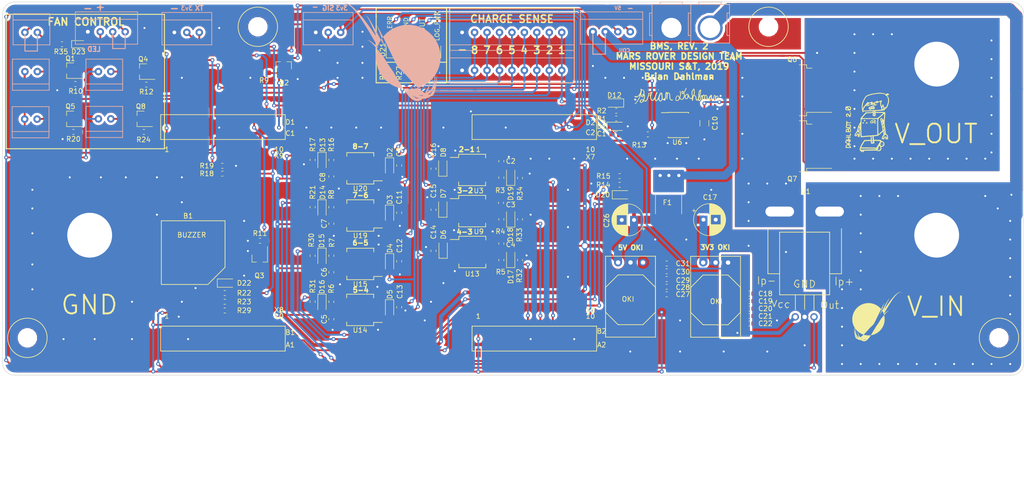
<source format=kicad_pcb>
(kicad_pcb (version 20171130) (host pcbnew "(5.0.0)")
  (layers (0 F.Cu signal) (31 B.Cu signal) (34 B.Paste user) (35 F.Paste user) (36 B.SilkS user) (37 F.SilkS user) (38 B.Mask user) (39 F.Mask user) (44 Edge.Cuts user))
  (net 0 "")
  (net 1 "Net-(B1-Pad2)")
  (net 2 GND)
  (net 3 CELL_1)
  (net 4 CELL_2)
  (net 5 CELL_3)
  (net 6 CELL_4)
  (net 7 CELL_5)
  (net 8 CELL_6)
  (net 9 CELL_7)
  (net 10 CELL_8)
  (net 11 "Net-(Q1-Pad3)")
  (net 12 FAN_CTL_1)
  (net 13 LOGIC_SWITCH)
  (net 14 "Net-(Q2-Pad3)")
  (net 15 BUZZER)
  (net 16 FAN_CTL_2)
  (net 17 "Net-(Q4-Pad3)")
  (net 18 "Net-(Q5-Pad3)")
  (net 19 FAN_CTL_3)
  (net 20 "Net-(Q8-Pad3)")
  (net 21 FAN_CTL_4)
  (net 22 "Net-(D11-Pad1)")
  (net 23 V_OUT)
  (net 24 "Net-(F1-Pad2)")
  (net 25 "Net-(R13-Pad1)")
  (net 26 "Net-(U10-Pad1)")
  (net 27 PACK_GATE)
  (net 28 SER_TX_IND)
  (net 29 LOGIC_PWR)
  (net 30 "Net-(D9-Pad1)")
  (net 31 "Net-(D10-Pad1)")
  (net 32 "Net-(R3-Pad2)")
  (net 33 "Net-(R4-Pad2)")
  (net 34 "Net-(R5-Pad2)")
  (net 35 "Net-(R6-Pad2)")
  (net 36 "Net-(R7-Pad2)")
  (net 37 "Net-(R8-Pad2)")
  (net 38 "Net-(R16-Pad2)")
  (net 39 +5V)
  (net 40 "Net-(C10-Pad1)")
  (net 41 +3V3)
  (net 42 SW_IND)
  (net 43 SW_ERR)
  (net 44 "Net-(D21-Pad1)")
  (net 45 "Net-(D23-Pad1)")
  (net 46 FAN_PWR)
  (net 47 "Net-(R18-Pad1)")
  (net 48 CELL_1-GND_SENSE)
  (net 49 V_LOG_SENSE)
  (net 50 CELL_2-1_SENSE)
  (net 51 CELL_3-2_SENSE)
  (net 52 CELL_4-3_SENSE)
  (net 53 CELL_5-4_SENSE)
  (net 54 CELL_6-5_SENSE)
  (net 55 CELL_7-6_SENSE)
  (net 56 CELL_8-7_SENSE)
  (net 57 V_OUT_SENSE)
  (net 58 E-Stop_Gate)
  (net 59 TEMP_D_OUT)
  (net 60 PACK_I_SENSE)
  (net 61 /V_IN)
  (net 62 "Net-(U3-Pad8)")
  (net 63 "Net-(U6-Pad3)")
  (net 64 "Net-(U6-Pad2)")
  (net 65 "Net-(U9-Pad8)")
  (net 66 "Net-(U13-Pad8)")
  (net 67 "Net-(U14-Pad8)")
  (net 68 "Net-(U15-Pad8)")
  (net 69 "Net-(U19-Pad8)")
  (net 70 "Net-(U20-Pad8)")
  (net 71 "Net-(U21-PadPD0)")
  (net 72 "Net-(U21-PadRese)")
  (net 73 "Net-(U21-PadPM3)")
  (net 74 "Net-(U21-PadPL3)")
  (net 75 "Net-(U21-PadPL2)")
  (net 76 "Net-(U21-PadPL1)")
  (net 77 "Net-(U21-PadPL0)")
  (net 78 "Net-(U21-PadPG0)")
  (net 79 "Net-(U21-PadPF3)")
  (net 80 "Net-(U21-PadPF2)")
  (net 81 "Net-(U21-PadPB3)")
  (net 82 "Net-(U21-PadPB2)")
  (net 83 "Net-(U21-PadPC7)")
  (net 84 "Net-(U21-PadPD3)")
  (net 85 "Net-(U21-PadPE5)")
  (net 86 "Net-(U21-PadPC6)")
  (net 87 "Net-(U21-PadPC5)")
  (net 88 "Net-(U21-PadPC4)")
  (net 89 "Net-(U21-PadPE4)")
  (net 90 "Net-(U21-Pad+3V3)")
  (net 91 "Net-(U21-PadPM5)")
  (net 92 "Net-(U21-PadPM4)")
  (net 93 "Net-(U21-PadPA6)")
  (net 94 "Net-(U21-PadPD7)")
  (net 95 "Net-(U21-PadPE3)")
  (net 96 "Net-(U21-PadPP5)")
  (net 97 "Net-(U21-PadPM7)")
  (net 98 "Net-(U21-PadPK7)")
  (net 99 "Net-(U21-PadPK6)")
  (net 100 "Net-(U21-PadPH1)")
  (net 101 "Net-(U21-PadPH0)")
  (net 102 "Net-(U21-PadPM2)")
  (net 103 "Net-(U21-PadPM1)")
  (net 104 "Net-(U21-PadPM0)")
  (net 105 "Net-(U21-PadPK5)")
  (net 106 "Net-(U21-PadPK4)")
  (net 107 "Net-(U21-PadPG1)")
  (net 108 "Net-(U21-PadPN4)")
  (net 109 "Net-(U21-PadPP4)")
  (net 110 "Net-(U21-PadPP1)")
  (net 111 "Net-(U21-PadPP0)")
  (net 112 "Net-(U21-PadPD2)")
  (net 113 "Net-(U21-PadPN5)")
  (net 114 "Net-(U21-PadPA7)")
  (net 115 "Net-(U21-PadRese')")
  (net 116 "Net-(U21-PadPA4)")
  (net 117 "Net-(U21-PadPQ0)")
  (net 118 "Net-(U21-PadPQ1)")
  (net 119 "Net-(U21-PadPM6)")
  (net 120 "Net-(U21-PadPQ2)")
  (net 121 "Net-(R23-Pad1)")
  (module BMS_Hardware:Brian_Dahlman_Sig_20.1mmX7.5mm (layer F.Cu) (at 179.324 72.898 357)
    (fp_text reference G*** hide)
    (fp_text value LOGO hide)
  )
  (module Diode_SMD:D_SOD-323_HandSoldering (layer F.Cu) (at 166.9475 73.7235 180)
    (fp_text reference D12 (at 0 1.5875 180) (layer F.SilkS))
    (fp_text value D_Zener)
    (pad 2 smd rect (at 1.25 0 180) (size 1 1) (layers F.Cu F.Paste F.Mask) (net 2 GND))
    (pad 1 smd rect (at -1.25 0 180) (size 1 1) (layers F.Cu F.Paste F.Mask) (net 48 CELL_1-GND_SENSE))
  )
  (module Package_SO:SO-8_5.3x6.2mm_P1.27mm (layer F.Cu) (at 137.939 87.382739)
    (fp_text reference U3 (at 1.322206 4.260461) (layer F.SilkS))
    (fp_text value INA132)
    (pad 8 smd rect (at 3.7 -1.905) (size 1.75 0.55) (layers F.Cu F.Paste F.Mask) (net 62 "Net-(U3-Pad8)"))
    (pad 7 smd rect (at 3.7 -0.635) (size 1.75 0.55) (layers F.Cu F.Paste F.Mask) (net 29 LOGIC_PWR))
    (pad 6 smd rect (at 3.7 0.635) (size 1.75 0.55) (layers F.Cu F.Paste F.Mask) (net 32 "Net-(R3-Pad2)"))
    (pad 5 smd rect (at 3.7 1.905) (size 1.75 0.55) (layers F.Cu F.Paste F.Mask) (net 32 "Net-(R3-Pad2)"))
    (pad 4 smd rect (at -3.7 1.905) (size 1.75 0.55) (layers F.Cu F.Paste F.Mask) (net 2 GND))
    (pad 3 smd rect (at -3.7 0.635) (size 1.75 0.55) (layers F.Cu F.Paste F.Mask) (net 4 CELL_2))
    (pad 2 smd rect (at -3.7 -0.635) (size 1.75 0.55) (layers F.Cu F.Paste F.Mask) (net 3 CELL_1))
    (pad 1 smd rect (at -3.7 -1.905) (size 1.75 0.55) (layers F.Cu F.Paste F.Mask) (net 2 GND))
  )
  (module Capacitor_SMD:C_0603_1608Metric_Pad1.05x0.95mm_HandSolder (layer F.Cu) (at 123.063 86.473 270)
    (fp_text reference C9 (at -2.7305 0 270) (layer F.SilkS))
    (fp_text value 1u)
    (pad 2 smd roundrect (at 0.875 0 270) (size 1.05 0.95) (layers F.Cu F.Paste F.Mask) (net 2 GND))
    (pad 1 smd roundrect (at -0.875 0 270) (size 1.05 0.95) (layers F.Cu F.Paste F.Mask) (net 10 CELL_8))
  )
  (module Resistor_SMD:R_0603_1608Metric_Pad1.05x0.95mm_HandSolder (layer F.Cu) (at 95.518 67.564 180)
    (fp_text reference R9 (at 0.014 -1.524) (layer F.SilkS))
    (fp_text value 10k)
    (pad 2 smd roundrect (at 0.875 0 180) (size 1.05 0.95) (layers F.Cu F.Paste F.Mask) (net 2 GND))
    (pad 1 smd roundrect (at -0.875 0 180) (size 1.05 0.95) (layers F.Cu F.Paste F.Mask) (net 13 LOGIC_SWITCH))
  )
  (module MRDT_Devices:BUZZER_SMI_1324_TW_5V_2_R (layer F.Cu) (at 74.549 104.267)
    (fp_text reference B1 (at 5.461 -7.493) (layer F.SilkS))
    (fp_text value BUZZER_SMI_1324_TW_5V_2_R)
    (fp_text user BUZZER (at 6.2 -3.6) (layer F.SilkS))
    (pad 2 smd rect (at 12.8 0) (size 6 2.5) (layers F.Cu F.Paste F.Mask) (net 1 "Net-(B1-Pad2)"))
    (pad 1 smd rect (at 0.2 0) (size 6 2.5) (layers F.Cu F.Paste F.Mask) (net 39 +5V))
  )
  (module MRDT_Devices:OKI_Horizontal (layer F.Cu) (at 165.1508 105.0036)
    (fp_text reference U18 hide)
    (fp_text value OKI (at 4.572 8.763) (layer F.SilkS))
    (pad 3 thru_hole circle (at 7.62 1.27) (size 1.524 1.524) (drill 0.889) (layers *.Cu *.Mask) (net 39 +5V))
    (pad 2 thru_hole circle (at 5.08 1.27) (size 1.524 1.524) (drill 0.889) (layers *.Cu *.Mask) (net 2 GND))
    (pad 1 thru_hole circle (at 2.54 1.27) (size 1.524 1.524) (drill 0.889) (layers *.Cu *.Mask) (net 29 LOGIC_PWR))
  )
  (module MRDT_Devices:OKI_Horizontal (layer F.Cu) (at 182.499 105.029)
    (fp_text reference U16 hide)
    (fp_text value OKI (at 5.218702 9.193521) (layer F.SilkS))
    (pad 3 thru_hole circle (at 7.62 1.27) (size 1.524 1.524) (drill 0.889) (layers *.Cu *.Mask) (net 41 +3V3))
    (pad 2 thru_hole circle (at 5.08 1.27) (size 1.524 1.524) (drill 0.889) (layers *.Cu *.Mask) (net 2 GND))
    (pad 1 thru_hole circle (at 2.54 1.27) (size 1.524 1.524) (drill 0.889) (layers *.Cu *.Mask) (net 29 LOGIC_PWR))
  )
  (module Package_SO:SO-8_5.3x6.2mm_P1.27mm (layer F.Cu) (at 137.9474 95.7961)
    (fp_text reference U9 (at 1.3462 4.1783) (layer F.SilkS))
    (fp_text value INA132)
    (pad 8 smd rect (at 3.7 -1.905) (size 1.75 0.55) (layers F.Cu F.Paste F.Mask) (net 65 "Net-(U9-Pad8)"))
    (pad 7 smd rect (at 3.7 -0.635) (size 1.75 0.55) (layers F.Cu F.Paste F.Mask) (net 29 LOGIC_PWR))
    (pad 6 smd rect (at 3.7 0.635) (size 1.75 0.55) (layers F.Cu F.Paste F.Mask) (net 33 "Net-(R4-Pad2)"))
    (pad 5 smd rect (at 3.7 1.905) (size 1.75 0.55) (layers F.Cu F.Paste F.Mask) (net 33 "Net-(R4-Pad2)"))
    (pad 4 smd rect (at -3.7 1.905) (size 1.75 0.55) (layers F.Cu F.Paste F.Mask) (net 2 GND))
    (pad 3 smd rect (at -3.7 0.635) (size 1.75 0.55) (layers F.Cu F.Paste F.Mask) (net 5 CELL_3))
    (pad 2 smd rect (at -3.7 -0.635) (size 1.75 0.55) (layers F.Cu F.Paste F.Mask) (net 4 CELL_2))
    (pad 1 smd rect (at -3.7 -1.905) (size 1.75 0.55) (layers F.Cu F.Paste F.Mask) (net 2 GND))
  )
  (module Package_SO:SO-8_5.3x6.2mm_P1.27mm (layer F.Cu) (at 137.9728 104.14)
    (fp_text reference U13 (at 0 4.4704) (layer F.SilkS))
    (fp_text value INA132)
    (pad 8 smd rect (at 3.7 -1.905) (size 1.75 0.55) (layers F.Cu F.Paste F.Mask) (net 66 "Net-(U13-Pad8)"))
    (pad 7 smd rect (at 3.7 -0.635) (size 1.75 0.55) (layers F.Cu F.Paste F.Mask) (net 29 LOGIC_PWR))
    (pad 6 smd rect (at 3.7 0.635) (size 1.75 0.55) (layers F.Cu F.Paste F.Mask) (net 34 "Net-(R5-Pad2)"))
    (pad 5 smd rect (at 3.7 1.905) (size 1.75 0.55) (layers F.Cu F.Paste F.Mask) (net 34 "Net-(R5-Pad2)"))
    (pad 4 smd rect (at -3.7 1.905) (size 1.75 0.55) (layers F.Cu F.Paste F.Mask) (net 2 GND))
    (pad 3 smd rect (at -3.7 0.635) (size 1.75 0.55) (layers F.Cu F.Paste F.Mask) (net 6 CELL_4))
    (pad 2 smd rect (at -3.7 -0.635) (size 1.75 0.55) (layers F.Cu F.Paste F.Mask) (net 5 CELL_3))
    (pad 1 smd rect (at -3.7 -1.905) (size 1.75 0.55) (layers F.Cu F.Paste F.Mask) (net 2 GND))
  )
  (module Package_SO:SO-8_5.3x6.2mm_P1.27mm (layer F.Cu) (at 115.104857 115.965409 180)
    (fp_text reference U14 (at 0 -4.13 180) (layer F.SilkS))
    (fp_text value INA132)
    (pad 8 smd rect (at 3.7 -1.905 180) (size 1.75 0.55) (layers F.Cu F.Paste F.Mask) (net 67 "Net-(U14-Pad8)"))
    (pad 7 smd rect (at 3.7 -0.635 180) (size 1.75 0.55) (layers F.Cu F.Paste F.Mask) (net 29 LOGIC_PWR))
    (pad 6 smd rect (at 3.7 0.635 180) (size 1.75 0.55) (layers F.Cu F.Paste F.Mask) (net 35 "Net-(R6-Pad2)"))
    (pad 5 smd rect (at 3.7 1.905 180) (size 1.75 0.55) (layers F.Cu F.Paste F.Mask) (net 35 "Net-(R6-Pad2)"))
    (pad 4 smd rect (at -3.7 1.905 180) (size 1.75 0.55) (layers F.Cu F.Paste F.Mask) (net 2 GND))
    (pad 3 smd rect (at -3.7 0.635 180) (size 1.75 0.55) (layers F.Cu F.Paste F.Mask) (net 7 CELL_5))
    (pad 2 smd rect (at -3.7 -0.635 180) (size 1.75 0.55) (layers F.Cu F.Paste F.Mask) (net 6 CELL_4))
    (pad 1 smd rect (at -3.7 -1.905 180) (size 1.75 0.55) (layers F.Cu F.Paste F.Mask) (net 2 GND))
  )
  (module Package_SO:SO-8_5.3x6.2mm_P1.27mm (layer F.Cu) (at 115.1255 106.5784 180)
    (fp_text reference U15 (at 0 -4.13 180) (layer F.SilkS))
    (fp_text value INA132)
    (pad 8 smd rect (at 3.7 -1.905 180) (size 1.75 0.55) (layers F.Cu F.Paste F.Mask) (net 68 "Net-(U15-Pad8)"))
    (pad 7 smd rect (at 3.7 -0.635 180) (size 1.75 0.55) (layers F.Cu F.Paste F.Mask) (net 29 LOGIC_PWR))
    (pad 6 smd rect (at 3.7 0.635 180) (size 1.75 0.55) (layers F.Cu F.Paste F.Mask) (net 36 "Net-(R7-Pad2)"))
    (pad 5 smd rect (at 3.7 1.905 180) (size 1.75 0.55) (layers F.Cu F.Paste F.Mask) (net 36 "Net-(R7-Pad2)"))
    (pad 4 smd rect (at -3.7 1.905 180) (size 1.75 0.55) (layers F.Cu F.Paste F.Mask) (net 2 GND))
    (pad 3 smd rect (at -3.7 0.635 180) (size 1.75 0.55) (layers F.Cu F.Paste F.Mask) (net 8 CELL_6))
    (pad 2 smd rect (at -3.7 -0.635 180) (size 1.75 0.55) (layers F.Cu F.Paste F.Mask) (net 7 CELL_5))
    (pad 1 smd rect (at -3.7 -1.905 180) (size 1.75 0.55) (layers F.Cu F.Paste F.Mask) (net 2 GND))
  )
  (module Package_SO:SO-8_5.3x6.2mm_P1.27mm (layer F.Cu) (at 115.1255 96.6851 180)
    (fp_text reference U19 (at 0 -4.13 180) (layer F.SilkS))
    (fp_text value INA132)
    (pad 8 smd rect (at 3.7 -1.905 180) (size 1.75 0.55) (layers F.Cu F.Paste F.Mask) (net 69 "Net-(U19-Pad8)"))
    (pad 7 smd rect (at 3.7 -0.635 180) (size 1.75 0.55) (layers F.Cu F.Paste F.Mask) (net 29 LOGIC_PWR))
    (pad 6 smd rect (at 3.7 0.635 180) (size 1.75 0.55) (layers F.Cu F.Paste F.Mask) (net 37 "Net-(R8-Pad2)"))
    (pad 5 smd rect (at 3.7 1.905 180) (size 1.75 0.55) (layers F.Cu F.Paste F.Mask) (net 37 "Net-(R8-Pad2)"))
    (pad 4 smd rect (at -3.7 1.905 180) (size 1.75 0.55) (layers F.Cu F.Paste F.Mask) (net 2 GND))
    (pad 3 smd rect (at -3.7 0.635 180) (size 1.75 0.55) (layers F.Cu F.Paste F.Mask) (net 9 CELL_7))
    (pad 2 smd rect (at -3.7 -0.635 180) (size 1.75 0.55) (layers F.Cu F.Paste F.Mask) (net 8 CELL_6))
    (pad 1 smd rect (at -3.7 -1.905 180) (size 1.75 0.55) (layers F.Cu F.Paste F.Mask) (net 2 GND))
  )
  (module Package_SO:SO-8_5.3x6.2mm_P1.27mm (layer F.Cu) (at 115.1255 87.0585 180)
    (fp_text reference U20 (at 0 -4.13 180) (layer F.SilkS))
    (fp_text value INA132)
    (pad 8 smd rect (at 3.7 -1.905 180) (size 1.75 0.55) (layers F.Cu F.Paste F.Mask) (net 70 "Net-(U20-Pad8)"))
    (pad 7 smd rect (at 3.7 -0.635 180) (size 1.75 0.55) (layers F.Cu F.Paste F.Mask) (net 29 LOGIC_PWR))
    (pad 6 smd rect (at 3.7 0.635 180) (size 1.75 0.55) (layers F.Cu F.Paste F.Mask) (net 38 "Net-(R16-Pad2)"))
    (pad 5 smd rect (at 3.7 1.905 180) (size 1.75 0.55) (layers F.Cu F.Paste F.Mask) (net 38 "Net-(R16-Pad2)"))
    (pad 4 smd rect (at -3.7 1.905 180) (size 1.75 0.55) (layers F.Cu F.Paste F.Mask) (net 2 GND))
    (pad 3 smd rect (at -3.7 0.635 180) (size 1.75 0.55) (layers F.Cu F.Paste F.Mask) (net 10 CELL_8))
    (pad 2 smd rect (at -3.7 -0.635 180) (size 1.75 0.55) (layers F.Cu F.Paste F.Mask) (net 9 CELL_7))
    (pad 1 smd rect (at -3.7 -1.905 180) (size 1.75 0.55) (layers F.Cu F.Paste F.Mask) (net 2 GND))
  )
  (module MRDT_Connectors:MOLEX_SL_09_Vertical (layer B.Cu) (at 146.05 59.309 180)
    (fp_text reference Conn2 hide)
    (fp_text value CHARGE_SENSE_TOP)
    (pad 9 thru_hole circle (at 10.16 0 180) (size 1.524 1.524) (drill 0.762) (layers *.Cu *.Mask) (net 2 GND))
    (pad 8 thru_hole circle (at 7.62 0 180) (size 1.524 1.524) (drill 0.762) (layers *.Cu *.Mask) (net 10 CELL_8))
    (pad 7 thru_hole circle (at 5.08 0 180) (size 1.524 1.524) (drill 0.762) (layers *.Cu *.Mask) (net 9 CELL_7))
    (pad 6 thru_hole circle (at 2.54 0 180) (size 1.524 1.524) (drill 0.762) (layers *.Cu *.Mask) (net 8 CELL_6))
    (pad 5 thru_hole circle (at 0 0 180) (size 1.524 1.524) (drill 0.762) (layers *.Cu *.Mask) (net 7 CELL_5))
    (pad 4 thru_hole circle (at -2.54 0 180) (size 1.524 1.524) (drill 0.762) (layers *.Cu *.Mask) (net 6 CELL_4))
    (pad 3 thru_hole circle (at -5.08 0 180) (size 1.524 1.524) (drill 0.762) (layers *.Cu *.Mask) (net 5 CELL_3))
    (pad 2 thru_hole circle (at -7.62 0 180) (size 1.524 1.524) (drill 0.762) (layers *.Cu *.Mask) (net 4 CELL_2))
    (pad 1 thru_hole circle (at -10.16 0 180) (size 1.524 1.524) (drill 0.762) (layers *.Cu *.Mask) (net 3 CELL_1))
  )
  (module MRDT_Connectors:MOLEX_SL_09_Vertical (layer B.Cu) (at 146.05 67.056 180)
    (fp_text reference Conn1 hide)
    (fp_text value CHARGE_SENSE_BOTTOM)
    (pad 9 thru_hole circle (at 10.16 0 180) (size 1.524 1.524) (drill 0.762) (layers *.Cu *.Mask) (net 2 GND))
    (pad 8 thru_hole circle (at 7.62 0 180) (size 1.524 1.524) (drill 0.762) (layers *.Cu *.Mask) (net 10 CELL_8))
    (pad 7 thru_hole circle (at 5.08 0 180) (size 1.524 1.524) (drill 0.762) (layers *.Cu *.Mask) (net 9 CELL_7))
    (pad 6 thru_hole circle (at 2.54 0 180) (size 1.524 1.524) (drill 0.762) (layers *.Cu *.Mask) (net 8 CELL_6))
    (pad 5 thru_hole circle (at 0 0 180) (size 1.524 1.524) (drill 0.762) (layers *.Cu *.Mask) (net 7 CELL_5))
    (pad 4 thru_hole circle (at -2.54 0 180) (size 1.524 1.524) (drill 0.762) (layers *.Cu *.Mask) (net 6 CELL_4))
    (pad 3 thru_hole circle (at -5.08 0 180) (size 1.524 1.524) (drill 0.762) (layers *.Cu *.Mask) (net 5 CELL_3))
    (pad 2 thru_hole circle (at -7.62 0 180) (size 1.524 1.524) (drill 0.762) (layers *.Cu *.Mask) (net 4 CELL_2))
    (pad 1 thru_hole circle (at -10.16 0 180) (size 1.524 1.524) (drill 0.762) (layers *.Cu *.Mask) (net 3 CELL_1))
  )
  (module MRDT_Connectors:MOLEX_SL_02_Vertical (layer B.Cu) (at 48.006 67.31)
    (fp_text reference U2 hide)
    (fp_text value FAN_1)
    (pad 2 thru_hole circle (at 1.27 0) (size 1.524 1.524) (drill 0.762) (layers *.Cu *.Mask) (net 11 "Net-(Q1-Pad3)"))
    (pad 1 thru_hole circle (at -1.27 0) (size 1.524 1.524) (drill 0.762) (layers *.Cu *.Mask) (net 39 +5V))
  )
  (module MRDT_Connectors:MOLEX_SL_02_Vertical (layer B.Cu) (at 62.992 67.31)
    (fp_text reference U4 hide)
    (fp_text value FAN_2)
    (pad 2 thru_hole circle (at 1.27 0) (size 1.524 1.524) (drill 0.762) (layers *.Cu *.Mask) (net 17 "Net-(Q4-Pad3)"))
    (pad 1 thru_hole circle (at -1.27 0) (size 1.524 1.524) (drill 0.762) (layers *.Cu *.Mask) (net 39 +5V))
  )
  (module MRDT_Connectors:MOLEX_SL_02_Vertical (layer B.Cu) (at 48.006 59.309 180)
    (fp_text reference U7 hide)
    (fp_text value E_STOP)
    (pad 2 thru_hole circle (at 1.27 0 180) (size 1.524 1.524) (drill 0.762) (layers *.Cu *.Mask) (net 26 "Net-(U10-Pad1)"))
    (pad 1 thru_hole circle (at -1.27 0 180) (size 1.524 1.524) (drill 0.762) (layers *.Cu *.Mask) (net 25 "Net-(R13-Pad1)"))
  )
  (module MRDT_Connectors:MOLEX_SL_02_Vertical (layer B.Cu) (at 47.9552 77.0128)
    (fp_text reference U8 hide)
    (fp_text value FAN_3)
    (pad 2 thru_hole circle (at 1.27 0) (size 1.524 1.524) (drill 0.762) (layers *.Cu *.Mask) (net 18 "Net-(Q5-Pad3)"))
    (pad 1 thru_hole circle (at -1.27 0) (size 1.524 1.524) (drill 0.762) (layers *.Cu *.Mask) (net 39 +5V))
  )
  (module MRDT_Connectors:MOLEX_SL_02_Vertical (layer B.Cu) (at 62.992 76.962)
    (fp_text reference U12 hide)
    (fp_text value FAN_4)
    (pad 2 thru_hole circle (at 1.27 0) (size 1.524 1.524) (drill 0.762) (layers *.Cu *.Mask) (net 20 "Net-(Q8-Pad3)"))
    (pad 1 thru_hole circle (at -1.27 0) (size 1.524 1.524) (drill 0.762) (layers *.Cu *.Mask) (net 39 +5V))
  )
  (module Capacitor_SMD:C_1206_3216Metric_Pad1.42x1.75mm_HandSolder (layer F.Cu) (at 185.293 77.851 270)
    (fp_text reference C10 (at 0 -2.159 270) (layer F.SilkS))
    (fp_text value 10u)
    (pad 2 smd roundrect (at 1.4875 0 270) (size 1.425 1.75) (layers F.Cu F.Paste F.Mask) (roundrect_rratio 0.175439) (net 2 GND))
    (pad 1 smd roundrect (at -1.4875 0 270) (size 1.425 1.75) (layers F.Cu F.Paste F.Mask) (roundrect_rratio 0.175439) (net 40 "Net-(C10-Pad1)"))
  )
  (module Resistor_SMD:R_0603_1608Metric_Pad1.05x0.95mm_HandSolder (layer F.Cu) (at 109.22 94.996 270)
    (fp_text reference R8 (at -2.6035 0 270) (layer F.SilkS))
    (fp_text value 10k)
    (pad 2 smd roundrect (at 0.875 0 270) (size 1.05 0.95) (layers F.Cu F.Paste F.Mask) (net 37 "Net-(R8-Pad2)"))
    (pad 1 smd roundrect (at -0.875 0 270) (size 1.05 0.95) (layers F.Cu F.Paste F.Mask) (net 55 CELL_7-6_SENSE))
  )
  (module Diode_SMD:D_SOD-323_HandSoldering (layer F.Cu) (at 107.315 95.377 270)
    (fp_text reference D14 (at -3.429 -0.127 270) (layer F.SilkS))
    (fp_text value D_Zener)
    (pad 2 smd rect (at 1.25 0 270) (size 1 1) (layers F.Cu F.Paste F.Mask) (net 2 GND))
    (pad 1 smd rect (at -1.25 0 270) (size 1 1) (layers F.Cu F.Paste F.Mask) (net 55 CELL_7-6_SENSE))
  )
  (module Diode_SMD:D_SOD-323_HandSoldering (layer F.Cu) (at 107.315 105.263 270)
    (fp_text reference D15 (at -3.409 0.0635 270) (layer F.SilkS))
    (fp_text value D_Zener)
    (pad 2 smd rect (at 1.25 0 270) (size 1 1) (layers F.Cu F.Paste F.Mask) (net 2 GND))
    (pad 1 smd rect (at -1.25 0 270) (size 1 1) (layers F.Cu F.Paste F.Mask) (net 54 CELL_6-5_SENSE))
  )
  (module Diode_SMD:D_SOD-323_HandSoldering (layer F.Cu) (at 107.315 114.661 270)
    (fp_text reference D16 (at -3.409 0 270) (layer F.SilkS))
    (fp_text value D_Zener)
    (pad 2 smd rect (at 1.25 0 270) (size 1 1) (layers F.Cu F.Paste F.Mask) (net 2 GND))
    (pad 1 smd rect (at -1.25 0 270) (size 1 1) (layers F.Cu F.Paste F.Mask) (net 53 CELL_5-4_SENSE))
  )
  (module Diode_SMD:D_SOD-323_HandSoldering (layer F.Cu) (at 145.796 105.43 90)
    (fp_text reference D17 (at -3.79 0 90) (layer F.SilkS))
    (fp_text value D_Zener)
    (pad 2 smd rect (at 1.25 0 90) (size 1 1) (layers F.Cu F.Paste F.Mask) (net 2 GND))
    (pad 1 smd rect (at -1.25 0 90) (size 1 1) (layers F.Cu F.Paste F.Mask) (net 52 CELL_4-3_SENSE))
  )
  (module Diode_SMD:D_SOD-323_HandSoldering (layer F.Cu) (at 145.796 97.155 90)
    (fp_text reference D18 (at -3.429 -0.0635 90) (layer F.SilkS))
    (fp_text value D_Zener)
    (pad 2 smd rect (at 1.25 0 90) (size 1 1) (layers F.Cu F.Paste F.Mask) (net 2 GND))
    (pad 1 smd rect (at -1.25 0 90) (size 1 1) (layers F.Cu F.Paste F.Mask) (net 51 CELL_3-2_SENSE))
  )
  (module Diode_SMD:D_SOD-323_HandSoldering (layer F.Cu) (at 145.796 88.646 90)
    (fp_text reference D19 (at -3.556 0 90) (layer F.SilkS))
    (fp_text value D_Zener)
    (pad 2 smd rect (at 1.25 0 90) (size 1 1) (layers F.Cu F.Paste F.Mask) (net 2 GND))
    (pad 1 smd rect (at -1.25 0 90) (size 1 1) (layers F.Cu F.Paste F.Mask) (net 50 CELL_2-1_SENSE))
  )
  (module Diode_SMD:D_SOD-323_HandSoldering (layer F.Cu) (at 168.402 92.456)
    (fp_text reference D20 (at -3.81 0) (layer F.SilkS))
    (fp_text value D_Zener)
    (pad 2 smd rect (at 1.25 0) (size 1 1) (layers F.Cu F.Paste F.Mask) (net 2 GND))
    (pad 1 smd rect (at -1.25 0) (size 1 1) (layers F.Cu F.Paste F.Mask) (net 49 V_LOG_SENSE))
  )
  (module MRDT_Silkscreens:MRDT_Logo_20mm (layer B.Cu) (at 121.4755 63.3095 180)
    (fp_text reference G*** hide)
    (fp_text value LOGO hide)
  )
  (module MRDT_Drill_Holes:4_40_Hole (layer F.Cu) (at 198.374 58.166)
    (fp_text reference REF** hide)
    (fp_text value 4_40_Hole hide)
    (pad "" np_thru_hole circle (at 0 0) (size 2.9464 2.9464) (drill 2.9464) (layers *.Cu *.Mask))
  )
  (module MRDT_Drill_Holes:4_40_Hole (layer F.Cu) (at 94.234 58.166)
    (fp_text reference REF** hide)
    (fp_text value 4_40_Hole hide)
    (pad "" np_thru_hole circle (at 0 0) (size 2.9464 2.9464) (drill 2.9464) (layers *.Cu *.Mask))
  )
  (module MRDT_Drill_Holes:4_40_Hole (layer F.Cu) (at 47.244 121.666)
    (fp_text reference REF** hide)
    (fp_text value 4_40_Hole hide)
    (pad "" np_thru_hole circle (at 0 0) (size 2.9464 2.9464) (drill 2.9464) (layers *.Cu *.Mask))
  )
  (module Resistor_SMD:R_0603_1608Metric_Pad1.05x0.95mm_HandSolder (layer F.Cu) (at 87.489 114.3 180)
    (fp_text reference R23 (at -3.951 0 180) (layer F.SilkS))
    (fp_text value 10k)
    (pad 2 smd roundrect (at 0.875 0 180) (size 1.05 0.95) (layers F.Cu F.Paste F.Mask) (net 57 V_OUT_SENSE))
    (pad 1 smd roundrect (at -0.875 0 180) (size 1.05 0.95) (layers F.Cu F.Paste F.Mask) (net 121 "Net-(R23-Pad1)"))
  )
  (module TO_SOT_Packages_SMD:SOT-23_Handsoldering (layer F.Cu) (at 56.007 67.1195 180)
    (fp_text reference Q1 (at 0 2.4765 180) (layer F.SilkS))
    (fp_text value 2N7002PW)
    (pad 3 smd rect (at 1.5 0 180) (size 1.9 0.8) (layers F.Cu F.Paste F.Mask) (net 11 "Net-(Q1-Pad3)"))
    (pad 2 smd rect (at -1.5 0.95 180) (size 1.9 0.8) (layers F.Cu F.Paste F.Mask) (net 2 GND))
    (pad 1 smd rect (at -1.5 -0.95 180) (size 1.9 0.8) (layers F.Cu F.Paste F.Mask) (net 12 FAN_CTL_1))
  )
  (module TO_SOT_Packages_SMD:SOT-23_Handsoldering (layer F.Cu) (at 99.502 66.064 90)
    (fp_text reference Q2 (at -3.532 0.066 180) (layer F.SilkS))
    (fp_text value 2N7002PW)
    (pad 3 smd rect (at 1.5 0 90) (size 1.9 0.8) (layers F.Cu F.Paste F.Mask) (net 14 "Net-(Q2-Pad3)"))
    (pad 2 smd rect (at -1.5 0.95 90) (size 1.9 0.8) (layers F.Cu F.Paste F.Mask) (net 2 GND))
    (pad 1 smd rect (at -1.5 -0.95 90) (size 1.9 0.8) (layers F.Cu F.Paste F.Mask) (net 13 LOGIC_SWITCH))
  )
  (module TO_SOT_Packages_SMD:SOT-23_Handsoldering (layer F.Cu) (at 94.615 105.4354 270)
    (fp_text reference Q3 (at 3.5306 0.0635) (layer F.SilkS))
    (fp_text value 2N7002PW)
    (pad 3 smd rect (at 1.5 0 270) (size 1.9 0.8) (layers F.Cu F.Paste F.Mask) (net 1 "Net-(B1-Pad2)"))
    (pad 2 smd rect (at -1.5 0.95 270) (size 1.9 0.8) (layers F.Cu F.Paste F.Mask) (net 2 GND))
    (pad 1 smd rect (at -1.5 -0.95 270) (size 1.9 0.8) (layers F.Cu F.Paste F.Mask) (net 15 BUZZER))
  )
  (module TO_SOT_Packages_SMD:SOT-23_Handsoldering (layer F.Cu) (at 70.866 67.31 180)
    (fp_text reference Q4 (at 0 2.54) (layer F.SilkS))
    (fp_text value 2N7002PW)
    (pad 3 smd rect (at 1.5 0 180) (size 1.9 0.8) (layers F.Cu F.Paste F.Mask) (net 17 "Net-(Q4-Pad3)"))
    (pad 2 smd rect (at -1.5 0.95 180) (size 1.9 0.8) (layers F.Cu F.Paste F.Mask) (net 2 GND))
    (pad 1 smd rect (at -1.5 -0.95 180) (size 1.9 0.8) (layers F.Cu F.Paste F.Mask) (net 16 FAN_CTL_2))
  )
  (module TO_SOT_Packages_SMD:SOT-23_Handsoldering (layer F.Cu) (at 56.007 76.962 180)
    (fp_text reference Q5 (at 0 2.54 180) (layer F.SilkS))
    (fp_text value 2N7002PW)
    (pad 3 smd rect (at 1.5 0 180) (size 1.9 0.8) (layers F.Cu F.Paste F.Mask) (net 18 "Net-(Q5-Pad3)"))
    (pad 2 smd rect (at -1.5 0.95 180) (size 1.9 0.8) (layers F.Cu F.Paste F.Mask) (net 2 GND))
    (pad 1 smd rect (at -1.5 -0.95 180) (size 1.9 0.8) (layers F.Cu F.Paste F.Mask) (net 19 FAN_CTL_3))
  )
  (module TO_SOT_Packages_SMD:SOT-23_Handsoldering (layer F.Cu) (at 70.358 76.962 180)
    (fp_text reference Q8 (at 0 2.54 180) (layer F.SilkS))
    (fp_text value 2N7002PW)
    (pad 3 smd rect (at 1.5 0 180) (size 1.9 0.8) (layers F.Cu F.Paste F.Mask) (net 20 "Net-(Q8-Pad3)"))
    (pad 2 smd rect (at -1.5 0.95 180) (size 1.9 0.8) (layers F.Cu F.Paste F.Mask) (net 2 GND))
    (pad 1 smd rect (at -1.5 -0.95 180) (size 1.9 0.8) (layers F.Cu F.Paste F.Mask) (net 21 FAN_CTL_4))
  )
  (module MRDT_Connectors:MOLEX_SL_04_Vertical (layer B.Cu) (at 166.37 59.182 180)
    (fp_text reference U5 hide)
    (fp_text value BMS_Logic_Switch)
    (pad 4 thru_hole circle (at 3.81 0 180) (size 1.524 1.524) (drill 0.762) (layers *.Cu *.Mask) (net 24 "Net-(F1-Pad2)"))
    (pad 4 thru_hole circle (at 3.81 0 180) (size 1.524 1.524) (drill 0.762) (layers *.Cu *.Mask) (net 24 "Net-(F1-Pad2)"))
    (pad 3 thru_hole circle (at 1.27 0 180) (size 1.524 1.524) (drill 0.762) (layers *.Cu *.Mask) (net 40 "Net-(C10-Pad1)"))
    (pad 2 thru_hole circle (at -1.27 0 180) (size 1.524 1.524) (drill 0.762) (layers *.Cu *.Mask) (net 39 +5V))
    (pad 1 thru_hole circle (at -3.81 0 180) (size 1.524 1.524) (drill 0.762) (layers *.Cu *.Mask) (net 14 "Net-(Q2-Pad3)"))
  )
  (module Housings_SOIC:SOIC-8_3.9x4.9mm_Pitch1.27mm (layer F.Cu) (at 179.9971 78.2193)
    (fp_text reference U6 (at -0.2286 3.5052) (layer F.SilkS))
    (fp_text value LT1910)
    (pad 8 smd rect (at 2.7 -1.905) (size 1.55 0.6) (layers F.Cu F.Paste F.Mask) (net 40 "Net-(C10-Pad1)"))
    (pad 7 smd rect (at 2.7 -0.635) (size 1.55 0.6) (layers F.Cu F.Paste F.Mask))
    (pad 6 smd rect (at 2.7 0.635) (size 1.55 0.6) (layers F.Cu F.Paste F.Mask) (net 40 "Net-(C10-Pad1)"))
    (pad 5 smd rect (at 2.7 1.905) (size 1.55 0.6) (layers F.Cu F.Paste F.Mask) (net 58 E-Stop_Gate))
    (pad 4 smd rect (at -2.7 1.905) (size 1.55 0.6) (layers F.Cu F.Paste F.Mask) (net 25 "Net-(R13-Pad1)"))
    (pad 3 smd rect (at -2.7 0.635) (size 1.55 0.6) (layers F.Cu F.Paste F.Mask) (net 63 "Net-(U6-Pad3)"))
    (pad 2 smd rect (at -2.7 -0.635) (size 1.55 0.6) (layers F.Cu F.Paste F.Mask) (net 64 "Net-(U6-Pad2)"))
    (pad 1 smd rect (at -2.7 -1.905) (size 1.55 0.6) (layers F.Cu F.Paste F.Mask) (net 2 GND))
  )
  (module MRDT_Connectors:MOLEX_SL_04_Vertical (layer B.Cu) (at 63.373 59.182 180)
    (fp_text reference U10 hide)
    (fp_text value E_STOP+LED)
    (pad 4 thru_hole circle (at 3.81 0 180) (size 1.524 1.524) (drill 0.762) (layers *.Cu *.Mask) (net 2 GND))
    (pad 4 thru_hole circle (at 3.81 0 180) (size 1.524 1.524) (drill 0.762) (layers *.Cu *.Mask) (net 2 GND))
    (pad 3 thru_hole circle (at 1.27 0 180) (size 1.524 1.524) (drill 0.762) (layers *.Cu *.Mask) (net 47 "Net-(R18-Pad1)"))
    (pad 2 thru_hole circle (at -1.27 0 180) (size 1.524 1.524) (drill 0.762) (layers *.Cu *.Mask) (net 27 PACK_GATE))
    (pad 1 thru_hole circle (at -3.81 0 180) (size 1.524 1.524) (drill 0.762) (layers *.Cu *.Mask) (net 26 "Net-(U10-Pad1)"))
  )
  (module MRDT_Connectors:MOLEX_SL_03_Vertical (layer B.Cu) (at 113.665 56.769 180)
    (fp_text reference U11 hide)
    (fp_text value TEMP_1)
    (pad 3 thru_hole circle (at 7.62 -2.54 180) (size 1.524 1.524) (drill 0.762) (layers *.Cu *.Mask) (net 2 GND))
    (pad 2 thru_hole circle (at 5.08 -2.54 180) (size 1.524 1.524) (drill 0.762) (layers *.Cu *.Mask) (net 59 TEMP_D_OUT))
    (pad 1 thru_hole circle (at 2.54 -2.54 180) (size 1.524 1.524) (drill 0.762) (layers *.Cu *.Mask) (net 41 +3V3))
  )
  (module MRDT_Connectors:MOLEX_SL_03_Vertical (layer B.Cu) (at 84.836 56.769 180)
    (fp_text reference U17 hide)
    (fp_text value "Indicator Comm")
    (pad 3 thru_hole circle (at 7.62 -2.54 180) (size 1.524 1.524) (drill 0.762) (layers *.Cu *.Mask) (net 2 GND))
    (pad 2 thru_hole circle (at 5.08 -2.54 180) (size 1.524 1.524) (drill 0.762) (layers *.Cu *.Mask) (net 41 +3V3))
    (pad 1 thru_hole circle (at 2.54 -2.54 180) (size 1.524 1.524) (drill 0.762) (layers *.Cu *.Mask) (net 28 SER_TX_IND))
  )
  (module MRDT_Drill_Holes:BATT_PWR_VIA (layer F.Cu) (at 59.944 100.711)
    (fp_text reference V1 hide)
    (fp_text value BATT_PWR_VIA hide)
    (pad 1 thru_hole circle (at 0 0) (size 18.288 18.288) (drill 9.144) (layers *.Cu *.Mask) (net 2 GND))
  )
  (module MRDT_Drill_Holes:BATT_PWR_VIA (layer F.Cu) (at 232.664 100.711)
    (fp_text reference V2 hide)
    (fp_text value BATT_PWR_VIA hide)
    (pad 1 thru_hole circle (at 0 0) (size 18.288 18.288) (drill 9.144) (layers *.Cu *.Mask) (net 61 /V_IN))
  )
  (module MRDT_Drill_Holes:BATT_PWR_VIA (layer F.Cu) (at 232.664 65.786)
    (fp_text reference V3 hide)
    (fp_text value BATT_PWR_VIA hide)
    (pad 1 thru_hole circle (at 0 0) (size 18.288 18.288) (drill 9.144) (layers *.Cu *.Mask) (net 23 V_OUT))
  )
  (module Capacitor_SMD:C_0603_1608Metric_Pad1.05x0.95mm_HandSolder (layer F.Cu) (at 167.3225 80.0735 180)
    (fp_text reference C1 (at 2.9845 0.0635 180) (layer F.SilkS))
    (fp_text value 1u)
    (pad 2 smd roundrect (at 0.875 0 180) (size 1.05 0.95) (layers F.Cu F.Paste F.Mask) (net 3 CELL_1))
    (pad 1 smd roundrect (at -0.875 0 180) (size 1.05 0.95) (layers F.Cu F.Paste F.Mask) (net 2 GND))
  )
  (module Capacitor_SMD:C_0603_1608Metric_Pad1.05x0.95mm_HandSolder (layer F.Cu) (at 143.891 85.598 270)
    (fp_text reference C2 (at 0 -1.905) (layer F.SilkS))
    (fp_text value 1u)
    (pad 2 smd roundrect (at 0.875 0 270) (size 1.05 0.95) (layers F.Cu F.Paste F.Mask) (net 29 LOGIC_PWR))
    (pad 1 smd roundrect (at -0.875 0 270) (size 1.05 0.95) (layers F.Cu F.Paste F.Mask) (net 2 GND))
  )
  (module Capacitor_SMD:C_0603_1608Metric_Pad1.05x0.95mm_HandSolder (layer F.Cu) (at 143.8275 94.107 270)
    (fp_text reference C3 (at 0.381 -1.9685) (layer F.SilkS))
    (fp_text value 1u)
    (pad 2 smd roundrect (at 0.875 0 270) (size 1.05 0.95) (layers F.Cu F.Paste F.Mask) (net 29 LOGIC_PWR))
    (pad 1 smd roundrect (at -0.875 0 270) (size 1.05 0.95) (layers F.Cu F.Paste F.Mask) (net 2 GND))
  )
  (module Capacitor_SMD:C_0603_1608Metric_Pad1.05x0.95mm_HandSolder (layer F.Cu) (at 143.891 102.4255 270)
    (fp_text reference C4 (at 0.1905 -1.905 180) (layer F.SilkS))
    (fp_text value 1u)
    (pad 2 smd roundrect (at 0.875 0 270) (size 1.05 0.95) (layers F.Cu F.Paste F.Mask) (net 29 LOGIC_PWR))
    (pad 1 smd roundrect (at -0.875 0 270) (size 1.05 0.95) (layers F.Cu F.Paste F.Mask) (net 2 GND))
  )
  (module Capacitor_SMD:C_0603_1608Metric_Pad1.05x0.95mm_HandSolder (layer F.Cu) (at 109.22 117.856 90)
    (fp_text reference C5 (at 0 -1.4605 90) (layer F.SilkS))
    (fp_text value 1u)
    (pad 2 smd roundrect (at 0.875 0 90) (size 1.05 0.95) (layers F.Cu F.Paste F.Mask) (net 29 LOGIC_PWR))
    (pad 1 smd roundrect (at -0.875 0 90) (size 1.05 0.95) (layers F.Cu F.Paste F.Mask) (net 2 GND))
  )
  (module Capacitor_SMD:C_0603_1608Metric_Pad1.05x0.95mm_HandSolder (layer F.Cu) (at 109.22 108.2675 90)
    (fp_text reference C6 (at 0 -1.4605 90) (layer F.SilkS))
    (fp_text value 1u)
    (pad 2 smd roundrect (at 0.875 0 90) (size 1.05 0.95) (layers F.Cu F.Paste F.Mask) (net 29 LOGIC_PWR))
    (pad 1 smd roundrect (at -0.875 0 90) (size 1.05 0.95) (layers F.Cu F.Paste F.Mask) (net 2 GND))
  )
  (module Capacitor_SMD:C_0603_1608Metric_Pad1.05x0.95mm_HandSolder (layer F.Cu) (at 109.22 98.3615 90)
    (fp_text reference C7 (at 0 -1.4605 90) (layer F.SilkS))
    (fp_text value 1u)
    (pad 2 smd roundrect (at 0.875 0 90) (size 1.05 0.95) (layers F.Cu F.Paste F.Mask) (net 29 LOGIC_PWR))
    (pad 1 smd roundrect (at -0.875 0 90) (size 1.05 0.95) (layers F.Cu F.Paste F.Mask) (net 2 GND))
  )
  (module Capacitor_SMD:C_0603_1608Metric_Pad1.05x0.95mm_HandSolder (layer F.Cu) (at 109.22 88.7095 270)
    (fp_text reference C8 (at 0.1905 1.778 270) (layer F.SilkS))
    (fp_text value 1u)
    (pad 2 smd roundrect (at 0.875 0 270) (size 1.05 0.95) (layers F.Cu F.Paste F.Mask) (net 2 GND))
    (pad 1 smd roundrect (at -0.875 0 270) (size 1.05 0.95) (layers F.Cu F.Paste F.Mask) (net 29 LOGIC_PWR))
  )
  (module Capacitor_SMD:C_0603_1608Metric_Pad1.05x0.95mm_HandSolder (layer F.Cu) (at 123.063 96.125 90)
    (fp_text reference C11 (at 3.175 0 90) (layer F.SilkS))
    (fp_text value 1u)
    (pad 2 smd roundrect (at 0.875 0 90) (size 1.05 0.95) (layers F.Cu F.Paste F.Mask) (net 9 CELL_7))
    (pad 1 smd roundrect (at -0.875 0 90) (size 1.05 0.95) (layers F.Cu F.Paste F.Mask) (net 2 GND))
  )
  (module Capacitor_SMD:C_0603_1608Metric_Pad1.05x0.95mm_HandSolder (layer F.Cu) (at 123.063 106.045 270)
    (fp_text reference C12 (at -3.175 -0.0635 270) (layer F.SilkS))
    (fp_text value 1u)
    (pad 2 smd roundrect (at 0.875 0 270) (size 1.05 0.95) (layers F.Cu F.Paste F.Mask) (net 2 GND))
    (pad 1 smd roundrect (at -0.875 0 270) (size 1.05 0.95) (layers F.Cu F.Paste F.Mask) (net 8 CELL_6))
  )
  (module Capacitor_SMD:C_0603_1608Metric_Pad1.05x0.95mm_HandSolder (layer F.Cu) (at 123.063 115.429 270)
    (fp_text reference C13 (at -3.175 -0.127 270) (layer F.SilkS))
    (fp_text value 1u)
    (pad 2 smd roundrect (at 0.875 0 270) (size 1.05 0.95) (layers F.Cu F.Paste F.Mask) (net 2 GND))
    (pad 1 smd roundrect (at -0.875 0 270) (size 1.05 0.95) (layers F.Cu F.Paste F.Mask) (net 7 CELL_5))
  )
  (module Capacitor_SMD:C_0603_1608Metric_Pad1.05x0.95mm_HandSolder (layer F.Cu) (at 130.048 103.9 90)
    (fp_text reference C14 (at 3.824 0 90) (layer F.SilkS))
    (fp_text value 1u)
    (pad 2 smd roundrect (at 0.875 0 90) (size 1.05 0.95) (layers F.Cu F.Paste F.Mask) (net 2 GND))
    (pad 1 smd roundrect (at -0.875 0 90) (size 1.05 0.95) (layers F.Cu F.Paste F.Mask) (net 6 CELL_4))
  )
  (module Capacitor_SMD:C_0603_1608Metric_Pad1.05x0.95mm_HandSolder (layer F.Cu) (at 130.048 95.518 90)
    (fp_text reference C15 (at 3.824 0 90) (layer F.SilkS))
    (fp_text value 1u)
    (pad 2 smd roundrect (at 0.875 0 90) (size 1.05 0.95) (layers F.Cu F.Paste F.Mask) (net 2 GND))
    (pad 1 smd roundrect (at -0.875 0 90) (size 1.05 0.95) (layers F.Cu F.Paste F.Mask) (net 5 CELL_3))
  )
  (module Capacitor_SMD:C_0603_1608Metric_Pad1.05x0.95mm_HandSolder (layer F.Cu) (at 130.048 87.136 90)
    (fp_text reference C16 (at 3.824 0 90) (layer F.SilkS))
    (fp_text value 1u)
    (pad 2 smd roundrect (at 0.875 0 90) (size 1.05 0.95) (layers F.Cu F.Paste F.Mask) (net 2 GND))
    (pad 1 smd roundrect (at -0.875 0 90) (size 1.05 0.95) (layers F.Cu F.Paste F.Mask) (net 4 CELL_2))
  )
  (module Capacitor_THT:CP_Radial_D6.3mm_P2.50mm (layer F.Cu) (at 170.942 97.5995 180)
    (fp_text reference C26 (at 5.588 -0.127 270) (layer F.SilkS))
    (fp_text value "22u 50V")
    (pad 2 thru_hole circle (at 2.5 0 180) (size 1.6 1.6) (drill 0.8) (layers *.Cu *.Mask) (net 2 GND))
    (pad 1 thru_hole rect (at 0 0 180) (size 1.6 1.6) (drill 0.8) (layers *.Cu *.Mask) (net 29 LOGIC_PWR))
  )
  (module Capacitor_SMD:C_0603_1608Metric_Pad1.05x0.95mm_HandSolder (layer F.Cu) (at 177.6095 112.776)
    (fp_text reference C27 (at 3.302 0) (layer F.SilkS))
    (fp_text value 10u)
    (pad 2 smd roundrect (at 0.875 0) (size 1.05 0.95) (layers F.Cu F.Paste F.Mask) (net 2 GND))
    (pad 1 smd roundrect (at -0.875 0) (size 1.05 0.95) (layers F.Cu F.Paste F.Mask) (net 39 +5V))
  )
  (module Capacitor_SMD:C_0603_1608Metric_Pad1.05x0.95mm_HandSolder (layer F.Cu) (at 177.6095 111.2266)
    (fp_text reference C28 (at 3.302 0.127) (layer F.SilkS))
    (fp_text value 10u)
    (pad 2 smd roundrect (at 0.875 0) (size 1.05 0.95) (layers F.Cu F.Paste F.Mask) (net 2 GND))
    (pad 1 smd roundrect (at -0.875 0) (size 1.05 0.95) (layers F.Cu F.Paste F.Mask) (net 39 +5V))
  )
  (module Capacitor_SMD:C_0603_1608Metric_Pad1.05x0.95mm_HandSolder (layer F.Cu) (at 177.6095 109.6645)
    (fp_text reference C29 (at 3.318087 0.254) (layer F.SilkS))
    (fp_text value 10u)
    (pad 2 smd roundrect (at 0.875 0) (size 1.05 0.95) (layers F.Cu F.Paste F.Mask) (net 2 GND))
    (pad 1 smd roundrect (at -0.875 0) (size 1.05 0.95) (layers F.Cu F.Paste F.Mask) (net 39 +5V))
  )
  (module Capacitor_SMD:C_0603_1608Metric_Pad1.05x0.95mm_HandSolder (layer F.Cu) (at 177.6095 108.077)
    (fp_text reference C30 (at 3.318087 0.127) (layer F.SilkS))
    (fp_text value 10u)
    (pad 2 smd roundrect (at 0.875 0) (size 1.05 0.95) (layers F.Cu F.Paste F.Mask) (net 2 GND))
    (pad 1 smd roundrect (at -0.875 0) (size 1.05 0.95) (layers F.Cu F.Paste F.Mask) (net 39 +5V))
  )
  (module Capacitor_SMD:C_0603_1608Metric_Pad1.05x0.95mm_HandSolder (layer F.Cu) (at 177.6095 106.4895)
    (fp_text reference C31 (at 3.302 0 180) (layer F.SilkS))
    (fp_text value 0.1u)
    (pad 2 smd roundrect (at 0.875 0) (size 1.05 0.95) (layers F.Cu F.Paste F.Mask) (net 2 GND))
    (pad 1 smd roundrect (at -0.875 0) (size 1.05 0.95) (layers F.Cu F.Paste F.Mask) (net 39 +5V))
  )
  (module LED_SMD:LED_0603_1608Metric_Pad1.05x0.95mm_HandSolder (layer F.Cu) (at 130.81 62.865 90)
    (fp_text reference D9 (at 0 -1.27 90) (layer F.SilkS))
    (fp_text value LOG_PWR_LED)
    (pad 2 smd roundrect (at 0.875 0 90) (size 1.05 0.95) (layers F.Cu F.Paste F.Mask) (net 39 +5V))
    (pad 1 smd roundrect (at -0.875 0 90) (size 1.05 0.95) (layers F.Cu F.Paste F.Mask) (net 30 "Net-(D9-Pad1)"))
  )
  (module LED_SMD:LED_0603_1608Metric_Pad1.05x0.95mm_HandSolder (layer F.Cu) (at 127.762 62.865 90)
    (fp_text reference D10 (at 0 -1.43 90) (layer F.SilkS))
    (fp_text value PACK_V_IND_LED_ORANGE)
    (pad 2 smd roundrect (at 0.875 0 90) (size 1.05 0.95) (layers F.Cu F.Paste F.Mask) (net 23 V_OUT))
    (pad 1 smd roundrect (at -0.875 0 90) (size 1.05 0.95) (layers F.Cu F.Paste F.Mask) (net 31 "Net-(D10-Pad1)"))
  )
  (module Fuse:Fuse_2920_7451Metric (layer F.Cu) (at 177.9905 94.1705 90)
    (fp_text reference F1 (at 0.127 -0.254 180) (layer F.SilkS))
    (fp_text value PTC2920)
    (pad 2 smd roundrect (at 3.3875 0 90) (size 1.925 5.45) (layers F.Cu F.Paste F.Mask) (roundrect_rratio 0.12987) (net 24 "Net-(F1-Pad2)"))
    (pad 1 smd roundrect (at -3.3875 0 90) (size 1.925 5.45) (layers F.Cu F.Paste F.Mask) (roundrect_rratio 0.12987) (net 29 LOGIC_PWR))
  )
  (module MRDT_Actives:IRLS3034_TO-263-7_P (layer F.Cu) (at 203.2 71.12 180)
    (fp_text reference Q6 (at 0 6.2865 180) (layer F.SilkS))
    (fp_text value IRLS3034-7P)
    (pad 2 smd rect (at 0.95 2.775 180) (size 4.55 5.25) (layers F.Cu F.Paste) (net 40 "Net-(C10-Pad1)"))
    (pad 2 smd rect (at 5.8 -2.775 180) (size 4.55 5.25) (layers F.Cu F.Paste) (net 40 "Net-(C10-Pad1)"))
    (pad 2 smd rect (at 0.95 -2.775 180) (size 4.55 5.25) (layers F.Cu F.Paste) (net 40 "Net-(C10-Pad1)"))
    (pad 2 smd rect (at 5.8 2.775 180) (size 4.55 5.25) (layers F.Cu F.Paste) (net 40 "Net-(C10-Pad1)"))
    (pad 2 smd rect (at 3.375 0 180) (size 9.4 10.8) (layers F.Cu F.Mask) (net 40 "Net-(C10-Pad1)"))
    (pad 3 smd rect (at -5.775 3.81 180) (size 4.6 0.8) (layers F.Cu F.Paste F.Mask) (net 23 V_OUT))
    (pad 3 smd rect (at -5.775 2.54 180) (size 4.6 0.8) (layers F.Cu F.Paste F.Mask) (net 23 V_OUT))
    (pad 3 smd rect (at -5.775 1.27 180) (size 4.6 0.8) (layers F.Cu F.Paste F.Mask) (net 23 V_OUT))
    (pad 3 smd rect (at -5.775 -1.27 180) (size 4.6 0.8) (layers F.Cu F.Paste F.Mask) (net 23 V_OUT))
    (pad 3 smd rect (at -5.775 -2.54 180) (size 4.6 0.8) (layers F.Cu F.Paste F.Mask) (net 23 V_OUT))
    (pad 1 smd rect (at -5.775 -3.81 180) (size 4.6 0.8) (layers F.Cu F.Paste F.Mask) (net 58 E-Stop_Gate))
  )
  (module MRDT_Actives:IRLS3034_TO-263-7_P (layer F.Cu) (at 203.2 82.55 180)
    (fp_text reference Q7 (at 0 -6.65 180) (layer F.SilkS))
    (fp_text value IRLS3034-7P)
    (pad 2 smd rect (at 0.95 2.775 180) (size 4.55 5.25) (layers F.Cu F.Paste) (net 40 "Net-(C10-Pad1)"))
    (pad 2 smd rect (at 5.8 -2.775 180) (size 4.55 5.25) (layers F.Cu F.Paste) (net 40 "Net-(C10-Pad1)"))
    (pad 2 smd rect (at 0.95 -2.775 180) (size 4.55 5.25) (layers F.Cu F.Paste) (net 40 "Net-(C10-Pad1)"))
    (pad 2 smd rect (at 5.8 2.775 180) (size 4.55 5.25) (layers F.Cu F.Paste) (net 40 "Net-(C10-Pad1)"))
    (pad 2 smd rect (at 3.375 0 180) (size 9.4 10.8) (layers F.Cu F.Mask) (net 40 "Net-(C10-Pad1)"))
    (pad 3 smd rect (at -5.775 3.81 180) (size 4.6 0.8) (layers F.Cu F.Paste F.Mask) (net 23 V_OUT))
    (pad 3 smd rect (at -5.775 2.54 180) (size 4.6 0.8) (layers F.Cu F.Paste F.Mask) (net 23 V_OUT))
    (pad 3 smd rect (at -5.775 1.27 180) (size 4.6 0.8) (layers F.Cu F.Paste F.Mask) (net 23 V_OUT))
    (pad 3 smd rect (at -5.775 -1.27 180) (size 4.6 0.8) (layers F.Cu F.Paste F.Mask) (net 23 V_OUT))
    (pad 3 smd rect (at -5.775 -2.54 180) (size 4.6 0.8) (layers F.Cu F.Paste F.Mask) (net 23 V_OUT))
    (pad 1 smd rect (at -5.775 -3.81 180) (size 4.6 0.8) (layers F.Cu F.Paste F.Mask) (net 58 E-Stop_Gate))
  )
  (module Resistor_SMD:R_0603_1608Metric_Pad1.05x0.95mm_HandSolder (layer F.Cu) (at 167.3225 76.8985 180)
    (fp_text reference R1 (at 2.9845 -0.0635 180) (layer F.SilkS))
    (fp_text value 10k)
    (pad 2 smd roundrect (at 0.875 0 180) (size 1.05 0.95) (layers F.Cu F.Paste F.Mask) (net 3 CELL_1))
    (pad 1 smd roundrect (at -0.875 0 180) (size 1.05 0.95) (layers F.Cu F.Paste F.Mask) (net 48 CELL_1-GND_SENSE))
  )
  (module Resistor_SMD:R_0603_1608Metric_Pad1.05x0.95mm_HandSolder (layer F.Cu) (at 167.3225 75.311 180)
    (fp_text reference R2 (at 2.9845 0 180) (layer F.SilkS))
    (fp_text value 36.5k)
    (pad 2 smd roundrect (at 0.875 0 180) (size 1.05 0.95) (layers F.Cu F.Paste F.Mask) (net 2 GND))
    (pad 1 smd roundrect (at -0.875 0 180) (size 1.05 0.95) (layers F.Cu F.Paste F.Mask) (net 48 CELL_1-GND_SENSE))
  )
  (module Resistor_SMD:R_0603_1608Metric_Pad1.05x0.95mm_HandSolder (layer F.Cu) (at 143.891 88.9635 90)
    (fp_text reference R3 (at -2.6035 -0.254) (layer F.SilkS))
    (fp_text value 10k)
    (pad 2 smd roundrect (at 0.875 0 90) (size 1.05 0.95) (layers F.Cu F.Paste F.Mask) (net 32 "Net-(R3-Pad2)"))
    (pad 1 smd roundrect (at -0.875 0 90) (size 1.05 0.95) (layers F.Cu F.Paste F.Mask) (net 50 CELL_2-1_SENSE))
  )
  (module Resistor_SMD:R_0603_1608Metric_Pad1.05x0.95mm_HandSolder (layer F.Cu) (at 143.891 97.4725 90)
    (fp_text reference R4 (at -2.4765 -0.1905) (layer F.SilkS))
    (fp_text value 10k)
    (pad 2 smd roundrect (at 0.875 0 90) (size 1.05 0.95) (layers F.Cu F.Paste F.Mask) (net 33 "Net-(R4-Pad2)"))
    (pad 1 smd roundrect (at -0.875 0 90) (size 1.05 0.95) (layers F.Cu F.Paste F.Mask) (net 51 CELL_3-2_SENSE))
  )
  (module Resistor_SMD:R_0603_1608Metric_Pad1.05x0.95mm_HandSolder (layer F.Cu) (at 143.891 105.791 90)
    (fp_text reference R5 (at -2.413 -0.127) (layer F.SilkS))
    (fp_text value 10k)
    (pad 2 smd roundrect (at 0.875 0 90) (size 1.05 0.95) (layers F.Cu F.Paste F.Mask) (net 34 "Net-(R5-Pad2)"))
    (pad 1 smd roundrect (at -0.875 0 90) (size 1.05 0.95) (layers F.Cu F.Paste F.Mask) (net 52 CELL_4-3_SENSE))
  )
  (module Resistor_SMD:R_0603_1608Metric_Pad1.05x0.95mm_HandSolder (layer F.Cu) (at 109.22 114.3 270)
    (fp_text reference R6 (at -2.667 0 270) (layer F.SilkS))
    (fp_text value 10k)
    (pad 2 smd roundrect (at 0.875 0 270) (size 1.05 0.95) (layers F.Cu F.Paste F.Mask) (net 35 "Net-(R6-Pad2)"))
    (pad 1 smd roundrect (at -0.875 0 270) (size 1.05 0.95) (layers F.Cu F.Paste F.Mask) (net 53 CELL_5-4_SENSE))
  )
  (module Resistor_SMD:R_0603_1608Metric_Pad1.05x0.95mm_HandSolder (layer F.Cu) (at 109.22 104.902 270)
    (fp_text reference R7 (at -2.653 -0.127 270) (layer F.SilkS))
    (fp_text value 10k)
    (pad 2 smd roundrect (at 0.875 0 270) (size 1.05 0.95) (layers F.Cu F.Paste F.Mask) (net 36 "Net-(R7-Pad2)"))
    (pad 1 smd roundrect (at -0.875 0 270) (size 1.05 0.95) (layers F.Cu F.Paste F.Mask) (net 54 CELL_6-5_SENSE))
  )
  (module Resistor_SMD:R_0603_1608Metric_Pad1.05x0.95mm_HandSolder (layer F.Cu) (at 57.037 69.85)
    (fp_text reference R10 (at 0.0495 1.4605) (layer F.SilkS))
    (fp_text value 100K)
    (pad 2 smd roundrect (at 0.875 0) (size 1.05 0.95) (layers F.Cu F.Paste F.Mask) (net 12 FAN_CTL_1))
    (pad 1 smd roundrect (at -0.875 0) (size 1.05 0.95) (layers F.Cu F.Paste F.Mask) (net 2 GND))
  )
  (module Resistor_SMD:R_0603_1608Metric_Pad1.05x0.95mm_HandSolder (layer F.Cu) (at 94.6785 101.854)
    (fp_text reference R11 (at 0 -1.524) (layer F.SilkS))
    (fp_text value 10K)
    (pad 2 smd roundrect (at 0.875 0) (size 1.05 0.95) (layers F.Cu F.Paste F.Mask) (net 15 BUZZER))
    (pad 1 smd roundrect (at -0.875 0) (size 1.05 0.95) (layers F.Cu F.Paste F.Mask) (net 2 GND))
  )
  (module Resistor_SMD:R_0603_1608Metric_Pad1.05x0.95mm_HandSolder (layer F.Cu) (at 71.501 69.977)
    (fp_text reference R12 (at 0 1.4605 -180) (layer F.SilkS))
    (fp_text value 100K)
    (pad 2 smd roundrect (at 0.875 0) (size 1.05 0.95) (layers F.Cu F.Paste F.Mask) (net 16 FAN_CTL_2))
    (pad 1 smd roundrect (at -0.875 0) (size 1.05 0.95) (layers F.Cu F.Paste F.Mask) (net 2 GND))
  )
  (module Resistor_SMD:R_0603_1608Metric_Pad1.05x0.95mm_HandSolder (layer F.Cu) (at 173.75 80.123 180)
    (fp_text reference R13 (at 1.778 -2.159 180) (layer F.SilkS))
    (fp_text value 10k)
    (pad 2 smd roundrect (at 0.875 0 180) (size 1.05 0.95) (layers F.Cu F.Paste F.Mask) (net 2 GND))
    (pad 1 smd roundrect (at -0.875 0 180) (size 1.05 0.95) (layers F.Cu F.Paste F.Mask) (net 25 "Net-(R13-Pad1)"))
  )
  (module Resistor_SMD:R_0603_1608Metric_Pad1.05x0.95mm_HandSolder (layer F.Cu) (at 168.007 90.424 180)
    (fp_text reference R14 (at 3.316 0 180) (layer F.SilkS))
    (fp_text value 1M)
    (pad 2 smd roundrect (at 0.875 0 180) (size 1.05 0.95) (layers F.Cu F.Paste F.Mask) (net 49 V_LOG_SENSE))
    (pad 1 smd roundrect (at -0.875 0 180) (size 1.05 0.95) (layers F.Cu F.Paste F.Mask) (net 29 LOGIC_PWR))
  )
  (module Resistor_SMD:R_0603_1608Metric_Pad1.05x0.95mm_HandSolder (layer F.Cu) (at 168.007 88.646)
    (fp_text reference R15 (at -3.302 0) (layer F.SilkS))
    (fp_text value 100k)
    (pad 2 smd roundrect (at 0.875 0) (size 1.05 0.95) (layers F.Cu F.Paste F.Mask) (net 2 GND))
    (pad 1 smd roundrect (at -0.875 0) (size 1.05 0.95) (layers F.Cu F.Paste F.Mask) (net 49 V_LOG_SENSE))
  )
  (module Resistor_SMD:R_0603_1608Metric_Pad1.05x0.95mm_HandSolder (layer F.Cu) (at 109.22 85.344 270)
    (fp_text reference R16 (at -3.1115 0 270) (layer F.SilkS))
    (fp_text value 10k)
    (pad 2 smd roundrect (at 0.875 0 270) (size 1.05 0.95) (layers F.Cu F.Paste F.Mask) (net 38 "Net-(R16-Pad2)"))
    (pad 1 smd roundrect (at -0.875 0 270) (size 1.05 0.95) (layers F.Cu F.Paste F.Mask) (net 56 CELL_8-7_SENSE))
  )
  (module Resistor_SMD:R_0603_1608Metric_Pad1.05x0.95mm_HandSolder (layer F.Cu) (at 105.41 85.344 270)
    (fp_text reference R17 (at -3.1115 0 270) (layer F.SilkS))
    (fp_text value 36.5k)
    (pad 2 smd roundrect (at 0.875 0 270) (size 1.05 0.95) (layers F.Cu F.Paste F.Mask) (net 2 GND))
    (pad 1 smd roundrect (at -0.875 0 270) (size 1.05 0.95) (layers F.Cu F.Paste F.Mask) (net 56 CELL_8-7_SENSE))
  )
  (module Resistor_SMD:R_0603_1608Metric_Pad1.05x0.95mm_HandSolder (layer F.Cu) (at 86.995 88.138)
    (fp_text reference R18 (at -3.175 0) (layer F.SilkS))
    (fp_text value 4k)
    (pad 2 smd roundrect (at 0.875 0) (size 1.05 0.95) (layers F.Cu F.Paste F.Mask) (net 23 V_OUT))
    (pad 1 smd roundrect (at -0.875 0) (size 1.05 0.95) (layers F.Cu F.Paste F.Mask) (net 47 "Net-(R18-Pad1)"))
  )
  (module Resistor_SMD:R_0603_1608Metric_Pad1.05x0.95mm_HandSolder (layer F.Cu) (at 86.995 86.5505)
    (fp_text reference R19 (at -3.175 0) (layer F.SilkS))
    (fp_text value 10k)
    (pad 2 smd roundrect (at 0.875 0) (size 1.05 0.95) (layers F.Cu F.Paste F.Mask) (net 2 GND))
    (pad 1 smd roundrect (at -0.875 0) (size 1.05 0.95) (layers F.Cu F.Paste F.Mask) (net 47 "Net-(R18-Pad1)"))
  )
  (module Resistor_SMD:R_0603_1608Metric_Pad1.05x0.95mm_HandSolder (layer F.Cu) (at 56.642 79.629)
    (fp_text reference R20 (at -0.0174 1.4605 -180) (layer F.SilkS))
    (fp_text value 100K)
    (pad 2 smd roundrect (at 0.875 0) (size 1.05 0.95) (layers F.Cu F.Paste F.Mask) (net 19 FAN_CTL_3))
    (pad 1 smd roundrect (at -0.875 0) (size 1.05 0.95) (layers F.Cu F.Paste F.Mask) (net 2 GND))
  )
  (module Resistor_SMD:R_0603_1608Metric_Pad1.05x0.95mm_HandSolder (layer F.Cu) (at 105.41 94.996 270)
    (fp_text reference R21 (at -3.048 0 90) (layer F.SilkS))
    (fp_text value 36.5k)
    (pad 2 smd roundrect (at 0.875 0 270) (size 1.05 0.95) (layers F.Cu F.Paste F.Mask) (net 2 GND))
    (pad 1 smd roundrect (at -0.875 0 270) (size 1.05 0.95) (layers F.Cu F.Paste F.Mask) (net 55 CELL_7-6_SENSE))
  )
  (module Resistor_SMD:R_0603_1608Metric_Pad1.05x0.95mm_HandSolder (layer F.Cu) (at 87.489 112.522 180)
    (fp_text reference R22 (at -3.951 0 180) (layer F.SilkS))
    (fp_text value 100k)
    (pad 2 smd roundrect (at 0.875 0 180) (size 1.05 0.95) (layers F.Cu F.Paste F.Mask) (net 57 V_OUT_SENSE))
    (pad 1 smd roundrect (at -0.875 0 180) (size 1.05 0.95) (layers F.Cu F.Paste F.Mask) (net 23 V_OUT))
  )
  (module Resistor_SMD:R_0603_1608Metric_Pad1.05x0.95mm_HandSolder (layer F.Cu) (at 70.993 79.629)
    (fp_text reference R24 (at -0.0635 1.5875 -180) (layer F.SilkS))
    (fp_text value 100K)
    (pad 2 smd roundrect (at 0.875 0) (size 1.05 0.95) (layers F.Cu F.Paste F.Mask) (net 21 FAN_CTL_4))
    (pad 1 smd roundrect (at -0.875 0) (size 1.05 0.95) (layers F.Cu F.Paste F.Mask) (net 2 GND))
  )
  (module Resistor_SMD:R_0603_1608Metric_Pad1.05x0.95mm_HandSolder (layer F.Cu) (at 130.81 67.564 270)
    (fp_text reference R25 (at 0.0635 1.491 270) (layer F.SilkS))
    (fp_text value 500)
    (pad 2 smd roundrect (at 0.875 0 270) (size 1.05 0.95) (layers F.Cu F.Paste F.Mask) (net 2 GND))
    (pad 1 smd roundrect (at -0.875 0 270) (size 1.05 0.95) (layers F.Cu F.Paste F.Mask) (net 30 "Net-(D9-Pad1)"))
  )
  (module Resistor_SMD:R_0603_1608Metric_Pad1.05x0.95mm_HandSolder (layer F.Cu) (at 127.762 67.564 270)
    (fp_text reference R26 (at 0.0635 1.397 270) (layer F.SilkS))
    (fp_text value 1.5k)
    (pad 2 smd roundrect (at 0.875 0 270) (size 1.05 0.95) (layers F.Cu F.Paste F.Mask) (net 2 GND))
    (pad 1 smd roundrect (at -0.875 0 270) (size 1.05 0.95) (layers F.Cu F.Paste F.Mask) (net 31 "Net-(D10-Pad1)"))
  )
  (module Resistor_SMD:R_0603_1608Metric_Pad1.05x0.95mm_HandSolder (layer F.Cu) (at 124.46 67.564 270)
    (fp_text reference R27 (at 0.0635 1.397 270) (layer F.SilkS))
    (fp_text value 500)
    (pad 2 smd roundrect (at 0.875 0 270) (size 1.05 0.95) (layers F.Cu F.Paste F.Mask) (net 2 GND))
    (pad 1 smd roundrect (at -0.875 0 270) (size 1.05 0.95) (layers F.Cu F.Paste F.Mask) (net 22 "Net-(D11-Pad1)"))
  )
  (module Resistor_SMD:R_0603_1608Metric_Pad1.05x0.95mm_HandSolder (layer F.Cu) (at 121.158 67.564 270)
    (fp_text reference R28 (at 0.0635 1.491 270) (layer F.SilkS))
    (fp_text value 500)
    (pad 2 smd roundrect (at 0.875 0 270) (size 1.05 0.95) (layers F.Cu F.Paste F.Mask) (net 2 GND))
    (pad 1 smd roundrect (at -0.875 0 270) (size 1.05 0.95) (layers F.Cu F.Paste F.Mask) (net 44 "Net-(D21-Pad1)"))
  )
  (module Resistor_SMD:R_0603_1608Metric_Pad1.05x0.95mm_HandSolder (layer F.Cu) (at 87.489 116.078 180)
    (fp_text reference R29 (at -3.951 0 180) (layer F.SilkS))
    (fp_text value 820)
    (pad 2 smd roundrect (at 0.875 0 180) (size 1.05 0.95) (layers F.Cu F.Paste F.Mask) (net 2 GND))
    (pad 1 smd roundrect (at -0.875 0 180) (size 1.05 0.95) (layers F.Cu F.Paste F.Mask) (net 121 "Net-(R23-Pad1)"))
  )
  (module Resistor_SMD:R_0603_1608Metric_Pad1.05x0.95mm_HandSolder (layer F.Cu) (at 105.41 104.902 270)
    (fp_text reference R30 (at -3.175 0.254 270) (layer F.SilkS))
    (fp_text value 36.5k)
    (pad 2 smd roundrect (at 0.875 0 270) (size 1.05 0.95) (layers F.Cu F.Paste F.Mask) (net 2 GND))
    (pad 1 smd roundrect (at -0.875 0 270) (size 1.05 0.95) (layers F.Cu F.Paste F.Mask) (net 54 CELL_6-5_SENSE))
  )
  (module Resistor_SMD:R_0603_1608Metric_Pad1.05x0.95mm_HandSolder (layer F.Cu) (at 105.41 114.286 270)
    (fp_text reference R31 (at -3.175 0 270) (layer F.SilkS))
    (fp_text value 36.5k)
    (pad 2 smd roundrect (at 0.875 0 270) (size 1.05 0.95) (layers F.Cu F.Paste F.Mask) (net 2 GND))
    (pad 1 smd roundrect (at -0.875 0 270) (size 1.05 0.95) (layers F.Cu F.Paste F.Mask) (net 53 CELL_5-4_SENSE))
  )
  (module Resistor_SMD:R_0603_1608Metric_Pad1.05x0.95mm_HandSolder (layer F.Cu) (at 147.701 105.791 90)
    (fp_text reference R32 (at -3.175 -0.127 90) (layer F.SilkS))
    (fp_text value 36.5k)
    (pad 2 smd roundrect (at 0.875 0 90) (size 1.05 0.95) (layers F.Cu F.Paste F.Mask) (net 2 GND))
    (pad 1 smd roundrect (at -0.875 0 90) (size 1.05 0.95) (layers F.Cu F.Paste F.Mask) (net 52 CELL_4-3_SENSE))
  )
  (module Resistor_SMD:R_0603_1608Metric_Pad1.05x0.95mm_HandSolder (layer F.Cu) (at 147.701 97.4725 90)
    (fp_text reference R33 (at -3.175 -0.127 90) (layer F.SilkS))
    (fp_text value 36.5k)
    (pad 2 smd roundrect (at 0.875 0 90) (size 1.05 0.95) (layers F.Cu F.Paste F.Mask) (net 2 GND))
    (pad 1 smd roundrect (at -0.875 0 90) (size 1.05 0.95) (layers F.Cu F.Paste F.Mask) (net 51 CELL_3-2_SENSE))
  )
  (module Resistor_SMD:R_0603_1608Metric_Pad1.05x0.95mm_HandSolder (layer F.Cu) (at 147.701 89.041 90)
    (fp_text reference R34 (at -3.161 0 90) (layer F.SilkS))
    (fp_text value 36.5k)
    (pad 2 smd roundrect (at 0.875 0 90) (size 1.05 0.95) (layers F.Cu F.Paste F.Mask) (net 2 GND))
    (pad 1 smd roundrect (at -0.875 0 90) (size 1.05 0.95) (layers F.Cu F.Paste F.Mask) (net 50 CELL_2-1_SENSE))
  )
  (module Capacitor_THT:CP_Radial_D6.3mm_P2.50mm (layer F.Cu) (at 185.1025 97.536)
    (fp_text reference C17 (at 1.3335 -4.572) (layer F.SilkS))
    (fp_text value "22u 50V")
    (pad 2 thru_hole circle (at 2.5 0) (size 1.6 1.6) (drill 0.8) (layers *.Cu *.Mask) (net 2 GND))
    (pad 1 thru_hole rect (at 0 0) (size 1.6 1.6) (drill 0.8) (layers *.Cu *.Mask) (net 29 LOGIC_PWR))
  )
  (module Capacitor_SMD:C_0603_1608Metric_Pad1.05x0.95mm_HandSolder (layer F.Cu) (at 194.535693 112.629909)
    (fp_text reference C18 (at 3.203307 0.019091) (layer F.SilkS))
    (fp_text value 10u)
    (pad 2 smd roundrect (at 0.875 0) (size 1.05 0.95) (layers F.Cu F.Paste F.Mask) (net 2 GND))
    (pad 1 smd roundrect (at -0.875 0) (size 1.05 0.95) (layers F.Cu F.Paste F.Mask) (net 41 +3V3))
  )
  (module Capacitor_SMD:C_0603_1608Metric_Pad1.05x0.95mm_HandSolder (layer F.Cu) (at 194.535693 114.173)
    (fp_text reference C19 (at 3.203307 0) (layer F.SilkS))
    (fp_text value 10u)
    (pad 2 smd roundrect (at 0.875 0) (size 1.05 0.95) (layers F.Cu F.Paste F.Mask) (net 2 GND))
    (pad 1 smd roundrect (at -0.875 0) (size 1.05 0.95) (layers F.Cu F.Paste F.Mask) (net 41 +3V3))
  )
  (module Capacitor_SMD:C_0603_1608Metric_Pad1.05x0.95mm_HandSolder (layer F.Cu) (at 194.535693 115.697)
    (fp_text reference C20 (at 3.203307 0) (layer F.SilkS))
    (fp_text value 10u)
    (pad 2 smd roundrect (at 0.875 0) (size 1.05 0.95) (layers F.Cu F.Paste F.Mask) (net 2 GND))
    (pad 1 smd roundrect (at -0.875 0) (size 1.05 0.95) (layers F.Cu F.Paste F.Mask) (net 41 +3V3))
  )
  (module Capacitor_SMD:C_0603_1608Metric_Pad1.05x0.95mm_HandSolder (layer F.Cu) (at 194.535693 117.221)
    (fp_text reference C21 (at 3.203307 0.019091) (layer F.SilkS))
    (fp_text value 10u)
    (pad 2 smd roundrect (at 0.875 0) (size 1.05 0.95) (layers F.Cu F.Paste F.Mask) (net 2 GND))
    (pad 1 smd roundrect (at -0.875 0) (size 1.05 0.95) (layers F.Cu F.Paste F.Mask) (net 41 +3V3))
  )
  (module Capacitor_SMD:C_0603_1608Metric_Pad1.05x0.95mm_HandSolder (layer F.Cu) (at 194.535693 118.745)
    (fp_text reference C22 (at 3.203307 0) (layer F.SilkS))
    (fp_text value 0.1u)
    (pad 2 smd roundrect (at 0.875 0) (size 1.05 0.95) (layers F.Cu F.Paste F.Mask) (net 2 GND))
    (pad 1 smd roundrect (at -0.875 0) (size 1.05 0.95) (layers F.Cu F.Paste F.Mask) (net 41 +3V3))
  )
  (module MRDT_Silkscreens:Nothing_3mm_Cu (layer F.Cu) (at 112.522 65.532)
    (fp_text reference G*** hide)
    (fp_text value LOGO hide)
    (fp_line (start -1.15316 1.91008) (end 0 -0.05588) (layer F.Cu) (width 0.15))
    (fp_line (start 0 -0.05588) (end 1.09728 1.8796) (layer F.Cu) (width 0.15))
    (fp_line (start 1.09728 1.8796) (end -1.143 1.89992) (layer F.Cu) (width 0.15))
    (fp_circle (center -0.0254 1.23952) (end 0.06604 1.48336) (layer F.Cu) (width 0.15))
    (fp_arc (start -0.02032 1.9304) (end -0.75184 1.23952) (angle 93.2) (layer F.Cu) (width 0.15))
    (fp_arc (start -0.00508 0.51308) (end 0.70104 1.22936) (angle 88) (layer F.Cu) (width 0.15))
  )
  (module LED_SMD:LED_0603_1608Metric_Pad1.05x0.95mm_HandSolder (layer F.Cu) (at 124.46 62.865 90)
    (fp_text reference D11 (at 0 -1.43 90) (layer F.SilkS))
    (fp_text value SW_IND_LED_BLUE)
    (pad 2 smd roundrect (at 0.875 0 90) (size 1.05 0.95) (layers F.Cu F.Paste F.Mask) (net 42 SW_IND))
    (pad 1 smd roundrect (at -0.875 0 90) (size 1.05 0.95) (layers F.Cu F.Paste F.Mask) (net 22 "Net-(D11-Pad1)"))
  )
  (module LED_SMD:LED_0603_1608Metric_Pad1.05x0.95mm_HandSolder (layer F.Cu) (at 121.158 62.865 90)
    (fp_text reference D21 (at 0 -1.43 90) (layer F.SilkS))
    (fp_text value SW_ERR_LED_RED)
    (pad 2 smd roundrect (at 0.875 0 90) (size 1.05 0.95) (layers F.Cu F.Paste F.Mask) (net 43 SW_ERR))
    (pad 1 smd roundrect (at -0.875 0 90) (size 1.05 0.95) (layers F.Cu F.Paste F.Mask) (net 44 "Net-(D21-Pad1)"))
  )
  (module LED_SMD:LED_0603_1608Metric_Pad1.05x0.95mm_HandSolder (layer F.Cu) (at 57.912 61.722)
    (fp_text reference D23 (at -0.254 1.524) (layer F.SilkS))
    (fp_text value FAN_PWR_LED_ORANGE)
    (pad 2 smd roundrect (at 0.875 0) (size 1.05 0.95) (layers F.Cu F.Paste F.Mask) (net 46 FAN_PWR))
    (pad 1 smd roundrect (at -0.875 0) (size 1.05 0.95) (layers F.Cu F.Paste F.Mask) (net 45 "Net-(D23-Pad1)"))
  )
  (module Resistor_SMD:R_0603_1608Metric_Pad1.05x0.95mm_HandSolder (layer F.Cu) (at 54.2925 61.722 180)
    (fp_text reference R35 (at 0.1905 -1.524 180) (layer F.SilkS))
    (fp_text value 500)
    (pad 2 smd roundrect (at 0.875 0 180) (size 1.05 0.95) (layers F.Cu F.Paste F.Mask) (net 2 GND))
    (pad 1 smd roundrect (at -0.875 0 180) (size 1.05 0.95) (layers F.Cu F.Paste F.Mask) (net 45 "Net-(D23-Pad1)"))
  )
  (module MRDT_Drill_Holes:4_40_Hole (layer F.Cu) (at 245.364 121.666)
    (fp_text reference REF** hide)
    (fp_text value 4_40_Hole hide)
    (pad "" np_thru_hole circle (at 0 0) (size 2.9464 2.9464) (drill 2.9464) (layers *.Cu *.Mask))
  )
  (module MRDT_Silkscreens:MRDT_Logo_10mm (layer F.Cu) (at 220.472 117.348)
    (fp_text reference G*** hide)
    (fp_text value LOGO hide)
  )
  (module Diode_SMD:D_SOD-323_HandSoldering (layer F.Cu) (at 167.3225 78.486)
    (fp_text reference D1 (at -2.9845 0) (layer F.SilkS))
    (fp_text value 7.5V)
    (pad 2 smd rect (at 1.25 0) (size 1 1) (layers F.Cu F.Paste F.Mask) (net 2 GND))
    (pad 1 smd rect (at -1.25 0) (size 1 1) (layers F.Cu F.Paste F.Mask) (net 3 CELL_1))
  )
  (module Diode_SMD:D_SOD-323_HandSoldering (layer F.Cu) (at 121.0945 86.8045 270)
    (fp_text reference D2 (at -2.9845 -0.0635 270) (layer F.SilkS))
    (fp_text value 7.5V)
    (pad 2 smd rect (at 1.25 0 270) (size 1 1) (layers F.Cu F.Paste F.Mask) (net 9 CELL_7))
    (pad 1 smd rect (at -1.25 0 270) (size 1 1) (layers F.Cu F.Paste F.Mask) (net 10 CELL_8))
  )
  (module Diode_SMD:D_SOD-323_HandSoldering (layer F.Cu) (at 121.0945 96.4565 270)
    (fp_text reference D3 (at -2.9845 -0.0635 270) (layer F.SilkS))
    (fp_text value 7.5V)
    (pad 2 smd rect (at 1.25 0 270) (size 1 1) (layers F.Cu F.Paste F.Mask) (net 8 CELL_6))
    (pad 1 smd rect (at -1.25 0 270) (size 1 1) (layers F.Cu F.Paste F.Mask) (net 9 CELL_7))
  )
  (module Diode_SMD:D_SOD-323_HandSoldering (layer F.Cu) (at 121.0945 106.3625 270)
    (fp_text reference D4 (at -2.9845 -0.0635 270) (layer F.SilkS))
    (fp_text value 7.5V)
    (pad 2 smd rect (at 1.25 0 270) (size 1 1) (layers F.Cu F.Paste F.Mask) (net 7 CELL_5))
    (pad 1 smd rect (at -1.25 0 270) (size 1 1) (layers F.Cu F.Paste F.Mask) (net 8 CELL_6))
  )
  (module Diode_SMD:D_SOD-323_HandSoldering (layer F.Cu) (at 121.0945 115.7605 270)
    (fp_text reference D5 (at -2.9845 -0.0635 270) (layer F.SilkS))
    (fp_text value 7.5V)
    (pad 2 smd rect (at 1.25 0 270) (size 1 1) (layers F.Cu F.Paste F.Mask) (net 6 CELL_4))
    (pad 1 smd rect (at -1.25 0 270) (size 1 1) (layers F.Cu F.Paste F.Mask) (net 7 CELL_5))
  )
  (module Diode_SMD:D_SOD-323_HandSoldering (layer F.Cu) (at 132.0165 103.525 90)
    (fp_text reference D6 (at 2.941 0.0635 90) (layer F.SilkS))
    (fp_text value 7.5V)
    (pad 2 smd rect (at 1.25 0 90) (size 1 1) (layers F.Cu F.Paste F.Mask) (net 5 CELL_3))
    (pad 1 smd rect (at -1.25 0 90) (size 1 1) (layers F.Cu F.Paste F.Mask) (net 6 CELL_4))
  )
  (module Diode_SMD:D_SOD-323_HandSoldering (layer F.Cu) (at 131.953 95.143 90)
    (fp_text reference D7 (at 2.941 0.127 90) (layer F.SilkS))
    (fp_text value 7.5V)
    (pad 2 smd rect (at 1.25 0 90) (size 1 1) (layers F.Cu F.Paste F.Mask) (net 4 CELL_2))
    (pad 1 smd rect (at -1.25 0 90) (size 1 1) (layers F.Cu F.Paste F.Mask) (net 5 CELL_3))
  )
  (module Diode_SMD:D_SOD-323_HandSoldering (layer F.Cu) (at 131.953 86.761 90)
    (fp_text reference D8 (at 2.941 0.127 90) (layer F.SilkS))
    (fp_text value 7.5V)
    (pad 2 smd rect (at 1.25 0 90) (size 1 1) (layers F.Cu F.Paste F.Mask) (net 3 CELL_1))
    (pad 1 smd rect (at -1.25 0 90) (size 1 1) (layers F.Cu F.Paste F.Mask) (net 4 CELL_2))
  )
  (module Diode_SMD:D_SOD-323_HandSoldering (layer F.Cu) (at 107.315 85.705 270)
    (fp_text reference D13 (at -3.409 -0.127 270) (layer F.SilkS))
    (fp_text value D_Zener)
    (pad 2 smd rect (at 1.25 0 270) (size 1 1) (layers F.Cu F.Paste F.Mask) (net 2 GND))
    (pad 1 smd rect (at -1.25 0 270) (size 1 1) (layers F.Cu F.Paste F.Mask) (net 56 CELL_8-7_SENSE))
  )
  (module Diode_SMD:D_SOD-323_HandSoldering (layer F.Cu) (at 87.864 110.49)
    (fp_text reference D22 (at 3.576 0) (layer F.SilkS))
    (fp_text value D_Zener)
    (pad 2 smd rect (at 1.25 0) (size 1 1) (layers F.Cu F.Paste F.Mask) (net 2 GND))
    (pad 1 smd rect (at -1.25 0) (size 1 1) (layers F.Cu F.Paste F.Mask) (net 57 V_OUT_SENSE))
  )
  (module MRDT_Sensors:ACS759ECB_PFF_Leadform_5pins (layer F.Cu) (at 205.74 106.68)
    (fp_text reference U1 (at 0.20066 -14.89964) (layer F.SilkS))
    (fp_text value ACS759ECB-200B-PFF-T)
    (pad 5 thru_hole oval (at -5.08 -10.795) (size 9.144 5.588) (drill oval 5.842 2.032) (layers *.Cu *.Mask) (net 40 "Net-(C10-Pad1)"))
    (pad 4 thru_hole oval (at 5.08 -10.795) (size 9.144 5.588) (drill oval 5.842 2.032) (layers *.Cu *.Mask) (net 61 /V_IN))
    (pad 2 thru_hole circle (at 0 10.70102) (size 1.50114 1.50114) (drill 0.89916) (layers *.Cu *.Mask) (net 2 GND))
    (pad 3 thru_hole circle (at 1.91008 10.70102) (size 1.50114 1.50114) (drill 0.89916) (layers *.Cu *.Mask) (net 60 PACK_I_SENSE))
    (pad 1 thru_hole circle (at -1.91008 10.70102) (size 1.50114 1.50114) (drill 0.89916) (layers *.Cu *.Mask) (net 41 +3V3))
  )
  (module MRDT_Shields:TM4C129E_Launchpad_FULL_SMD_TOP (layer F.Cu) (at 74.422 124.3584)
    (fp_text reference U21 hide)
    (fp_text value TM4C129E_Launchpad hide)
    (fp_text user A2 (at 89.916 -1.27 180) (layer F.SilkS))
    (fp_text user B2 (at 89.916 -4.064 180) (layer F.SilkS))
    (fp_text user A1 (at 26.416 -1.27 180) (layer F.SilkS))
    (fp_text user B1 (at 26.416 -3.81 180) (layer F.SilkS))
    (fp_text user D2 (at 87.63 -46.6344) (layer F.SilkS))
    (fp_text user C2 (at 87.63 -44.6024 180) (layer F.SilkS))
    (fp_text user D1 (at 26.416 -46.736 180) (layer F.SilkS))
    (fp_text user C1 (at 26.416 -44.45 180) (layer F.SilkS))
    (fp_text user X6 (at 87.63 -8.382) (layer F.SilkS))
    (fp_text user X7 (at 87.63 -39.624 180) (layer F.SilkS))
    (fp_text user X8 (at 24.13 -8.382 180) (layer F.SilkS))
    (fp_text user X9 (at 24.13 -39.878 180) (layer F.SilkS))
    (fp_text user 1 (at 64.77 -7.112 180) (layer F.SilkS))
    (fp_text user 10 (at 87.63 -7.112 180) (layer F.SilkS))
    (fp_text user 10 (at 87.63 -41.148 180) (layer F.SilkS))
    (fp_text user 1 (at 64.77 -41.148 180) (layer F.SilkS))
    (fp_text user 10 (at 24.13 -7.112 180) (layer F.SilkS))
    (fp_text user 1 (at 1.27 -7.112 180) (layer F.SilkS))
    (fp_text user 10 (at 24.13 -41.148 180) (layer F.SilkS))
    (fp_text user 1 (at 1.27 -41.148 180) (layer F.SilkS))
    (pad PP2 smd rect (at 24.13 -48.6664 180) (size 0.9906 1.778) (layers F.Cu F.Paste F.Mask) (net 13 LOGIC_SWITCH))
    (pad PN3 smd rect (at 21.59 -48.6664 180) (size 0.9906 1.778) (layers F.Cu F.Paste F.Mask) (net 27 PACK_GATE))
    (pad PN2 smd rect (at 19.05 -48.6664 180) (size 0.9906 1.778) (layers F.Cu F.Paste F.Mask) (net 15 BUZZER))
    (pad PD0 smd rect (at 16.51 -48.6664 180) (size 0.9906 1.778) (layers F.Cu F.Paste F.Mask) (net 71 "Net-(U21-PadPD0)"))
    (pad PD1 smd rect (at 13.97 -48.6664 180) (size 0.9906 1.778) (layers F.Cu F.Paste F.Mask) (net 59 TEMP_D_OUT))
    (pad Rese smd rect (at 11.43 -48.6664 180) (size 0.9906 1.778) (layers F.Cu F.Paste F.Mask) (net 72 "Net-(U21-PadRese)"))
    (pad PH3 smd rect (at 8.89 -48.6664 180) (size 0.9906 1.778) (layers F.Cu F.Paste F.Mask) (net 16 FAN_CTL_2))
    (pad PH2 smd rect (at 6.35 -48.6664 180) (size 0.9906 1.778) (layers F.Cu F.Paste F.Mask) (net 12 FAN_CTL_1))
    (pad PM3 smd rect (at 3.81 -48.6664 180) (size 0.9906 1.778) (layers F.Cu F.Paste F.Mask) (net 73 "Net-(U21-PadPM3)"))
    (pad GND smd rect (at 1.27 -48.6664 180) (size 0.9906 1.778) (layers F.Cu F.Paste F.Mask) (net 2 GND))
    (pad PL3 smd rect (at 24.13 -42.7736 180) (size 0.9906 1.778) (layers F.Cu F.Paste F.Mask) (net 74 "Net-(U21-PadPL3)"))
    (pad PL2 smd rect (at 21.59 -42.7736 180) (size 0.9906 1.778) (layers F.Cu F.Paste F.Mask) (net 75 "Net-(U21-PadPL2)"))
    (pad PL1 smd rect (at 19.05 -42.7736 180) (size 0.9906 1.778) (layers F.Cu F.Paste F.Mask) (net 76 "Net-(U21-PadPL1)"))
    (pad PL0 smd rect (at 16.51 -42.7736 180) (size 0.9906 1.778) (layers F.Cu F.Paste F.Mask) (net 77 "Net-(U21-PadPL0)"))
    (pad PL5 smd rect (at 13.97 -42.7736 180) (size 0.9906 1.778) (layers F.Cu F.Paste F.Mask) (net 19 FAN_CTL_3))
    (pad PL4 smd rect (at 11.43 -42.7736 180) (size 0.9906 1.778) (layers F.Cu F.Paste F.Mask) (net 21 FAN_CTL_4))
    (pad PG0 smd rect (at 8.89 -42.7736 180) (size 0.9906 1.778) (layers F.Cu F.Paste F.Mask) (net 78 "Net-(U21-PadPG0)"))
    (pad PF3 smd rect (at 6.35 -42.7736 180) (size 0.9906 1.778) (layers F.Cu F.Paste F.Mask) (net 79 "Net-(U21-PadPF3)"))
    (pad PF2 smd rect (at 3.81 -42.7736 180) (size 0.9906 1.778) (layers F.Cu F.Paste F.Mask) (net 80 "Net-(U21-PadPF2)"))
    (pad PF1 smd rect (at 1.27 -42.7736 180) (size 0.9906 1.778) (layers F.Cu F.Paste F.Mask) (net 46 FAN_PWR))
    (pad PB3 smd rect (at 24.13 0.4064 180) (size 0.9906 1.778) (layers F.Cu F.Paste F.Mask) (net 81 "Net-(U21-PadPB3)"))
    (pad PB2 smd rect (at 21.59 0.4064 180) (size 0.9906 1.778) (layers F.Cu F.Paste F.Mask) (net 82 "Net-(U21-PadPB2)"))
    (pad PC7 smd rect (at 19.05 0.4064 180) (size 0.9906 1.778) (layers F.Cu F.Paste F.Mask) (net 83 "Net-(U21-PadPC7)"))
    (pad PD3 smd rect (at 16.51 0.4064 180) (size 0.9906 1.778) (layers F.Cu F.Paste F.Mask) (net 84 "Net-(U21-PadPD3)"))
    (pad PE5 smd rect (at 13.97 0.4064 180) (size 0.9906 1.778) (layers F.Cu F.Paste F.Mask) (net 85 "Net-(U21-PadPE5)"))
    (pad PC6 smd rect (at 11.43 0.4064 180) (size 0.9906 1.778) (layers F.Cu F.Paste F.Mask) (net 86 "Net-(U21-PadPC6)"))
    (pad PC5 smd rect (at 8.89 0.4064 180) (size 0.9906 1.778) (layers F.Cu F.Paste F.Mask) (net 87 "Net-(U21-PadPC5)"))
    (pad PC4 smd rect (at 6.35 0.4064 180) (size 0.9906 1.778) (layers F.Cu F.Paste F.Mask) (net 88 "Net-(U21-PadPC4)"))
    (pad PE4 smd rect (at 3.81 0.4064 180) (size 0.9906 1.778) (layers F.Cu F.Paste F.Mask) (net 89 "Net-(U21-PadPE4)"))
    (pad +3V3 smd rect (at 1.27 0.4064 180) (size 0.9906 1.778) (layers F.Cu F.Paste F.Mask) (net 90 "Net-(U21-Pad+3V3)"))
    (pad PM5 smd rect (at 24.13 -5.4864 180) (size 0.9906 1.778) (layers F.Cu F.Paste F.Mask) (net 91 "Net-(U21-PadPM5)"))
    (pad PM4 smd rect (at 21.59 -5.4864 180) (size 0.9906 1.778) (layers F.Cu F.Paste F.Mask) (net 92 "Net-(U21-PadPM4)"))
    (pad PA6 smd rect (at 19.05 -5.4864 180) (size 0.9906 1.778) (layers F.Cu F.Paste F.Mask) (net 93 "Net-(U21-PadPA6)"))
    (pad PD7 smd rect (at 16.51 -5.4864 180) (size 0.9906 1.778) (layers F.Cu F.Paste F.Mask) (net 94 "Net-(U21-PadPD7)"))
    (pad PE3 smd rect (at 13.97 -5.4864 180) (size 0.9906 1.778) (layers F.Cu F.Paste F.Mask) (net 95 "Net-(U21-PadPE3)"))
    (pad PE2 smd rect (at 11.43 -5.4864 180) (size 0.9906 1.778) (layers F.Cu F.Paste F.Mask) (net 49 V_LOG_SENSE))
    (pad PE1 smd rect (at 8.89 -5.4864 180) (size 0.9906 1.778) (layers F.Cu F.Paste F.Mask) (net 57 V_OUT_SENSE))
    (pad PE0 smd rect (at 6.35 -5.4864 180) (size 0.9906 1.778) (layers F.Cu F.Paste F.Mask) (net 60 PACK_I_SENSE))
    (pad GND smd rect (at 3.81 -5.4864 180) (size 0.9906 1.778) (layers F.Cu F.Paste F.Mask) (net 2 GND))
    (pad +5V smd rect (at 1.27 -5.4864 180) (size 0.9906 1.778) (layers F.Cu F.Paste F.Mask) (net 39 +5V))
    (pad PP5 smd rect (at 69.85 -48.6664 180) (size 0.9906 1.778) (layers F.Cu F.Paste F.Mask) (net 96 "Net-(U21-PadPP5)"))
    (pad PM7 smd rect (at 67.31 -48.6664 180) (size 0.9906 1.778) (layers F.Cu F.Paste F.Mask) (net 97 "Net-(U21-PadPM7)"))
    (pad GND smd rect (at 64.77 -48.6664 180) (size 0.9906 1.778) (layers F.Cu F.Paste F.Mask) (net 2 GND))
    (pad PK7 smd rect (at 87.63 -42.7736 180) (size 0.9906 1.778) (layers F.Cu F.Paste F.Mask) (net 98 "Net-(U21-PadPK7)"))
    (pad PK6 smd rect (at 85.09 -42.7736 180) (size 0.9906 1.778) (layers F.Cu F.Paste F.Mask) (net 99 "Net-(U21-PadPK6)"))
    (pad PH1 smd rect (at 82.55 -42.7736 180) (size 0.9906 1.778) (layers F.Cu F.Paste F.Mask) (net 100 "Net-(U21-PadPH1)"))
    (pad PH0 smd rect (at 80.01 -42.7736 180) (size 0.9906 1.778) (layers F.Cu F.Paste F.Mask) (net 101 "Net-(U21-PadPH0)"))
    (pad PM2 smd rect (at 77.47 -42.7736 180) (size 0.9906 1.778) (layers F.Cu F.Paste F.Mask) (net 102 "Net-(U21-PadPM2)"))
    (pad PM1 smd rect (at 74.93 -42.7736 180) (size 0.9906 1.778) (layers F.Cu F.Paste F.Mask) (net 103 "Net-(U21-PadPM1)"))
    (pad PM0 smd rect (at 72.39 -42.7736 180) (size 0.9906 1.778) (layers F.Cu F.Paste F.Mask) (net 104 "Net-(U21-PadPM0)"))
    (pad PK5 smd rect (at 69.85 -42.7736 180) (size 0.9906 1.778) (layers F.Cu F.Paste F.Mask) (net 105 "Net-(U21-PadPK5)"))
    (pad PK4 smd rect (at 67.31 -42.7736 180) (size 0.9906 1.778) (layers F.Cu F.Paste F.Mask) (net 106 "Net-(U21-PadPK4)"))
    (pad PG1 smd rect (at 64.77 -42.7736 180) (size 0.9906 1.778) (layers F.Cu F.Paste F.Mask) (net 107 "Net-(U21-PadPG1)"))
    (pad PN4 smd rect (at 87.63 0.4064 180) (size 0.9906 1.778) (layers F.Cu F.Paste F.Mask) (net 108 "Net-(U21-PadPN4)"))
    (pad PP4 smd rect (at 82.55 0.4064 180) (size 0.9906 1.778) (layers F.Cu F.Paste F.Mask) (net 109 "Net-(U21-PadPP4)"))
    (pad PD5 smd rect (at 77.47 0.4064 180) (size 0.9906 1.778) (layers F.Cu F.Paste F.Mask) (net 55 CELL_7-6_SENSE))
    (pad PD4 smd rect (at 74.93 0.4064 180) (size 0.9906 1.778) (layers F.Cu F.Paste F.Mask) (net 56 CELL_8-7_SENSE))
    (pad PP1 smd rect (at 72.39 0.4064 180) (size 0.9906 1.778) (layers F.Cu F.Paste F.Mask) (net 110 "Net-(U21-PadPP1)"))
    (pad PP0 smd rect (at 69.85 0.4064 180) (size 0.9906 1.778) (layers F.Cu F.Paste F.Mask) (net 111 "Net-(U21-PadPP0)"))
    (pad PD2 smd rect (at 67.31 0.4064 180) (size 0.9906 1.778) (layers F.Cu F.Paste F.Mask) (net 112 "Net-(U21-PadPD2)"))
    (pad PA5 smd rect (at 87.63 -5.4864 180) (size 0.9906 1.778) (layers F.Cu F.Paste F.Mask) (net 28 SER_TX_IND))
    (pad PK3 smd rect (at 82.55 -5.4864 180) (size 0.9906 1.778) (layers F.Cu F.Paste F.Mask) (net 48 CELL_1-GND_SENSE))
    (pad PB5 smd rect (at 72.39 -5.4864 180) (size 0.9906 1.778) (layers F.Cu F.Paste F.Mask) (net 53 CELL_5-4_SENSE))
    (pad PB4 smd rect (at 69.85 -5.4864 180) (size 0.9906 1.778) (layers F.Cu F.Paste F.Mask) (net 54 CELL_6-5_SENSE))
    (pad GND smd rect (at 67.31 -5.4864 180) (size 0.9906 1.778) (layers F.Cu F.Paste F.Mask) (net 2 GND))
    (pad +5V' smd rect (at 64.77 -5.4864 180) (size 0.9906 1.778) (layers F.Cu F.Paste F.Mask) (net 39 +5V))
    (pad PK1 smd rect (at 77.47 -5.4864 180) (size 0.9906 1.778) (layers F.Cu F.Paste F.Mask) (net 51 CELL_3-2_SENSE))
    (pad PK2 smd rect (at 80.01 -5.4864 180) (size 0.9906 1.778) (layers F.Cu F.Paste F.Mask) (net 50 CELL_2-1_SENSE))
    (pad PN5 smd rect (at 85.09 0.4064 180) (size 0.9906 1.778) (layers F.Cu F.Paste F.Mask) (net 113 "Net-(U21-PadPN5)"))
    (pad PA7 smd rect (at 72.39 -48.6664 180) (size 0.9906 1.778) (layers F.Cu F.Paste F.Mask) (net 114 "Net-(U21-PadPA7)"))
    (pad Rese' smd rect (at 74.93 -48.6664 180) (size 0.9906 1.778) (layers F.Cu F.Paste F.Mask) (net 115 "Net-(U21-PadRese')"))
    (pad PA4 smd rect (at 85.09 -5.4864 180) (size 0.9906 1.778) (layers F.Cu F.Paste F.Mask) (net 116 "Net-(U21-PadPA4)"))
    (pad PQ0 smd rect (at 80.01 0.4064 180) (size 0.9906 1.778) (layers F.Cu F.Paste F.Mask) (net 117 "Net-(U21-PadPQ0)"))
    (pad PP3 smd rect (at 82.55 -48.6664 180) (size 0.9906 1.778) (layers F.Cu F.Paste F.Mask) (net 43 SW_ERR))
    (pad PQ3 smd rect (at 80.01 -48.6664 180) (size 0.9906 1.778) (layers F.Cu F.Paste F.Mask) (net 42 SW_IND))
    (pad PK0 smd rect (at 74.93 -5.4864 180) (size 0.9906 1.778) (layers F.Cu F.Paste F.Mask) (net 52 CELL_4-3_SENSE))
    (pad PQ2 smd rect (at 77.47 -48.6664 180) (size 0.9906 1.778) (layers F.Cu F.Paste F.Mask) (net 120 "Net-(U21-PadPQ2)"))
    (pad PQ1 smd rect (at 85.09 -48.6664 180) (size 0.9906 1.778) (layers F.Cu F.Paste F.Mask) (net 118 "Net-(U21-PadPQ1)"))
    (pad PM6 smd rect (at 87.63 -48.6664 180) (size 0.9906 1.778) (layers F.Cu F.Paste F.Mask) (net 119 "Net-(U21-PadPM6)"))
    (pad +3V3' smd rect (at 64.77 0.4064 180) (size 0.9906 1.778) (layers F.Cu F.Paste F.Mask))
  )
  (module MRDT_Connectors:Anderson_2_Vertical_Sidy_by_Side (layer B.Cu) (at 174.625 53.594)
    (fp_text reference Conn3 hide)
    (fp_text value AndersonPP hide)
    (pad 1 thru_hole circle (at 3.95 4.8 90) (size 5.08 5.08) (drill 4.104006) (layers *.Cu *.Mask) (net 2 GND))
    (pad 2 thru_hole circle (at 11.85 4.8 90) (size 5.08 5.08) (drill 4.104006) (layers *.Cu *.Mask) (net 61 /V_IN))
  )
  (module MRDT_Silkscreens:2_Dahlbot_2.0 (layer F.Cu) (at 218.186 77.724)
    (fp_text reference G*** hide)
    (fp_text value LOGO hide)
  )
  (gr_text 2-1 (at 136.8552 83.2104) (layer F.SilkS) (effects (font (size 1.016 1.016) (thickness 0.254))))
  (gr_text 3-2 (at 136.4996 91.5924) (layer F.SilkS) (effects (font (size 1.016 1.016) (thickness 0.254))))
  (gr_text 4-3 (at 136.398 100.0252) (layer F.SilkS) (effects (font (size 1.016 1.016) (thickness 0.254))))
  (gr_text 5-4 (at 115.2144 111.9124) (layer F.SilkS) (effects (font (size 1.016 1.016) (thickness 0.254))))
  (gr_text 6-5 (at 115.1636 102.2604) (layer F.SilkS) (effects (font (size 1.016 1.016) (thickness 0.254))))
  (gr_text 7-6 (at 115.1636 92.5576) (layer F.SilkS) (effects (font (size 1.016 1.016) (thickness 0.254))))
  (gr_text 8-7 (at 115.1636 82.6008) (layer F.SilkS) (effects (font (size 1.016 1.016) (thickness 0.254))))
  (gr_text + (at 62.103 54.102) (layer B.SilkS) (effects (font (size 1.5 1.5) (thickness 0.3)) (justify mirror)))
  (gr_text - (at 59.563 54.356) (layer B.SilkS) (effects (font (size 1.5 1.5) (thickness 0.3)) (justify mirror)))
  (gr_text LED (at 60.833 62.738) (layer B.SilkS) (effects (font (size 0.992 0.992) (thickness 0.248)) (justify mirror)))
  (gr_text - (at 170.18 54.356) (layer B.SilkS) (effects (font (size 0.992 0.992) (thickness 0.248)) (justify mirror)))
  (gr_text SIG (at 108.585 54.356) (layer B.SilkS) (effects (font (size 0.992 0.992) (thickness 0.248)) (justify mirror)))
  (gr_line (start 67.183 62.611) (end 67.183 59.182) (layer B.SilkS) (width 0.2))
  (gr_line (start 64.643 62.611) (end 67.183 62.611) (layer B.SilkS) (width 0.2))
  (gr_line (start 64.643 59.182) (end 64.643 62.611) (layer B.SilkS) (width 0.2))
  (gr_line (start 49.276 63.119) (end 49.276 59.309) (layer B.SilkS) (width 0.2))
  (gr_line (start 46.736 63.119) (end 49.276 63.119) (layer B.SilkS) (width 0.2))
  (gr_line (start 46.736 59.309) (end 46.736 63.119) (layer B.SilkS) (width 0.2))
  (gr_line (start 165.1 63.754) (end 165.1 59.182) (layer B.SilkS) (width 0.2))
  (gr_line (start 162.56 63.754) (end 165.1 63.754) (layer B.SilkS) (width 0.2))
  (gr_line (start 162.56 59.182) (end 162.56 63.754) (layer B.SilkS) (width 0.2))
  (gr_text - (at 105.918 54.102) (layer B.SilkS) (effects (font (size 0.992 0.992) (thickness 0.248)) (justify mirror)))
  (gr_text 3v3 (at 111.3536 54.356) (layer B.SilkS) (effects (font (size 0.889 0.889) (thickness 0.22225)) (justify mirror)))
  (gr_text TX (at 82.296 54.356) (layer B.SilkS) (effects (font (size 0.992 0.992) (thickness 0.248)) (justify mirror)))
  (gr_text 3v3 (at 79.756 54.356) (layer B.SilkS) (effects (font (size 0.889 0.889) (thickness 0.1845)) (justify mirror)))
  (gr_text - (at 77.216 54.356) (layer B.SilkS) (effects (font (size 1.5 1.5) (thickness 0.3)) (justify mirror)))
  (gr_text 5V (at 167.64 54.356) (layer B.SilkS) (effects (font (size 0.738 0.738) (thickness 0.1845)) (justify mirror)))
  (gr_text COIL (at 168.91 62.992) (layer B.SilkS) (effects (font (size 0.738 0.738) (thickness 0.1845)) (justify mirror)))
  (gr_text "5V OKI" (at 170.2435 103.251) (layer F.SilkS) (effects (font (size 0.992 0.992) (thickness 0.248))))
  (gr_text "3V3 OKI" (at 187.5155 103.1875) (layer F.SilkS) (effects (font (size 0.992 0.992) (thickness 0.248))))
  (gr_text GND (at 59.8805 114.935) (layer F.SilkS) (effects (font (size 3.81 3.81) (thickness 0.381))))
  (gr_text "BMS, REV. 2\nMARS ROVER DESIGN TEAM\nMISSOURI S&T, 2019\nBrian Dahlman" (at 180.1495 65.2145) (layer F.SilkS) (effects (font (size 1.284 1.284) (thickness 0.3))))
  (gr_text V_OUT (at 232.537 80.01) (layer F.SilkS) (effects (font (size 3.81 3.81) (thickness 0.381))))
  (gr_text V_IN (at 232.537 115.2525) (layer F.SilkS) (effects (font (size 3.81 3.81) (thickness 0.381))))
  (gr_line (start 42.926 83.058) (end 42.926 55.626) (layer F.SilkS) (width 0.2))
  (gr_line (start 75.184 83.058) (end 42.926 83.058) (layer F.SilkS) (width 0.2))
  (gr_line (start 75.184 55.626) (end 75.184 83.058) (layer F.SilkS) (width 0.2))
  (gr_line (start 42.926 55.626) (end 75.184 55.626) (layer F.SilkS) (width 0.2))
  (gr_line (start 158.75 69.596) (end 133.35 69.596) (layer F.SilkS) (width 0.2))
  (gr_line (start 158.75 54.356) (end 158.75 69.596) (layer F.SilkS) (width 0.2))
  (gr_line (start 133.35 54.356) (end 158.75 54.356) (layer F.SilkS) (width 0.2))
  (gr_line (start 133.35 69.596) (end 133.35 54.356) (layer F.SilkS) (width 0.2))
  (gr_line (start 133.4135 69.596) (end 133.35 69.596) (layer F.SilkS) (width 0.2))
  (gr_text "CHARGE SENSE" (at 146.05 56.5785) (layer F.SilkS) (effects (font (size 1.5 1.5) (thickness 0.3))))
  (gr_line (start 118.364 69.596) (end 118.872 69.596) (layer F.SilkS) (width 0.2))
  (gr_line (start 118.364 65.3415) (end 118.364 69.596) (layer F.SilkS) (width 0.2))
  (gr_line (start 132.715 69.596) (end 118.6815 69.596) (layer F.SilkS) (width 0.2))
  (gr_line (start 132.715 64.897) (end 132.715 69.596) (layer F.SilkS) (width 0.2))
  (gr_text - (at 135.9408 62.8015) (layer F.SilkS) (effects (font (size 1.5 1.5) (thickness 0.3))))
  (gr_text 8 (at 138.43 62.9285) (layer F.SilkS) (effects (font (size 1.5 1.5) (thickness 0.3))))
  (gr_text 7 (at 140.97 62.9285) (layer F.SilkS) (effects (font (size 1.5 1.5) (thickness 0.3))))
  (gr_text 6 (at 143.51 62.9285) (layer F.SilkS) (effects (font (size 1.5 1.5) (thickness 0.3))))
  (gr_text 5 (at 146.05 62.9285) (layer F.SilkS) (effects (font (size 1.5 1.5) (thickness 0.3))))
  (gr_text 4 (at 148.5392 62.9285) (layer F.SilkS) (effects (font (size 1.5 1.5) (thickness 0.3))))
  (gr_text 3 (at 151.13 62.9412) (layer F.SilkS) (effects (font (size 1.5 1.5) (thickness 0.3))))
  (gr_text 2 (at 153.7208 62.9412) (layer F.SilkS) (effects (font (size 1.5 1.5) (thickness 0.3))))
  (gr_text 1 (at 156.21 62.9412) (layer F.SilkS) (effects (font (size 1.5 1.5) (thickness 0.3))))
  (gr_line (start 132.715 65.405) (end 118.364 65.405) (layer F.SilkS) (width 0.2))
  (gr_line (start 132.715 54.356) (end 132.715 65.405) (layer F.SilkS) (width 0.2))
  (gr_line (start 118.364 54.356) (end 132.715 54.356) (layer F.SilkS) (width 0.2))
  (gr_line (start 118.364 56.134) (end 118.364 54.356) (layer F.SilkS) (width 0.2))
  (gr_line (start 132.715 54.356) (end 132.715 54.864) (layer F.SilkS) (width 0.2))
  (gr_line (start 132.715 54.864) (end 132.715 56.007) (layer F.SilkS) (width 0.2))
  (gr_text LOG_PWR (at 130.81 58.039 90) (layer F.SilkS) (effects (font (size 0.889 0.889) (thickness 0.127))))
  (gr_text V_OUT (at 127.762 58.674 90) (layer F.SilkS) (effects (font (size 1.016 1.016) (thickness 0.127))))
  (gr_text SW_IND (at 124.46 58.674 90) (layer F.SilkS) (effects (font (size 0.889 0.889) (thickness 0.127))))
  (gr_text SW_ERR (at 121.158 58.547 90) (layer F.SilkS) (effects (font (size 0.889 0.889) (thickness 0.127))))
  (gr_text "FAN CONTROL" (at 59.182 57.15) (layer F.SilkS) (effects (font (size 1.524 1.524) (thickness 0.29972))))
  (gr_line (start 118.364 65.405) (end 118.364 55.88) (layer F.SilkS) (width 0.2))
  (gr_line (start 132.715 55.88) (end 132.715 65.405) (layer F.SilkS) (width 0.2))
  (gr_arc (start 247.904 55.626) (end 250.444 55.626) (angle -90) (layer Edge.Cuts) (width 0.1))
  (gr_arc (start 247.904 126.746) (end 247.904 129.286) (angle -90) (layer Edge.Cuts) (width 0.1))
  (gr_arc (start 44.704 126.746) (end 42.164 126.746) (angle -90) (layer Edge.Cuts) (width 0.1))
  (gr_arc (start 44.704 55.626) (end 44.704 53.086) (angle -90) (layer Edge.Cuts) (width 0.1))
  (gr_line (start 250.444 55.626) (end 250.444 126.746) (layer Edge.Cuts) (width 0.1))
  (gr_line (start 42.164 55.626) (end 42.164 126.746) (layer Edge.Cuts) (width 0.1))
  (gr_line (start 44.704 53.086) (end 247.904 53.086) (layer Edge.Cuts) (width 0.1))
  (gr_line (start 44.704 129.286) (end 247.904 129.286) (layer Edge.Cuts) (width 0.1))
  (segment (start 93.7959 106.9354) (end 94.5769 106.9354) (width 0.381) (layer F.Cu) (net 1))
  (segment (start 87.349 105.898) (end 87.349 104.267) (width 0.381) (layer F.Cu) (net 1))
  (segment (start 88.3864 106.9354) (end 87.349 105.898) (width 0.381) (layer F.Cu) (net 1))
  (segment (start 89.408 106.9354) (end 88.3864 106.9354) (width 0.381) (layer F.Cu) (net 1))
  (segment (start 89.408 106.9354) (end 93.7959 106.9354) (width 0.381) (layer F.Cu) (net 1))
  (segment (start 89.2119 106.9354) (end 89.408 106.9354) (width 0.381) (layer F.Cu) (net 1))
  (via (at 149.6695 88.138) (size 0.8) (drill 0.4) (layers F.Cu B.Cu) (net 2))
  (via (at 149.86 96.52) (size 0.8) (drill 0.4) (layers F.Cu B.Cu) (net 2))
  (via (at 134.493 83.439) (size 0.8) (drill 0.4) (layers F.Cu B.Cu) (net 2))
  (segment (start 134.423794 83.508206) (end 134.493 83.439) (width 0.381) (layer F.Cu) (net 2))
  (via (at 134.366 91.44) (size 0.8) (drill 0.4) (layers F.Cu B.Cu) (net 2))
  (segment (start 134.423794 91.382206) (end 134.366 91.44) (width 0.381) (layer F.Cu) (net 2))
  (via (at 134.239 99.695) (size 0.8) (drill 0.4) (layers F.Cu B.Cu) (net 2))
  (segment (start 134.2474 99.6866) (end 134.239 99.695) (width 0.381) (layer F.Cu) (net 2))
  (via (at 134.3998 108.0432) (size 0.8) (drill 0.4) (layers F.Cu B.Cu) (net 2))
  (via (at 149.0345 104.8385) (size 0.8) (drill 0.4) (layers F.Cu B.Cu) (net 2))
  (via (at 142.113 99.949) (size 0.8) (drill 0.4) (layers F.Cu B.Cu) (net 2))
  (via (at 123.698 88.773) (size 0.8) (drill 0.4) (layers F.Cu B.Cu) (net 2))
  (via (at 118.872 91.44) (size 0.8) (drill 0.4) (layers F.Cu B.Cu) (net 2))
  (via (at 118.872 100.838) (size 0.8) (drill 0.4) (layers F.Cu B.Cu) (net 2))
  (via (at 124.333 116.078) (size 0.8) (drill 0.4) (layers F.Cu B.Cu) (net 2))
  (via (at 118.745 120.015) (size 0.8) (drill 0.4) (layers F.Cu B.Cu) (net 2))
  (via (at 118.618 111.252) (size 0.8) (drill 0.4) (layers F.Cu B.Cu) (net 2))
  (via (at 118.872 102.616) (size 0.8) (drill 0.4) (layers F.Cu B.Cu) (net 2))
  (via (at 110.998 110.744) (size 0.8) (drill 0.4) (layers F.Cu B.Cu) (net 2))
  (via (at 81.534 111.506) (size 0.8) (drill 0.4) (layers F.Cu B.Cu) (net 2))
  (via (at 89.789 86.5505) (size 0.8) (drill 0.4) (layers F.Cu B.Cu) (net 2))
  (via (at 92.202 103.9354) (size 0.8) (drill 0.4) (layers F.Cu B.Cu) (net 2))
  (via (at 102.362 68.834) (size 0.8) (drill 0.4) (layers F.Cu B.Cu) (net 2))
  (via (at 109.474 120.015) (size 0.8) (drill 0.4) (layers F.Cu B.Cu) (net 2))
  (via (at 123.19 108.712) (size 0.8) (drill 0.4) (layers F.Cu B.Cu) (net 2))
  (via (at 128.778 92.964) (size 0.8) (drill 0.4) (layers F.Cu B.Cu) (net 2))
  (via (at 123.19 98.806) (size 0.8) (drill 0.4) (layers F.Cu B.Cu) (net 2))
  (via (at 109.728 100.838) (size 0.8) (drill 0.4) (layers F.Cu B.Cu) (net 2))
  (via (at 110.744 91.186) (size 0.8) (drill 0.4) (layers F.Cu B.Cu) (net 2))
  (via (at 103.632 86.233) (size 0.8) (drill 0.4) (layers F.Cu B.Cu) (net 2))
  (via (at 78.105 117.348) (size 0.8) (drill 0.4) (layers F.Cu B.Cu) (net 2))
  (via (at 131.064 82.55) (size 0.8) (drill 0.4) (layers F.Cu B.Cu) (net 2))
  (segment (start 78.1812 117.4242) (end 78.105 117.348) (width 0.381) (layer F.Cu) (net 2))
  (segment (start 78.1812 118.9736) (end 78.1812 117.4242) (width 0.381) (layer F.Cu) (net 2))
  (via (at 106.807 62.992) (size 0.8) (drill 0.4) (layers F.Cu B.Cu) (net 2))
  (segment (start 106.821 63.133) (end 106.807 63.119) (width 0.381) (layer F.Cu) (net 2))
  (via (at 92.202 101.854) (size 0.8) (drill 0.4) (layers F.Cu B.Cu) (net 2))
  (via (at 137.668 75.438) (size 0.8) (drill 0.4) (layers F.Cu B.Cu) (net 2))
  (via (at 145.415 84.709) (size 0.8) (drill 0.4) (layers F.Cu B.Cu) (net 2))
  (segment (start 145.401 84.723) (end 145.415 84.709) (width 0.381) (layer F.Cu) (net 2))
  (via (at 162.2425 90.17) (size 0.8) (drill 0.4) (layers F.Cu B.Cu) (net 2))
  (via (at 128.524 103.124) (size 0.8) (drill 0.4) (layers F.Cu B.Cu) (net 2))
  (via (at 54.4195 81.0895) (size 0.8) (drill 0.4) (layers F.Cu B.Cu) (net 2))
  (via (at 169.672 78.486) (size 0.8) (drill 0.4) (layers F.Cu B.Cu) (net 2))
  (via (at 200.0885 118.11) (size 0.8) (drill 0.4) (layers F.Cu B.Cu) (net 2))
  (via (at 171.196 73.025) (size 0.8) (drill 0.4) (layers F.Cu B.Cu) (net 2))
  (via (at 188.595 72.263) (size 0.8) (drill 0.4) (layers F.Cu B.Cu) (net 2))
  (via (at 162.56 66.167) (size 0.8) (drill 0.4) (layers F.Cu B.Cu) (net 2))
  (via (at 157.48 91.44) (size 0.8) (drill 0.4) (layers F.Cu B.Cu) (net 2))
  (via (at 157.48 99.06) (size 0.8) (drill 0.4) (layers F.Cu B.Cu) (net 2))
  (via (at 157.48 109.22) (size 0.8) (drill 0.4) (layers F.Cu B.Cu) (net 2))
  (via (at 129.54 114.3) (size 0.8) (drill 0.4) (layers F.Cu B.Cu) (net 2))
  (via (at 149.86 121.92) (size 0.8) (drill 0.4) (layers F.Cu B.Cu) (net 2))
  (via (at 78.74 114.3) (size 0.8) (drill 0.4) (layers F.Cu B.Cu) (net 2))
  (via (at 60.96 121.92) (size 0.8) (drill 0.4) (layers F.Cu B.Cu) (net 2))
  (via (at 48.26 111.76) (size 0.8) (drill 0.4) (layers F.Cu B.Cu) (net 2))
  (via (at 48.26 91.44) (size 0.8) (drill 0.4) (layers F.Cu B.Cu) (net 2))
  (via (at 78.74 88.9) (size 0.8) (drill 0.4) (layers F.Cu B.Cu) (net 2))
  (via (at 86.36 78.74) (size 0.8) (drill 0.4) (layers F.Cu B.Cu) (net 2))
  (via (at 78.74 68.58) (size 0.8) (drill 0.4) (layers F.Cu B.Cu) (net 2))
  (via (at 71.12 58.42) (size 0.8) (drill 0.4) (layers F.Cu B.Cu) (net 2))
  (via (at 86.36 58.42) (size 0.8) (drill 0.4) (layers F.Cu B.Cu) (net 2))
  (via (at 109.22 78.74) (size 0.8) (drill 0.4) (layers F.Cu B.Cu) (net 2))
  (via (at 119.38 78.74) (size 0.8) (drill 0.4) (layers F.Cu B.Cu) (net 2))
  (via (at 132.08 78.74) (size 0.8) (drill 0.4) (layers F.Cu B.Cu) (net 2))
  (via (at 144.78 78.74) (size 0.8) (drill 0.4) (layers F.Cu B.Cu) (net 2))
  (via (at 177.8 81.915) (size 0.8) (drill 0.4) (layers F.Cu B.Cu) (net 2))
  (via (at 165.1 68.58) (size 0.8) (drill 0.4) (layers F.Cu B.Cu) (net 2))
  (via (at 168.91 68.58) (size 0.8) (drill 0.4) (layers F.Cu B.Cu) (net 2))
  (via (at 172.72 68.58) (size 0.8) (drill 0.4) (layers F.Cu B.Cu) (net 2))
  (via (at 176.53 68.58) (size 0.8) (drill 0.4) (layers F.Cu B.Cu) (net 2))
  (via (at 180.34 68.58) (size 0.8) (drill 0.4) (layers F.Cu B.Cu) (net 2))
  (via (at 186.69 68.58) (size 0.8) (drill 0.4) (layers F.Cu B.Cu) (net 2))
  (via (at 177.165 73.025) (size 0.8) (drill 0.4) (layers F.Cu B.Cu) (net 2))
  (via (at 187.96 74.93) (size 0.8) (drill 0.4) (layers F.Cu B.Cu) (net 2))
  (via (at 185.293 81.153) (size 0.8) (drill 0.4) (layers F.Cu B.Cu) (net 2))
  (via (at 181.61 81.915) (size 0.8) (drill 0.4) (layers F.Cu B.Cu) (net 2))
  (via (at 173.355 81.915) (size 0.8) (drill 0.4) (layers F.Cu B.Cu) (net 2))
  (via (at 184.15 85.09) (size 0.8) (drill 0.4) (layers F.Cu B.Cu) (net 2))
  (via (at 179.705 85.09) (size 0.8) (drill 0.4) (layers F.Cu B.Cu) (net 2))
  (via (at 175.26 85.09) (size 0.8) (drill 0.4) (layers F.Cu B.Cu) (net 2))
  (via (at 169.545 85.09) (size 0.8) (drill 0.4) (layers F.Cu B.Cu) (net 2))
  (via (at 158.75 85.09) (size 0.8) (drill 0.4) (layers F.Cu B.Cu) (net 2))
  (via (at 153.67 85.09) (size 0.8) (drill 0.4) (layers F.Cu B.Cu) (net 2))
  (via (at 149.86 85.09) (size 0.8) (drill 0.4) (layers F.Cu B.Cu) (net 2))
  (via (at 181.61 101.6) (size 0.8) (drill 0.4) (layers F.Cu B.Cu) (net 2))
  (via (at 175.26 101.6) (size 0.8) (drill 0.4) (layers F.Cu B.Cu) (net 2))
  (via (at 186.69 91.44) (size 0.8) (drill 0.4) (layers F.Cu B.Cu) (net 2))
  (via (at 189.23 124.46) (size 0.8) (drill 0.4) (layers F.Cu B.Cu) (net 2))
  (via (at 198.12 124.46) (size 0.8) (drill 0.4) (layers F.Cu B.Cu) (net 2))
  (via (at 180.34 124.46) (size 0.8) (drill 0.4) (layers F.Cu B.Cu) (net 2))
  (via (at 180.34 118.11) (size 0.8) (drill 0.4) (layers F.Cu B.Cu) (net 2))
  (via (at 170.18 124.46) (size 0.8) (drill 0.4) (layers F.Cu B.Cu) (net 2))
  (via (at 158.75 121.92) (size 0.8) (drill 0.4) (layers F.Cu B.Cu) (net 2))
  (via (at 128.27 118.11) (size 0.8) (drill 0.4) (layers F.Cu B.Cu) (net 2))
  (via (at 132.08 110.49) (size 0.8) (drill 0.4) (layers F.Cu B.Cu) (net 2))
  (via (at 80.01 121.92) (size 0.8) (drill 0.4) (layers F.Cu B.Cu) (net 2))
  (via (at 68.58 121.92) (size 0.8) (drill 0.4) (layers F.Cu B.Cu) (net 2))
  (via (at 54.61 121.92) (size 0.8) (drill 0.4) (layers F.Cu B.Cu) (net 2))
  (via (at 68.58 114.3) (size 0.8) (drill 0.4) (layers F.Cu B.Cu) (net 2))
  (via (at 73.66 88.9) (size 0.8) (drill 0.4) (layers F.Cu B.Cu) (net 2))
  (via (at 67.31 88.9) (size 0.8) (drill 0.4) (layers F.Cu B.Cu) (net 2))
  (via (at 62.23 88.9) (size 0.8) (drill 0.4) (layers F.Cu B.Cu) (net 2))
  (via (at 55.88 88.9) (size 0.8) (drill 0.4) (layers F.Cu B.Cu) (net 2))
  (via (at 48.26 100.33) (size 0.8) (drill 0.4) (layers F.Cu B.Cu) (net 2))
  (via (at 48.26 106.68) (size 0.8) (drill 0.4) (layers F.Cu B.Cu) (net 2))
  (via (at 48.26 95.25) (size 0.8) (drill 0.4) (layers F.Cu B.Cu) (net 2))
  (via (at 78.74 93.98) (size 0.8) (drill 0.4) (layers F.Cu B.Cu) (net 2))
  (via (at 73.66 96.52) (size 0.8) (drill 0.4) (layers F.Cu B.Cu) (net 2))
  (via (at 53.34 71.12) (size 0.8) (drill 0.4) (layers F.Cu B.Cu) (net 2))
  (via (at 92.71 68.58) (size 0.8) (drill 0.4) (layers F.Cu B.Cu) (net 2))
  (via (at 115.57 62.23) (size 0.8) (drill 0.4) (layers F.Cu B.Cu) (net 2))
  (via (at 110.49 68.58) (size 0.8) (drill 0.4) (layers F.Cu B.Cu) (net 2))
  (via (at 115.57 68.58) (size 0.8) (drill 0.4) (layers F.Cu B.Cu) (net 2))
  (via (at 194.31 102.87) (size 0.8) (drill 0.4) (layers F.Cu B.Cu) (net 2))
  (via (at 205.74 123.19) (size 0.8) (drill 0.4) (layers F.Cu B.Cu) (net 2))
  (via (at 201.93 104.14) (size 0.8) (drill 0.4) (layers F.Cu B.Cu) (net 2))
  (via (at 114.3 78.74) (size 0.8) (drill 0.4) (layers F.Cu B.Cu) (net 2))
  (via (at 104.14 78.74) (size 0.8) (drill 0.4) (layers F.Cu B.Cu) (net 2))
  (via (at 91.44 108.966) (size 0.8) (drill 0.4) (layers F.Cu B.Cu) (net 2))
  (via (at 91.44 97.79) (size 0.8) (drill 0.4) (layers F.Cu B.Cu) (net 2))
  (segment (start 185.2692 78.8543) (end 185.293 78.8305) (width 0.381) (layer F.Cu) (net 2))
  (via (at 115.57 59.182) (size 0.8) (drill 0.4) (layers F.Cu B.Cu) (net 2))
  (via (at 115.57 65.532) (size 0.8) (drill 0.4) (layers F.Cu B.Cu) (net 2))
  (via (at 110.49 65.532) (size 0.8) (drill 0.4) (layers F.Cu B.Cu) (net 2))
  (via (at 129.286 84.582) (size 0.8) (drill 0.4) (layers F.Cu B.Cu) (net 3))
  (segment (start 156.21 67.056) (end 156.21 68.13363) (width 0.381) (layer B.Cu) (net 3))
  (segment (start 156.21 67.056) (end 156.21 59.309) (width 0.381) (layer B.Cu) (net 3))
  (segment (start 129.851685 84.582) (end 129.286 84.582) (width 0.381) (layer F.Cu) (net 3))
  (segment (start 131.04 84.582) (end 129.851685 84.582) (width 0.381) (layer F.Cu) (net 3))
  (segment (start 138.303 72.752001) (end 139.7 72.752001) (width 0.381) (layer B.Cu) (net 3))
  (segment (start 137.873671 72.752001) (end 138.303 72.752001) (width 0.381) (layer B.Cu) (net 3))
  (segment (start 138.303 72.752001) (end 132.08 72.752001) (width 0.381) (layer B.Cu) (net 3))
  (segment (start 132.08 72.752001) (end 131.717999 72.752001) (width 0.381) (layer B.Cu) (net 3))
  (segment (start 130.937 72.752001) (end 132.08 72.752001) (width 0.381) (layer B.Cu) (net 3))
  (segment (start 129.304999 72.752001) (end 129.921 72.752001) (width 0.381) (layer B.Cu) (net 3))
  (segment (start 129.921 72.752001) (end 130.937 72.752001) (width 0.381) (layer B.Cu) (net 3))
  (segment (start 129.685999 72.752001) (end 129.921 72.752001) (width 0.381) (layer B.Cu) (net 3))
  (segment (start 128.822509 73.234491) (end 129.304999 72.752001) (width 0.381) (layer B.Cu) (net 3))
  (segment (start 128.822509 84.118509) (end 129.286 84.582) (width 0.381) (layer B.Cu) (net 3))
  (segment (start 128.822509 73.234491) (end 128.822509 84.118509) (width 0.381) (layer B.Cu) (net 3))
  (via (at 156.21 73.406) (size 0.8) (drill 0.4) (layers F.Cu B.Cu) (net 3))
  (segment (start 156.21 72.752001) (end 156.21 73.45051) (width 0.381) (layer B.Cu) (net 3))
  (segment (start 155.593999 72.752001) (end 156.21 72.136) (width 0.381) (layer B.Cu) (net 3))
  (segment (start 153.543 72.752001) (end 155.593999 72.752001) (width 0.381) (layer B.Cu) (net 3))
  (segment (start 156.21 72.136) (end 156.21 72.752001) (width 0.381) (layer B.Cu) (net 3))
  (segment (start 156.21 68.13363) (end 156.21 72.136) (width 0.381) (layer B.Cu) (net 3))
  (segment (start 139.7 72.752001) (end 153.543 72.752001) (width 0.381) (layer B.Cu) (net 3))
  (segment (start 166.4475 80.0735) (end 166.4475 78.486) (width 0.381) (layer F.Cu) (net 3))
  (segment (start 166.4475 76.8985) (end 166.4475 78.486) (width 0.381) (layer F.Cu) (net 3))
  (segment (start 133.380239 86.747739) (end 132.1435 85.511) (width 0.381) (layer F.Cu) (net 3))
  (segment (start 134.423794 86.747739) (end 133.380239 86.747739) (width 0.381) (layer F.Cu) (net 3))
  (segment (start 131.2145 84.582) (end 132.1435 85.511) (width 0.381) (layer F.Cu) (net 3))
  (segment (start 129.286 84.582) (end 131.2145 84.582) (width 0.381) (layer F.Cu) (net 3))
  (segment (start 164.338 76.8985) (end 166.4475 76.8985) (width 0.381) (layer F.Cu) (net 3))
  (segment (start 162.56 73.406) (end 163.576 73.406) (width 0.381) (layer F.Cu) (net 3))
  (segment (start 162.56 73.406) (end 162.814 73.406) (width 0.381) (layer F.Cu) (net 3))
  (segment (start 156.21 73.406) (end 162.56 73.406) (width 0.381) (layer F.Cu) (net 3))
  (segment (start 163.576 73.406) (end 164.084 73.914) (width 0.381) (layer F.Cu) (net 3))
  (segment (start 164.084 76.6445) (end 164.338 76.8985) (width 0.381) (layer F.Cu) (net 3))
  (segment (start 164.084 73.914) (end 164.084 76.6445) (width 0.381) (layer F.Cu) (net 3))
  (via (at 128.524 90.424) (size 0.8) (drill 0.4) (layers F.Cu B.Cu) (net 4))
  (segment (start 153.67 65.97837) (end 153.67 59.309) (width 0.381) (layer B.Cu) (net 4))
  (segment (start 153.67 67.056) (end 153.67 65.97837) (width 0.381) (layer B.Cu) (net 4))
  (segment (start 132.4216 95.1611) (end 131.953 94.6925) (width 0.381) (layer F.Cu) (net 4))
  (segment (start 134.2474 95.1611) (end 132.4216 95.1611) (width 0.381) (layer F.Cu) (net 4))
  (segment (start 134.381033 88.0605) (end 134.423794 88.017739) (width 0.381) (layer F.Cu) (net 4))
  (segment (start 153.67 71.628) (end 153.67 67.056) (width 0.381) (layer B.Cu) (net 4))
  (segment (start 153.127009 72.170991) (end 153.67 71.628) (width 0.381) (layer B.Cu) (net 4))
  (segment (start 131.283009 72.170991) (end 131.699 72.170991) (width 0.381) (layer B.Cu) (net 4))
  (segment (start 131.699 72.170991) (end 153.127009 72.170991) (width 0.381) (layer B.Cu) (net 4))
  (segment (start 128.241499 90.141499) (end 128.524 90.424) (width 0.381) (layer B.Cu) (net 4))
  (segment (start 128.997009 72.170991) (end 131.699 72.170991) (width 0.381) (layer B.Cu) (net 4))
  (segment (start 128.08901 73.07899) (end 128.997009 72.170991) (width 0.381) (layer B.Cu) (net 4))
  (segment (start 128.08901 89.98901) (end 128.08901 73.07899) (width 0.381) (layer B.Cu) (net 4))
  (segment (start 128.524 90.424) (end 128.08901 89.98901) (width 0.381) (layer B.Cu) (net 4))
  (segment (start 131.191 90.424) (end 131.953 91.186) (width 0.381) (layer F.Cu) (net 4))
  (segment (start 131.953 94.6925) (end 131.953 91.186) (width 0.381) (layer F.Cu) (net 4))
  (segment (start 131.191 90.424) (end 130.429 90.424) (width 0.381) (layer F.Cu) (net 4))
  (segment (start 130.429 90.424) (end 130.048 90.424) (width 0.381) (layer F.Cu) (net 4))
  (segment (start 130.048 90.424) (end 128.524 90.424) (width 0.381) (layer F.Cu) (net 4))
  (segment (start 130.048 88.636) (end 130.048 90.424) (width 0.381) (layer F.Cu) (net 4))
  (segment (start 130.048 88.011) (end 130.048 88.636) (width 0.381) (layer F.Cu) (net 4))
  (segment (start 131.953 88.011) (end 130.048 88.011) (width 0.381) (layer F.Cu) (net 4))
  (segment (start 134.232261 88.011) (end 134.239 88.017739) (width 0.381) (layer F.Cu) (net 4))
  (segment (start 131.953 88.011) (end 134.232261 88.011) (width 0.381) (layer F.Cu) (net 4))
  (segment (start 127.508 81.788) (end 127.508 81.534) (width 0.381) (layer B.Cu) (net 5))
  (segment (start 127.762 98.552) (end 127.635 98.552) (width 0.381) (layer B.Cu) (net 5))
  (segment (start 127.508 98.425) (end 127.508 97.732315) (width 0.381) (layer B.Cu) (net 5))
  (via (at 127.762 98.552) (size 0.8) (drill 0.4) (layers F.Cu B.Cu) (net 5))
  (segment (start 127.635 98.552) (end 127.508 98.425) (width 0.381) (layer B.Cu) (net 5))
  (segment (start 151.13 65.97837) (end 151.13 59.309) (width 0.381) (layer B.Cu) (net 5))
  (segment (start 151.13 67.056) (end 151.13 65.97837) (width 0.381) (layer B.Cu) (net 5))
  (segment (start 127.508 81.4705) (end 127.508 82.6135) (width 0.381) (layer B.Cu) (net 5))
  (segment (start 127.508 97.732315) (end 127.508 82.6135) (width 0.381) (layer B.Cu) (net 5))
  (segment (start 127.508 82.6135) (end 127.508 81.788) (width 0.381) (layer B.Cu) (net 5))
  (segment (start 132.4965 103.505) (end 132.0165 103.025) (width 0.381) (layer F.Cu) (net 5))
  (segment (start 134.2728 103.505) (end 132.4965 103.505) (width 0.381) (layer F.Cu) (net 5))
  (segment (start 132.0165 103.025) (end 132.0165 99.314) (width 0.381) (layer F.Cu) (net 5))
  (segment (start 132.0165 99.314) (end 131.2545 98.552) (width 0.381) (layer F.Cu) (net 5))
  (segment (start 130.302 98.552) (end 130.048 98.552) (width 0.381) (layer F.Cu) (net 5))
  (segment (start 130.048 98.552) (end 127.762 98.552) (width 0.381) (layer F.Cu) (net 5))
  (segment (start 131.2545 98.552) (end 130.4925 98.552) (width 0.381) (layer F.Cu) (net 5))
  (segment (start 130.4925 98.552) (end 130.048 98.552) (width 0.381) (layer F.Cu) (net 5))
  (segment (start 134.236 96.4425) (end 134.2474 96.4311) (width 0.381) (layer F.Cu) (net 5))
  (segment (start 131.953 96.4425) (end 134.236 96.4425) (width 0.381) (layer F.Cu) (net 5))
  (segment (start 151.13 70.739) (end 151.13 67.056) (width 0.381) (layer B.Cu) (net 5))
  (segment (start 150.279019 71.589981) (end 151.13 70.739) (width 0.381) (layer B.Cu) (net 5))
  (segment (start 137.388519 71.589981) (end 138.938 71.589981) (width 0.381) (layer B.Cu) (net 5))
  (segment (start 138.938 71.589981) (end 150.279019 71.589981) (width 0.381) (layer B.Cu) (net 5))
  (segment (start 127.508 75.311) (end 127.508 75.116672) (width 0.381) (layer B.Cu) (net 5))
  (segment (start 138.938 71.589981) (end 128.756347 71.589981) (width 0.381) (layer B.Cu) (net 5))
  (segment (start 127.508 72.838328) (end 127.508 73.152) (width 0.381) (layer B.Cu) (net 5))
  (segment (start 127.508 72.838328) (end 127.889 72.457328) (width 0.381) (layer B.Cu) (net 5))
  (segment (start 127.508 73.787) (end 127.508 72.838328) (width 0.381) (layer B.Cu) (net 5))
  (segment (start 127.889 72.457328) (end 128.756347 71.589981) (width 0.381) (layer B.Cu) (net 5))
  (segment (start 127.660489 72.685839) (end 127.889 72.457328) (width 0.381) (layer B.Cu) (net 5))
  (segment (start 127.508 73.152) (end 127.508 73.787) (width 0.381) (layer B.Cu) (net 5))
  (segment (start 127.508 75.057) (end 127.508 82.6135) (width 0.381) (layer B.Cu) (net 5))
  (segment (start 127.508 75.057) (end 127.508 75.311) (width 0.381) (layer B.Cu) (net 5))
  (segment (start 127.508 73.787) (end 127.508 75.057) (width 0.381) (layer B.Cu) (net 5))
  (segment (start 131.953 96.393) (end 130.048 96.393) (width 0.381) (layer F.Cu) (net 5))
  (segment (start 130.048 97.018) (end 130.048 98.552) (width 0.381) (layer F.Cu) (net 5))
  (segment (start 130.048 96.393) (end 130.048 97.018) (width 0.381) (layer F.Cu) (net 5))
  (via (at 126.873 115.316) (size 0.8) (drill 0.4) (layers F.Cu B.Cu) (net 6))
  (via (at 127 104.7115) (size 0.8) (drill 0.4) (layers F.Cu B.Cu) (net 6))
  (segment (start 126.854001 81.788) (end 126.854001 81.515001) (width 0.381) (layer B.Cu) (net 6))
  (segment (start 138.43 71.008971) (end 138.124643 71.008971) (width 0.381) (layer B.Cu) (net 6))
  (segment (start 126.854001 105.047999) (end 126.854001 105.41) (width 0.381) (layer B.Cu) (net 6))
  (segment (start 126.854001 104.248001) (end 126.854001 103.124) (width 0.381) (layer B.Cu) (net 6))
  (segment (start 126.854001 103.124) (end 126.854001 104.648) (width 0.381) (layer B.Cu) (net 6))
  (segment (start 126.854001 104.648) (end 126.854001 105.41) (width 0.381) (layer B.Cu) (net 6))
  (segment (start 126.854001 113.792) (end 126.854001 115.334999) (width 0.381) (layer B.Cu) (net 6))
  (segment (start 126.854001 105.41) (end 126.854001 113.792) (width 0.381) (layer B.Cu) (net 6))
  (segment (start 148.59 65.97837) (end 148.59 59.309) (width 0.381) (layer B.Cu) (net 6))
  (segment (start 148.59 67.056) (end 148.59 65.97837) (width 0.381) (layer B.Cu) (net 6))
  (segment (start 138.8745 71.008971) (end 138.43 71.008971) (width 0.381) (layer B.Cu) (net 6))
  (segment (start 121.059409 116.600409) (end 121.0945 116.6355) (width 0.381) (layer F.Cu) (net 6))
  (segment (start 118.804857 116.600409) (end 121.059409 116.600409) (width 0.381) (layer F.Cu) (net 6))
  (segment (start 126.986 104.761) (end 126.9365 104.7115) (width 0.381) (layer F.Cu) (net 6))
  (segment (start 148.59 70.739) (end 148.59 67.056) (width 0.381) (layer B.Cu) (net 6))
  (segment (start 138.8745 71.008971) (end 148.320029 71.008971) (width 0.381) (layer B.Cu) (net 6))
  (segment (start 148.320029 71.008971) (end 148.59 70.739) (width 0.381) (layer B.Cu) (net 6))
  (segment (start 133.35 71.008971) (end 138.8745 71.008971) (width 0.381) (layer B.Cu) (net 6))
  (segment (start 128.515685 71.008971) (end 131.191 71.008971) (width 0.381) (layer B.Cu) (net 6))
  (segment (start 130.794029 71.008971) (end 131.191 71.008971) (width 0.381) (layer B.Cu) (net 6))
  (segment (start 131.191 71.008971) (end 133.35 71.008971) (width 0.381) (layer B.Cu) (net 6))
  (segment (start 126.854001 72.670655) (end 128.515685 71.008971) (width 0.381) (layer B.Cu) (net 6))
  (segment (start 126.854001 72.670655) (end 126.854001 82.677) (width 0.381) (layer B.Cu) (net 6))
  (segment (start 126.854001 103.124) (end 126.854001 82.677) (width 0.381) (layer B.Cu) (net 6))
  (segment (start 126.854001 82.677) (end 126.854001 81.788) (width 0.381) (layer B.Cu) (net 6))
  (segment (start 121.0945 117.7925) (end 121.0945 116.6355) (width 0.381) (layer F.Cu) (net 6))
  (segment (start 121.793 118.491) (end 121.0945 117.7925) (width 0.381) (layer F.Cu) (net 6))
  (segment (start 126.873 115.316) (end 123.698 118.491) (width 0.381) (layer F.Cu) (net 6))
  (segment (start 123.698 118.491) (end 121.793 118.491) (width 0.381) (layer F.Cu) (net 6))
  (segment (start 132.0165 104.775) (end 134.2728 104.775) (width 0.381) (layer F.Cu) (net 6))
  (segment (start 132.0165 104.775) (end 130.048 104.775) (width 0.381) (layer F.Cu) (net 6))
  (segment (start 127.0635 104.775) (end 127 104.7115) (width 0.381) (layer F.Cu) (net 6))
  (segment (start 130.048 104.775) (end 127.0635 104.775) (width 0.381) (layer F.Cu) (net 6))
  (via (at 121.0945 109.728) (size 0.8) (drill 0.4) (layers F.Cu B.Cu) (net 7))
  (segment (start 146.05 67.056) (end 146.05 59.309) (width 0.381) (layer B.Cu) (net 7))
  (segment (start 121.0704 107.2134) (end 121.0945 107.2375) (width 0.381) (layer F.Cu) (net 7))
  (segment (start 118.8255 107.2134) (end 121.0704 107.2134) (width 0.381) (layer F.Cu) (net 7))
  (segment (start 120.649591 115.330409) (end 121.0945 114.8855) (width 0.381) (layer F.Cu) (net 7))
  (segment (start 118.804857 115.330409) (end 120.649591 115.330409) (width 0.381) (layer F.Cu) (net 7))
  (segment (start 126.619 72.009) (end 126.238 72.39) (width 0.381) (layer B.Cu) (net 7))
  (segment (start 126.238 72.39) (end 126.746 71.882) (width 0.381) (layer B.Cu) (net 7))
  (segment (start 126.746 71.882) (end 126.619 72.009) (width 0.381) (layer B.Cu) (net 7))
  (segment (start 126.238 103.5685) (end 126.1745 103.632) (width 0.381) (layer B.Cu) (net 7))
  (segment (start 126.238 103.5685) (end 126.238 103.759) (width 0.381) (layer B.Cu) (net 7))
  (segment (start 126.238 72.39) (end 126.238 103.5685) (width 0.381) (layer B.Cu) (net 7))
  (segment (start 126.1745 103.632) (end 126.1745 105.918) (width 0.381) (layer B.Cu) (net 7))
  (segment (start 126.1745 105.543498) (end 126.1745 105.918) (width 0.381) (layer B.Cu) (net 7))
  (segment (start 146.05 70.104) (end 146.05 67.056) (width 0.381) (layer B.Cu) (net 7))
  (segment (start 145.77698 70.37702) (end 146.05 70.104) (width 0.381) (layer B.Cu) (net 7))
  (segment (start 128.25098 70.37702) (end 145.77698 70.37702) (width 0.381) (layer B.Cu) (net 7))
  (segment (start 126.746 71.882) (end 128.25098 70.37702) (width 0.381) (layer B.Cu) (net 7))
  (segment (start 121.0945 107.2375) (end 121.0945 109.0295) (width 0.381) (layer F.Cu) (net 7))
  (segment (start 126.1745 108.458) (end 126.1745 109.0295) (width 0.381) (layer B.Cu) (net 7))
  (segment (start 126.1745 105.918) (end 126.1745 108.458) (width 0.381) (layer B.Cu) (net 7))
  (segment (start 121.723685 109.728) (end 126.1745 109.728) (width 0.381) (layer B.Cu) (net 7))
  (segment (start 121.158 109.728) (end 121.723685 109.728) (width 0.381) (layer B.Cu) (net 7))
  (segment (start 126.1745 108.458) (end 126.1745 109.728) (width 0.381) (layer B.Cu) (net 7))
  (segment (start 121.0945 109.0295) (end 121.0945 109.728) (width 0.381) (layer F.Cu) (net 7))
  (segment (start 123.0195 114.5105) (end 123.063 114.554) (width 0.381) (layer F.Cu) (net 7))
  (segment (start 121.0945 114.5105) (end 123.0195 114.5105) (width 0.381) (layer F.Cu) (net 7))
  (via (at 125.603 114.173) (size 0.8) (drill 0.4) (layers F.Cu B.Cu) (net 7))
  (segment (start 123.063 114.554) (end 125.222 114.554) (width 0.381) (layer F.Cu) (net 7))
  (segment (start 125.222 114.554) (end 125.603 114.173) (width 0.381) (layer F.Cu) (net 7))
  (segment (start 126.1745 113.6015) (end 125.603 114.173) (width 0.381) (layer B.Cu) (net 7))
  (segment (start 126.1745 112.649) (end 126.1745 113.6015) (width 0.381) (layer B.Cu) (net 7))
  (segment (start 126.1745 112.649) (end 126.1745 113.0935) (width 0.381) (layer B.Cu) (net 7))
  (segment (start 126.1745 109.728) (end 126.1745 112.649) (width 0.381) (layer B.Cu) (net 7))
  (via (at 125.349 100.33) (size 0.8) (drill 0.4) (layers F.Cu B.Cu) (net 8))
  (segment (start 125.248942 100.430058) (end 125.349 100.33) (width 0.381) (layer F.Cu) (net 8))
  (segment (start 123.19 100.430058) (end 123.698 100.430058) (width 0.381) (layer F.Cu) (net 8))
  (segment (start 123.698 100.430058) (end 125.248942 100.430058) (width 0.381) (layer F.Cu) (net 8))
  (segment (start 143.51 59.309) (end 143.51 67.056) (width 0.381) (layer B.Cu) (net 8))
  (segment (start 121.0831 97.3201) (end 121.0945 97.3315) (width 0.381) (layer F.Cu) (net 8))
  (segment (start 118.8255 97.3201) (end 121.0831 97.3201) (width 0.381) (layer F.Cu) (net 8))
  (segment (start 143.51 67.056) (end 143.51 69.215) (width 0.381) (layer B.Cu) (net 8))
  (segment (start 143.51 69.215) (end 142.94801 69.77699) (width 0.381) (layer B.Cu) (net 8))
  (segment (start 142.94801 69.77699) (end 136.195093 69.79601) (width 0.381) (layer B.Cu) (net 8))
  (segment (start 127.94299 69.79601) (end 128.778 69.79601) (width 0.381) (layer B.Cu) (net 8))
  (segment (start 126.746 70.993) (end 127.94299 69.79601) (width 0.381) (layer B.Cu) (net 8))
  (segment (start 128.778 69.79601) (end 128.010318 69.79601) (width 0.381) (layer B.Cu) (net 8))
  (segment (start 136.195093 69.79601) (end 128.778 69.79601) (width 0.381) (layer B.Cu) (net 8))
  (segment (start 127 70.739) (end 126.746 70.993) (width 0.381) (layer B.Cu) (net 8))
  (segment (start 126.746 70.993) (end 126.492 71.247) (width 0.381) (layer B.Cu) (net 8))
  (segment (start 125.603 100.076) (end 125.349 100.33) (width 0.381) (layer B.Cu) (net 8))
  (segment (start 126.492 71.247) (end 125.603 72.136) (width 0.381) (layer B.Cu) (net 8))
  (segment (start 125.603 72.136) (end 125.603 100.076) (width 0.381) (layer B.Cu) (net 8))
  (segment (start 121.666 100.430058) (end 122.682 100.430058) (width 0.381) (layer F.Cu) (net 8))
  (segment (start 121.0945 99.858558) (end 121.666 100.430058) (width 0.381) (layer F.Cu) (net 8))
  (segment (start 121.0945 97.3315) (end 121.0945 99.858558) (width 0.381) (layer F.Cu) (net 8))
  (segment (start 120.2636 105.9434) (end 121.0945 105.1125) (width 0.381) (layer F.Cu) (net 8))
  (segment (start 118.8255 105.9434) (end 120.2636 105.9434) (width 0.381) (layer F.Cu) (net 8))
  (segment (start 123.0055 105.1125) (end 123.063 105.17) (width 0.381) (layer F.Cu) (net 8))
  (segment (start 121.0945 105.1125) (end 123.0055 105.1125) (width 0.381) (layer F.Cu) (net 8))
  (segment (start 123.063 105.17) (end 123.063 104.545) (width 0.381) (layer F.Cu) (net 8))
  (segment (start 123.063 105.17) (end 123.063 100.430058) (width 0.381) (layer F.Cu) (net 8))
  (segment (start 123.698 100.430058) (end 123.063 100.430058) (width 0.381) (layer F.Cu) (net 8))
  (segment (start 123.063 100.430058) (end 122.682 100.430058) (width 0.381) (layer F.Cu) (net 8))
  (via (at 124.206 89.916) (size 0.8) (drill 0.4) (layers F.Cu B.Cu) (net 9))
  (segment (start 123.204 89.916) (end 124.206 89.916) (width 0.381) (layer F.Cu) (net 9))
  (segment (start 140.97 67.056) (end 140.97 59.309) (width 0.381) (layer B.Cu) (net 9))
  (segment (start 124.206 89.916) (end 122.8725 89.916) (width 0.381) (layer F.Cu) (net 9))
  (segment (start 140.97 68.707) (end 140.97 67.056) (width 0.381) (layer B.Cu) (net 9))
  (segment (start 124.968 89.154) (end 124.206 89.916) (width 0.381) (layer B.Cu) (net 9))
  (segment (start 124.968 71.949328) (end 124.968 89.154) (width 0.381) (layer B.Cu) (net 9))
  (segment (start 127.756318 69.16101) (end 127.508 69.409328) (width 0.381) (layer B.Cu) (net 9))
  (segment (start 140.51599 69.16101) (end 127.756318 69.16101) (width 0.381) (layer B.Cu) (net 9))
  (segment (start 140.716 68.961) (end 140.51599 69.16101) (width 0.381) (layer B.Cu) (net 9))
  (segment (start 127.702328 69.215) (end 127.508 69.409328) (width 0.381) (layer B.Cu) (net 9))
  (segment (start 127.508 69.409328) (end 124.968 71.949328) (width 0.381) (layer B.Cu) (net 9))
  (segment (start 140.716 68.961) (end 140.97 68.707) (width 0.381) (layer B.Cu) (net 9))
  (segment (start 121.017 87.6935) (end 118.8255 87.6935) (width 0.381) (layer F.Cu) (net 9))
  (segment (start 121.031 87.6795) (end 121.017 87.6935) (width 0.381) (layer F.Cu) (net 9))
  (segment (start 121.031 89.281) (end 121.031 87.6795) (width 0.381) (layer F.Cu) (net 9))
  (segment (start 121.666 89.916) (end 121.031 89.281) (width 0.381) (layer F.Cu) (net 9))
  (segment (start 122.8725 89.916) (end 121.666 89.916) (width 0.381) (layer F.Cu) (net 9))
  (segment (start 120.2509 96.0501) (end 121.0945 95.2065) (width 0.381) (layer F.Cu) (net 9))
  (segment (start 118.8255 96.0501) (end 120.2509 96.0501) (width 0.381) (layer F.Cu) (net 9))
  (segment (start 123.0195 95.2065) (end 123.063 95.25) (width 0.381) (layer F.Cu) (net 9))
  (segment (start 121.0945 95.2065) (end 123.0195 95.2065) (width 0.381) (layer F.Cu) (net 9))
  (segment (start 124.206 94.107) (end 124.206 89.916) (width 0.381) (layer F.Cu) (net 9))
  (segment (start 123.063 95.25) (end 124.206 94.107) (width 0.381) (layer F.Cu) (net 9))
  (via (at 123.698 83.566) (size 0.8) (drill 0.4) (layers F.Cu B.Cu) (net 10))
  (segment (start 138.43 60.38663) (end 138.43 67.056) (width 0.381) (layer B.Cu) (net 10))
  (segment (start 138.43 59.309) (end 138.43 60.38663) (width 0.381) (layer B.Cu) (net 10))
  (segment (start 138.43 67.056) (end 138.43 68.199) (width 0.381) (layer B.Cu) (net 10))
  (segment (start 138.43 68.199) (end 138.049 68.58) (width 0.381) (layer B.Cu) (net 10))
  (segment (start 138.049 68.58) (end 127.515656 68.58) (width 0.381) (layer B.Cu) (net 10))
  (segment (start 127.469322 68.63399) (end 127.45401 68.63399) (width 0.381) (layer B.Cu) (net 10))
  (segment (start 127.515656 68.58) (end 127.515656 68.587656) (width 0.381) (layer B.Cu) (net 10))
  (segment (start 127.515656 68.587656) (end 127.469322 68.63399) (width 0.381) (layer B.Cu) (net 10))
  (segment (start 127.45401 68.63399) (end 124.333 71.755) (width 0.381) (layer B.Cu) (net 10))
  (segment (start 124.333 82.931) (end 123.698 83.566) (width 0.381) (layer B.Cu) (net 10))
  (segment (start 124.333 71.755) (end 124.333 82.931) (width 0.381) (layer B.Cu) (net 10))
  (segment (start 120.2255 86.4235) (end 121.0945 85.5545) (width 0.381) (layer F.Cu) (net 10))
  (segment (start 118.8255 86.4235) (end 120.2255 86.4235) (width 0.381) (layer F.Cu) (net 10))
  (segment (start 123.0195 85.5545) (end 123.063 85.598) (width 0.381) (layer F.Cu) (net 10))
  (segment (start 121.0945 85.5545) (end 123.0195 85.5545) (width 0.381) (layer F.Cu) (net 10))
  (segment (start 123.063 84.201) (end 123.698 83.566) (width 0.381) (layer F.Cu) (net 10))
  (segment (start 123.063 85.598) (end 123.063 84.201) (width 0.381) (layer F.Cu) (net 10))
  (segment (start 54.3165 67.31) (end 54.507 67.1195) (width 0.381) (layer F.Cu) (net 11))
  (segment (start 49.276 67.31) (end 54.3165 67.31) (width 0.381) (layer F.Cu) (net 11))
  (segment (start 57.912 68.4745) (end 57.507 68.0695) (width 0.381) (layer F.Cu) (net 12))
  (segment (start 57.912 69.723) (end 57.912 68.4745) (width 0.381) (layer F.Cu) (net 12))
  (segment (start 80.626001 75.698401) (end 80.7212 75.7936) (width 0.381) (layer F.Cu) (net 12))
  (segment (start 80.772 74.422) (end 80.772 75.692) (width 0.381) (layer F.Cu) (net 12))
  (segment (start 80.772 73.66) (end 80.772 74.422) (width 0.381) (layer F.Cu) (net 12))
  (segment (start 80.01 72.898) (end 80.772 73.66) (width 0.381) (layer F.Cu) (net 12))
  (segment (start 58.293 72.898) (end 80.01 72.898) (width 0.381) (layer F.Cu) (net 12))
  (segment (start 57.912 72.517) (end 58.293 72.898) (width 0.381) (layer F.Cu) (net 12))
  (segment (start 57.912 69.85) (end 57.912 72.517) (width 0.381) (layer F.Cu) (net 12))
  (via (at 98.552 78.74) (size 0.8) (drill 0.4) (layers F.Cu B.Cu) (net 13))
  (segment (start 98.552 75.692) (end 98.552 78.74) (width 0.381) (layer F.Cu) (net 13))
  (via (at 98.552 69.6595) (size 0.8) (drill 0.4) (layers F.Cu B.Cu) (net 13))
  (segment (start 98.552 67.545) (end 98.557 67.54) (width 0.381) (layer F.Cu) (net 13))
  (segment (start 98.552 69.6595) (end 98.552 67.6085) (width 0.381) (layer F.Cu) (net 13))
  (segment (start 98.533 67.564) (end 98.557 67.54) (width 0.381) (layer F.Cu) (net 13))
  (segment (start 96.398 67.6085) (end 98.552 67.6085) (width 0.381) (layer F.Cu) (net 13))
  (segment (start 98.552 78.174315) (end 98.552 69.6595) (width 0.381) (layer B.Cu) (net 13))
  (segment (start 98.552 78.74) (end 98.552 78.174315) (width 0.381) (layer B.Cu) (net 13))
  (via (at 102.362 53.8195) (size 0.8) (drill 0.4) (layers F.Cu B.Cu) (net 14))
  (via (at 102.362 64.516) (size 0.8) (drill 0.4) (layers F.Cu B.Cu) (net 14))
  (segment (start 102.362 62.484) (end 102.362 54.0735) (width 0.381) (layer B.Cu) (net 14))
  (segment (start 102.362 53.8195) (end 102.3905 53.8195) (width 0.381) (layer F.Cu) (net 14))
  (segment (start 165.354 54.356) (end 170.18 59.182) (width 0.381) (layer F.Cu) (net 14))
  (segment (start 102.362 53.8195) (end 160.782 53.8195) (width 0.381) (layer F.Cu) (net 14))
  (segment (start 160.782 53.8195) (end 161.036 53.8195) (width 0.381) (layer F.Cu) (net 14))
  (segment (start 164.8175 53.8195) (end 170.18 59.182) (width 0.381) (layer F.Cu) (net 14))
  (segment (start 160.782 53.8195) (end 164.8175 53.8195) (width 0.381) (layer F.Cu) (net 14))
  (segment (start 102.362 62.484) (end 102.362 64.262) (width 0.381) (layer B.Cu) (net 14))
  (segment (start 102.338 64.54) (end 102.362 64.516) (width 0.381) (layer F.Cu) (net 14))
  (segment (start 99.507 64.54) (end 102.338 64.54) (width 0.381) (layer F.Cu) (net 14))
  (via (at 95.5675 99.1235) (size 0.8) (drill 0.4) (layers F.Cu B.Cu) (net 15))
  (via (at 93.472 78.74) (size 0.8) (drill 0.4) (layers F.Cu B.Cu) (net 15))
  (segment (start 95.565 101.8655) (end 95.5535 101.854) (width 0.381) (layer F.Cu) (net 15))
  (segment (start 95.565 103.9354) (end 95.565 101.8655) (width 0.381) (layer F.Cu) (net 15))
  (segment (start 95.5535 101.854) (end 95.5535 100.09) (width 0.381) (layer F.Cu) (net 15))
  (segment (start 95.5535 99.1375) (end 95.5675 99.1235) (width 0.381) (layer F.Cu) (net 15))
  (segment (start 95.5535 101.854) (end 95.5535 99.1375) (width 0.381) (layer F.Cu) (net 15))
  (segment (start 95.5675 95.885) (end 95.5675 99.1235) (width 0.381) (layer B.Cu) (net 15))
  (segment (start 95.5675 80.8355) (end 93.472 78.74) (width 0.381) (layer B.Cu) (net 15))
  (segment (start 95.5675 83.312) (end 95.5675 80.8355) (width 0.381) (layer B.Cu) (net 15))
  (segment (start 95.5675 83.312) (end 95.5675 80.9625) (width 0.381) (layer B.Cu) (net 15))
  (segment (start 95.5675 95.885) (end 95.5675 83.312) (width 0.381) (layer B.Cu) (net 15))
  (segment (start 93.472 78.74) (end 93.472 75.692) (width 0.381) (layer F.Cu) (net 15))
  (segment (start 72.366 69.9035) (end 72.376 69.9135) (width 0.381) (layer F.Cu) (net 16))
  (segment (start 72.366 68.26) (end 72.366 69.9035) (width 0.381) (layer F.Cu) (net 16))
  (segment (start 73.840998 72.253498) (end 75.311 72.253498) (width 0.381) (layer F.Cu) (net 16))
  (segment (start 72.376 69.9135) (end 72.376 70.7885) (width 0.381) (layer F.Cu) (net 16))
  (segment (start 74.331498 72.253498) (end 75.311 72.253498) (width 0.381) (layer F.Cu) (net 16))
  (segment (start 72.376 69.977) (end 72.376 71.741) (width 0.381) (layer F.Cu) (net 16))
  (segment (start 72.888498 72.253498) (end 74.331498 72.253498) (width 0.381) (layer F.Cu) (net 16))
  (segment (start 72.376 71.741) (end 72.888498 72.253498) (width 0.381) (layer F.Cu) (net 16))
  (segment (start 83.312 73.269498) (end 83.312 75.692) (width 0.381) (layer F.Cu) (net 16))
  (segment (start 82.296 72.253498) (end 83.312 73.269498) (width 0.381) (layer F.Cu) (net 16))
  (segment (start 75.311 72.253498) (end 82.296 72.253498) (width 0.381) (layer F.Cu) (net 16))
  (segment (start 68.035 67.31) (end 64.262 67.31) (width 0.381) (layer F.Cu) (net 17))
  (segment (start 69.366 67.31) (end 68.035 67.31) (width 0.381) (layer F.Cu) (net 17))
  (segment (start 49.276 76.962) (end 49.2252 77.0128) (width 0.381) (layer F.Cu) (net 18))
  (segment (start 54.507 76.962) (end 49.276 76.962) (width 0.381) (layer F.Cu) (net 18))
  (segment (start 88.3412 82.0801) (end 88.3412 81.6864) (width 0.381) (layer F.Cu) (net 19))
  (segment (start 87.334799 83.086501) (end 88.3412 82.0801) (width 0.381) (layer F.Cu) (net 19))
  (segment (start 86.5378 83.8835) (end 88.3412 82.0801) (width 0.381) (layer F.Cu) (net 19))
  (segment (start 57.8485 83.8835) (end 86.5378 83.8835) (width 0.381) (layer F.Cu) (net 19))
  (segment (start 57.517 83.552) (end 57.8485 83.8835) (width 0.381) (layer F.Cu) (net 19))
  (segment (start 57.517 77.922) (end 57.517 83.552) (width 0.381) (layer F.Cu) (net 19))
  (segment (start 57.507 77.912) (end 57.517 77.922) (width 0.381) (layer F.Cu) (net 19))
  (segment (start 67.527 76.962) (end 64.262 76.962) (width 0.381) (layer F.Cu) (net 20))
  (segment (start 68.858 76.962) (end 67.527 76.962) (width 0.381) (layer F.Cu) (net 20))
  (segment (start 71.868 77.922) (end 71.858 77.912) (width 0.381) (layer F.Cu) (net 21))
  (segment (start 71.868 82.917) (end 71.868 77.922) (width 0.381) (layer F.Cu) (net 21))
  (segment (start 72.25349 83.30249) (end 71.868 82.917) (width 0.381) (layer F.Cu) (net 21))
  (segment (start 84.57881 83.30249) (end 72.25349 83.30249) (width 0.381) (layer F.Cu) (net 21))
  (segment (start 85.8012 82.0801) (end 84.57881 83.30249) (width 0.381) (layer F.Cu) (net 21))
  (segment (start 85.8012 81.6864) (end 85.8012 82.0801) (width 0.381) (layer F.Cu) (net 21))
  (segment (start 124.46 66.689) (end 124.46 63.74) (width 0.381) (layer F.Cu) (net 22))
  (via (at 242.57 85.09) (size 0.8) (drill 0.4) (layers F.Cu B.Cu) (net 23))
  (via (at 238.76 85.09) (size 0.8) (drill 0.4) (layers F.Cu B.Cu) (net 23))
  (via (at 234.95 85.09) (size 0.8) (drill 0.4) (layers F.Cu B.Cu) (net 23))
  (via (at 231.14 85.09) (size 0.8) (drill 0.4) (layers F.Cu B.Cu) (net 23))
  (via (at 227.33 85.09) (size 0.8) (drill 0.4) (layers F.Cu B.Cu) (net 23))
  (via (at 223.52 85.09) (size 0.8) (drill 0.4) (layers F.Cu B.Cu) (net 23))
  (via (at 219.71 85.09) (size 0.8) (drill 0.4) (layers F.Cu B.Cu) (net 23))
  (via (at 215.9 85.09) (size 0.8) (drill 0.4) (layers F.Cu B.Cu) (net 23))
  (via (at 215.9 82.55) (size 0.8) (drill 0.4) (layers F.Cu B.Cu) (net 23))
  (via (at 215.9 78.74) (size 0.8) (drill 0.4) (layers F.Cu B.Cu) (net 23))
  (via (at 215.9 74.93) (size 0.8) (drill 0.4) (layers F.Cu B.Cu) (net 23))
  (via (at 215.9 71.12) (size 0.8) (drill 0.4) (layers F.Cu B.Cu) (net 23))
  (via (at 215.9 67.31) (size 0.8) (drill 0.4) (layers F.Cu B.Cu) (net 23))
  (via (at 243.84 60.96) (size 0.8) (drill 0.4) (layers F.Cu B.Cu) (net 23))
  (via (at 243.84 64.77) (size 0.8) (drill 0.4) (layers F.Cu B.Cu) (net 23))
  (via (at 243.84 68.58) (size 0.8) (drill 0.4) (layers F.Cu B.Cu) (net 23))
  (via (at 243.84 72.39) (size 0.8) (drill 0.4) (layers F.Cu B.Cu) (net 23))
  (via (at 243.84 76.2) (size 0.8) (drill 0.4) (layers F.Cu B.Cu) (net 23))
  (via (at 243.84 80.01) (size 0.8) (drill 0.4) (layers F.Cu B.Cu) (net 23))
  (via (at 243.84 83.82) (size 0.8) (drill 0.4) (layers F.Cu B.Cu) (net 23))
  (via (at 208.28 63.5) (size 0.8) (drill 0.4) (layers F.Cu B.Cu) (net 23))
  (via (at 123.698 70.9295) (size 0.8) (drill 0.4) (layers F.Cu B.Cu) (net 23))
  (via (at 97.282 83.82) (size 0.8) (drill 0.4) (layers F.Cu B.Cu) (net 23))
  (segment (start 187.706 69.188058) (end 187.706 68.834) (width 0.381) (layer F.Cu) (net 23))
  (segment (start 187.706 68.834) (end 187.706 68.58) (width 0.381) (layer F.Cu) (net 23))
  (via (at 97.282 88.138) (size 0.8) (drill 0.4) (layers F.Cu B.Cu) (net 23))
  (segment (start 187.706 65.378058) (end 187.706 68.58) (width 0.381) (layer F.Cu) (net 23))
  (segment (start 189.584058 63.5) (end 187.706 65.378058) (width 0.381) (layer F.Cu) (net 23))
  (segment (start 208.28 63.5) (end 189.584058 63.5) (width 0.381) (layer F.Cu) (net 23))
  (via (at 215.9 63.5) (size 0.8) (drill 0.4) (layers F.Cu B.Cu) (net 23))
  (via (at 215.9 59.69) (size 0.8) (drill 0.4) (layers F.Cu B.Cu) (net 23))
  (via (at 219.71 59.69) (size 0.8) (drill 0.4) (layers F.Cu B.Cu) (net 23))
  (via (at 223.52 59.69) (size 0.8) (drill 0.4) (layers F.Cu B.Cu) (net 23))
  (segment (start 96.716315 88.138) (end 87.87 88.138) (width 0.381) (layer F.Cu) (net 23))
  (segment (start 97.282 88.138) (end 96.716315 88.138) (width 0.381) (layer F.Cu) (net 23))
  (via (at 122.8725 82.6135) (size 0.8) (drill 0.4) (layers F.Cu B.Cu) (net 23))
  (segment (start 122.472501 83.013499) (end 122.8725 82.6135) (width 0.381) (layer F.Cu) (net 23))
  (segment (start 122.065999 83.420001) (end 122.472501 83.013499) (width 0.381) (layer F.Cu) (net 23))
  (segment (start 97.681999 83.420001) (end 122.065999 83.420001) (width 0.381) (layer F.Cu) (net 23))
  (segment (start 97.282 83.82) (end 97.681999 83.420001) (width 0.381) (layer F.Cu) (net 23))
  (segment (start 123.698 81.788) (end 122.8725 82.6135) (width 0.381) (layer B.Cu) (net 23))
  (segment (start 123.698 80.4545) (end 123.698 81.788) (width 0.381) (layer B.Cu) (net 23))
  (segment (start 123.698 80.4545) (end 123.698 81.407) (width 0.381) (layer B.Cu) (net 23))
  (segment (start 123.698 71.0565) (end 123.698 80.4545) (width 0.381) (layer B.Cu) (net 23))
  (via (at 158.75 70.866) (size 0.8) (drill 0.4) (layers F.Cu B.Cu) (net 23))
  (via (at 129.2225 56.8325) (size 0.8) (drill 0.4) (layers F.Cu B.Cu) (net 23))
  (segment (start 127.762 58.293) (end 127.762 61.99) (width 0.381) (layer F.Cu) (net 23))
  (segment (start 129.2225 56.8325) (end 127.762 58.293) (width 0.381) (layer F.Cu) (net 23))
  (segment (start 124.0155 70.612) (end 123.698 70.9295) (width 0.381) (layer F.Cu) (net 23))
  (segment (start 187.706 68.58) (end 187.706 69.696058) (width 0.381) (layer F.Cu) (net 23))
  (segment (start 187.706 69.696058) (end 186.790058 70.612) (width 0.381) (layer F.Cu) (net 23))
  (segment (start 88.364 112.522) (end 96.012 112.522) (width 0.381) (layer F.Cu) (net 23))
  (via (at 96.012 112.522) (size 0.8) (drill 0.4) (layers F.Cu B.Cu) (net 23))
  (segment (start 97.282 111.252) (end 97.282 110.998) (width 0.381) (layer B.Cu) (net 23))
  (segment (start 96.012 112.522) (end 97.282 111.252) (width 0.381) (layer B.Cu) (net 23))
  (segment (start 97.282 83.82) (end 97.282 110.998) (width 0.381) (layer B.Cu) (net 23))
  (segment (start 159.18499 70.43101) (end 158.75 70.866) (width 0.381) (layer B.Cu) (net 23))
  (segment (start 159.18499 57.07699) (end 159.18499 70.43101) (width 0.381) (layer B.Cu) (net 23))
  (segment (start 158.64202 56.53402) (end 159.18499 57.07699) (width 0.381) (layer B.Cu) (net 23))
  (segment (start 129.2225 56.8325) (end 129.52098 56.53402) (width 0.381) (layer B.Cu) (net 23))
  (segment (start 129.52098 56.53402) (end 158.64202 56.53402) (width 0.381) (layer B.Cu) (net 23))
  (segment (start 158.75 70.866) (end 158.75 70.612) (width 0.381) (layer F.Cu) (net 23))
  (segment (start 186.790058 70.612) (end 158.75 70.612) (width 0.381) (layer F.Cu) (net 23))
  (segment (start 158.75 70.612) (end 124.0155 70.612) (width 0.381) (layer F.Cu) (net 23))
  (via (at 178.054 88.519) (size 1.054) (drill 0.654) (layers F.Cu B.Cu) (net 24))
  (via (at 176.276 88.519) (size 1.054) (drill 0.654) (layers F.Cu B.Cu) (net 24))
  (via (at 180.086 88.519) (size 1.054) (drill 0.654) (layers F.Cu B.Cu) (net 24))
  (segment (start 162.56 60.25963) (end 166.454381 64.154011) (width 1.651) (layer B.Cu) (net 24))
  (segment (start 162.56 59.182) (end 162.56 60.25963) (width 1.651) (layer B.Cu) (net 24))
  (segment (start 166.454381 64.154011) (end 189.249011 64.154011) (width 1.651) (layer B.Cu) (net 24))
  (segment (start 189.249011 64.154011) (end 191.135 66.04) (width 1.651) (layer B.Cu) (net 24))
  (segment (start 189.484 88.519) (end 191.135 86.868) (width 1.651) (layer B.Cu) (net 24))
  (segment (start 184.658 88.519) (end 189.484 88.519) (width 1.651) (layer B.Cu) (net 24))
  (segment (start 191.135 66.04) (end 191.135 86.868) (width 1.651) (layer B.Cu) (net 24))
  (segment (start 184.658 88.519) (end 180.086 88.519) (width 1.651) (layer B.Cu) (net 24))
  (segment (start 189.23 88.519) (end 184.658 88.519) (width 1.651) (layer B.Cu) (net 24))
  (segment (start 58.812643 60.334501) (end 60.400152 61.92201) (width 0.381) (layer F.Cu) (net 25))
  (segment (start 50.301501 60.334501) (end 58.812643 60.334501) (width 0.381) (layer F.Cu) (net 25))
  (segment (start 49.276 59.309) (end 50.301501 60.334501) (width 0.381) (layer F.Cu) (net 25))
  (via (at 174.625 69.215) (size 0.8) (drill 0.4) (layers F.Cu B.Cu) (net 25))
  (via (at 174.625 78.232) (size 0.8) (drill 0.4) (layers F.Cu B.Cu) (net 25))
  (segment (start 174.625 69.215) (end 174.625 76.708) (width 0.381) (layer B.Cu) (net 25))
  (segment (start 177.2958 80.123) (end 177.2971 80.1243) (width 0.381) (layer F.Cu) (net 25))
  (segment (start 174.625 80.123) (end 177.2958 80.123) (width 0.381) (layer F.Cu) (net 25))
  (segment (start 115.316 69.85) (end 109.728 69.85) (width 0.381) (layer F.Cu) (net 25))
  (via (at 109.728 69.85) (size 0.8) (drill 0.4) (layers F.Cu B.Cu) (net 25))
  (segment (start 173.424315 69.85) (end 171.958 69.85) (width 0.381) (layer F.Cu) (net 25))
  (segment (start 174.059315 69.215) (end 173.424315 69.85) (width 0.381) (layer F.Cu) (net 25))
  (segment (start 174.625 69.215) (end 174.059315 69.215) (width 0.381) (layer F.Cu) (net 25))
  (segment (start 115.316 69.85) (end 171.958 69.85) (width 0.381) (layer F.Cu) (net 25))
  (segment (start 60.400152 61.92201) (end 74.168 61.92201) (width 0.381) (layer F.Cu) (net 25))
  (via (at 86.106 66.04) (size 0.8) (drill 0.4) (layers F.Cu B.Cu) (net 25))
  (segment (start 84.014328 66.04) (end 86.106 66.04) (width 0.381) (layer F.Cu) (net 25))
  (segment (start 79.896338 61.92201) (end 84.014328 66.04) (width 0.381) (layer F.Cu) (net 25))
  (segment (start 74.676 61.92201) (end 79.896338 61.92201) (width 0.381) (layer F.Cu) (net 25))
  (segment (start 74.676 61.92201) (end 74.168 61.92201) (width 0.381) (layer F.Cu) (net 25))
  (segment (start 75.00301 61.92201) (end 74.676 61.92201) (width 0.381) (layer F.Cu) (net 25))
  (segment (start 86.106 66.04) (end 86.106 69.85) (width 0.381) (layer B.Cu) (net 25))
  (via (at 86.36 70.612) (size 0.8) (drill 0.4) (layers F.Cu B.Cu) (net 25))
  (segment (start 86.106 69.85) (end 86.106 70.358) (width 0.381) (layer B.Cu) (net 25))
  (segment (start 86.106 70.358) (end 86.36 70.612) (width 0.381) (layer B.Cu) (net 25))
  (segment (start 86.36 70.612) (end 107.696 70.612) (width 0.381) (layer F.Cu) (net 25))
  (via (at 107.696 70.612) (size 0.8) (drill 0.4) (layers F.Cu B.Cu) (net 25))
  (segment (start 108.458 69.85) (end 107.696 70.612) (width 0.381) (layer B.Cu) (net 25))
  (segment (start 109.728 69.85) (end 108.458 69.85) (width 0.381) (layer B.Cu) (net 25))
  (segment (start 174.625 76.708) (end 174.625 78.232) (width 0.381) (layer B.Cu) (net 25))
  (segment (start 174.625 78.232) (end 174.625 80.123) (width 0.381) (layer F.Cu) (net 25))
  (segment (start 47.497999 58.547001) (end 46.736 59.309) (width 0.381) (layer F.Cu) (net 26))
  (segment (start 48.895 57.15) (end 47.497999 58.547001) (width 0.381) (layer F.Cu) (net 26))
  (segment (start 58.928 57.15) (end 48.895 57.15) (width 0.381) (layer F.Cu) (net 26))
  (segment (start 65.151 57.15) (end 67.183 59.182) (width 0.381) (layer F.Cu) (net 26))
  (segment (start 60.833 57.15) (end 65.151 57.15) (width 0.381) (layer F.Cu) (net 26))
  (segment (start 60.833 57.15) (end 61.976 57.15) (width 0.381) (layer F.Cu) (net 26))
  (segment (start 58.928 57.15) (end 60.833 57.15) (width 0.381) (layer F.Cu) (net 26))
  (segment (start 64.643 60.25963) (end 64.643 59.182) (width 0.381) (layer F.Cu) (net 27))
  (segment (start 65.143361 60.759991) (end 64.643 60.25963) (width 0.381) (layer F.Cu) (net 27))
  (segment (start 80.385319 60.759991) (end 65.143361 60.759991) (width 0.381) (layer F.Cu) (net 27))
  (via (at 93.98 64.008) (size 0.8) (drill 0.4) (layers F.Cu B.Cu) (net 27))
  (via (at 96.012 73.914) (size 0.8) (drill 0.4) (layers F.Cu B.Cu) (net 27))
  (segment (start 96.012 75.7428) (end 95.9612 75.7936) (width 0.381) (layer F.Cu) (net 27))
  (segment (start 96.012 73.914) (end 96.012 75.7428) (width 0.381) (layer F.Cu) (net 27))
  (segment (start 96.012 68.58) (end 96.012 73.914) (width 0.381) (layer B.Cu) (net 27))
  (segment (start 95.25 64.008) (end 93.98 64.008) (width 0.381) (layer B.Cu) (net 27))
  (segment (start 96.012 68.58) (end 96.012 64.77) (width 0.381) (layer B.Cu) (net 27))
  (segment (start 96.012 64.77) (end 95.25 64.008) (width 0.381) (layer B.Cu) (net 27))
  (segment (start 83.633328 64.008) (end 83.125328 63.5) (width 0.381) (layer F.Cu) (net 27))
  (segment (start 93.98 64.008) (end 83.633328 64.008) (width 0.381) (layer F.Cu) (net 27))
  (segment (start 83.360329 63.735001) (end 83.125328 63.5) (width 0.381) (layer F.Cu) (net 27))
  (segment (start 83.125328 63.5) (end 80.385319 60.759991) (width 0.381) (layer F.Cu) (net 27))
  (via (at 162.052 116.078) (size 0.8) (drill 0.4) (layers F.Cu B.Cu) (net 28))
  (segment (start 134.112 74.24101) (end 135.70901 74.24101) (width 0.381) (layer F.Cu) (net 28))
  (via (at 162.052 92.71) (size 0.8) (drill 0.4) (layers F.Cu B.Cu) (net 28))
  (via (at 97.536 62.23) (size 0.8) (drill 0.4) (layers F.Cu B.Cu) (net 28))
  (via (at 97.536 74.2315) (size 0.8) (drill 0.4) (layers F.Cu B.Cu) (net 28))
  (segment (start 134.112 74.24101) (end 101.092 74.24101) (width 0.381) (layer F.Cu) (net 28))
  (segment (start 162.052 114.554) (end 162.052 116.078) (width 0.381) (layer B.Cu) (net 28))
  (segment (start 162.052 92.71) (end 162.052 114.554) (width 0.381) (layer B.Cu) (net 28))
  (segment (start 162.052 117.0432) (end 162.052 116.078) (width 0.381) (layer F.Cu) (net 28))
  (segment (start 162.0012 117.094) (end 162.0012 118.9736) (width 0.381) (layer F.Cu) (net 28))
  (segment (start 162.052 117.0432) (end 162.0012 117.094) (width 0.381) (layer F.Cu) (net 28))
  (segment (start 97.536 62.795685) (end 97.536 64.389) (width 0.381) (layer B.Cu) (net 28))
  (segment (start 97.536 62.23) (end 97.536 62.795685) (width 0.381) (layer B.Cu) (net 28))
  (segment (start 97.536 64.008) (end 97.536 64.389) (width 0.381) (layer B.Cu) (net 28))
  (segment (start 97.536 64.389) (end 97.536 71.5995) (width 0.381) (layer B.Cu) (net 28))
  (segment (start 101.092 74.24101) (end 100.584 74.24101) (width 0.381) (layer F.Cu) (net 28))
  (segment (start 100.584 74.24101) (end 100.17751 74.24101) (width 0.381) (layer F.Cu) (net 28))
  (segment (start 98.47899 74.2315) (end 97.536 74.2315) (width 0.381) (layer F.Cu) (net 28))
  (segment (start 98.4885 74.24101) (end 98.47899 74.2315) (width 0.381) (layer F.Cu) (net 28))
  (segment (start 98.4885 74.24101) (end 100.584 74.24101) (width 0.381) (layer F.Cu) (net 28))
  (segment (start 98.174695 74.24101) (end 98.4885 74.24101) (width 0.381) (layer F.Cu) (net 28))
  (segment (start 97.536 71.5995) (end 97.536 74.2315) (width 0.381) (layer B.Cu) (net 28))
  (segment (start 82.296 59.309) (end 82.296 60.8965) (width 0.381) (layer F.Cu) (net 28))
  (segment (start 83.6295 62.23) (end 85.979 62.23) (width 0.381) (layer F.Cu) (net 28))
  (segment (start 82.296 60.8965) (end 83.6295 62.23) (width 0.381) (layer F.Cu) (net 28))
  (segment (start 85.979 62.23) (end 97.536 62.23) (width 0.381) (layer F.Cu) (net 28))
  (segment (start 163.322 91.44) (end 162.052 92.71) (width 0.381) (layer F.Cu) (net 28))
  (segment (start 163.322 74.422) (end 163.322 91.44) (width 0.381) (layer F.Cu) (net 28))
  (segment (start 163.14101 74.24101) (end 163.322 74.422) (width 0.381) (layer F.Cu) (net 28))
  (segment (start 134.112 74.24101) (end 163.14101 74.24101) (width 0.381) (layer F.Cu) (net 28))
  (via (at 98.298 89.154) (size 0.8) (drill 0.4) (layers F.Cu B.Cu) (net 29))
  (segment (start 143.489261 86.747739) (end 143.764 86.473) (width 0.381) (layer F.Cu) (net 29))
  (segment (start 141.823794 86.747739) (end 143.489261 86.747739) (width 0.381) (layer F.Cu) (net 29))
  (via (at 131.572 122.428) (size 0.8) (drill 0.4) (layers F.Cu B.Cu) (net 29))
  (via (at 160.9725 111.6965) (size 0.8) (drill 0.4) (layers F.Cu B.Cu) (net 29))
  (via (at 160.909 102.87) (size 1.44018) (drill 1.016) (layers F.Cu B.Cu) (net 29))
  (via (at 98.2345 116.967) (size 0.8) (drill 0.4) (layers F.Cu B.Cu) (net 29))
  (via (at 98.2345 107.4674) (size 0.8) (drill 0.4) (layers F.Cu B.Cu) (net 29))
  (via (at 98.2345 98.4535) (size 0.8) (drill 0.4) (layers F.Cu B.Cu) (net 29))
  (via (at 160.909 94.742) (size 0.8) (drill 0.4) (layers F.Cu B.Cu) (net 29))
  (via (at 160.909 86.4616) (size 0.8) (drill 0.4) (layers F.Cu B.Cu) (net 29))
  (via (at 136.525 112.395) (size 0.8) (drill 0.4) (layers F.Cu B.Cu) (net 29))
  (segment (start 109.22 116.981) (end 108.645 116.981) (width 0.381) (layer F.Cu) (net 29))
  (segment (start 109.600591 116.600409) (end 109.22 116.981) (width 0.381) (layer F.Cu) (net 29))
  (segment (start 111.404857 116.600409) (end 109.600591 116.600409) (width 0.381) (layer F.Cu) (net 29))
  (segment (start 167.6908 106.2736) (end 167.6908 103.7082) (width 1.651) (layer B.Cu) (net 29))
  (segment (start 100.1255 116.967) (end 98.298 116.967) (width 0.381) (layer F.Cu) (net 29))
  (segment (start 100.1395 116.981) (end 100.1255 116.967) (width 0.381) (layer F.Cu) (net 29))
  (segment (start 100.1395 116.981) (end 99.201 116.981) (width 0.381) (layer F.Cu) (net 29))
  (segment (start 109.22 116.981) (end 100.1395 116.981) (width 0.381) (layer F.Cu) (net 29))
  (segment (start 99.187 116.967) (end 98.298 116.967) (width 0.381) (layer F.Cu) (net 29))
  (segment (start 107.9005 89.154) (end 109.22 87.8345) (width 0.381) (layer F.Cu) (net 29))
  (segment (start 105.791 89.154) (end 107.9005 89.154) (width 0.381) (layer F.Cu) (net 29))
  (segment (start 109.361 87.6935) (end 109.22 87.8345) (width 0.381) (layer F.Cu) (net 29))
  (segment (start 111.4255 87.6935) (end 109.361 87.6935) (width 0.381) (layer F.Cu) (net 29))
  (segment (start 105.0925 98.4535) (end 98.2695 98.4535) (width 0.381) (layer F.Cu) (net 29))
  (segment (start 98.866786 107.470501) (end 108.566999 107.470501) (width 0.381) (layer F.Cu) (net 29))
  (segment (start 98.863685 107.4674) (end 98.866786 107.470501) (width 0.381) (layer F.Cu) (net 29))
  (segment (start 98.298 107.4674) (end 98.863685 107.4674) (width 0.381) (layer F.Cu) (net 29))
  (segment (start 109.3991 107.2134) (end 109.22 107.3925) (width 0.381) (layer F.Cu) (net 29))
  (segment (start 111.4255 107.2134) (end 109.3991 107.2134) (width 0.381) (layer F.Cu) (net 29))
  (segment (start 141.6728 103.505) (end 143.623 103.505) (width 0.381) (layer F.Cu) (net 29))
  (segment (start 145.542 102.87) (end 155.012034 102.87) (width 0.381) (layer F.Cu) (net 29))
  (segment (start 143.6484 95.1611) (end 143.8275 94.982) (width 0.381) (layer F.Cu) (net 29))
  (segment (start 141.6474 95.1611) (end 143.6484 95.1611) (width 0.381) (layer F.Cu) (net 29))
  (segment (start 144.6425 94.742) (end 155.644315 94.742) (width 0.381) (layer F.Cu) (net 29))
  (segment (start 144.4025 94.982) (end 144.6425 94.742) (width 0.381) (layer F.Cu) (net 29))
  (segment (start 143.8275 94.982) (end 144.4025 94.982) (width 0.381) (layer F.Cu) (net 29))
  (segment (start 184.9755 97.536) (end 177.292 97.536) (width 1.651) (layer F.Cu) (net 29))
  (segment (start 177.9905 97.558) (end 170.9835 97.558) (width 1.651) (layer F.Cu) (net 29))
  (segment (start 167.6908 103.7082) (end 170.942 100.457) (width 1.651) (layer B.Cu) (net 29))
  (segment (start 185.1025 106.2355) (end 185.039 106.299) (width 1.651) (layer B.Cu) (net 29))
  (segment (start 185.1025 97.536) (end 185.1025 106.2355) (width 1.651) (layer B.Cu) (net 29))
  (segment (start 155.956 94.742) (end 161.036 94.742) (width 0.381) (layer F.Cu) (net 29))
  (segment (start 155.956 94.742) (end 156.21 94.742) (width 0.381) (layer F.Cu) (net 29))
  (segment (start 155.644315 94.742) (end 155.956 94.742) (width 0.381) (layer F.Cu) (net 29))
  (segment (start 156.0195 102.87) (end 160.909 102.87) (width 0.381) (layer F.Cu) (net 29))
  (segment (start 156.0195 102.87) (end 156.21 102.87) (width 0.381) (layer F.Cu) (net 29))
  (segment (start 155.012034 102.87) (end 156.0195 102.87) (width 0.381) (layer F.Cu) (net 29))
  (via (at 167.6908 106.2736) (size 0.8) (drill 0.4) (layers F.Cu B.Cu) (net 29))
  (segment (start 160.909 102.87) (end 164.2872 102.87) (width 0.762) (layer F.Cu) (net 29))
  (segment (start 164.2872 102.87) (end 167.6908 106.2736) (width 0.762) (layer F.Cu) (net 29))
  (segment (start 160.909 102.87) (end 160.909 94.869) (width 0.762) (layer B.Cu) (net 29))
  (segment (start 160.9725 102.9335) (end 160.909 102.87) (width 0.762) (layer B.Cu) (net 29))
  (segment (start 160.9725 111.6965) (end 160.9725 102.9335) (width 0.762) (layer B.Cu) (net 29))
  (segment (start 160.572501 112.096499) (end 160.9725 111.6965) (width 0.762) (layer F.Cu) (net 29))
  (segment (start 160.274 112.395) (end 160.572501 112.096499) (width 0.762) (layer F.Cu) (net 29))
  (segment (start 98.2345 98.4535) (end 98.2345 107.4039) (width 0.762) (layer B.Cu) (net 29))
  (segment (start 98.2345 89.2175) (end 98.298 89.154) (width 0.762) (layer B.Cu) (net 29))
  (segment (start 98.2345 98.4535) (end 98.2345 89.2175) (width 0.762) (layer B.Cu) (net 29))
  (segment (start 98.806 89.154) (end 98.298 89.154) (width 0.381) (layer F.Cu) (net 29))
  (segment (start 98.806 89.154) (end 105.791 89.154) (width 0.381) (layer F.Cu) (net 29))
  (segment (start 98.171 89.154) (end 98.806 89.154) (width 0.381) (layer F.Cu) (net 29))
  (segment (start 98.2345 107.4674) (end 98.2345 116.2685) (width 0.762) (layer B.Cu) (net 29))
  (segment (start 98.2345 116.2685) (end 98.2345 116.967) (width 0.762) (layer B.Cu) (net 29))
  (segment (start 130.8735 123.1265) (end 131.572 122.428) (width 0.762) (layer F.Cu) (net 29))
  (segment (start 105.615906 123.1265) (end 130.8735 123.1265) (width 0.762) (layer F.Cu) (net 29))
  (segment (start 98.298 116.967) (end 99.456406 116.967) (width 0.762) (layer F.Cu) (net 29))
  (segment (start 99.456406 116.967) (end 105.615906 123.1265) (width 0.762) (layer F.Cu) (net 29))
  (segment (start 131.572 121.862315) (end 131.572 122.428) (width 0.762) (layer B.Cu) (net 29))
  (segment (start 131.572 117.290315) (end 131.572 121.862315) (width 0.762) (layer B.Cu) (net 29))
  (segment (start 136.467315 112.395) (end 131.572 117.290315) (width 0.762) (layer B.Cu) (net 29))
  (segment (start 141.4145 112.395) (end 136.525 112.395) (width 0.762) (layer F.Cu) (net 29))
  (segment (start 141.4145 112.395) (end 160.274 112.395) (width 0.762) (layer F.Cu) (net 29))
  (segment (start 140.0175 112.395) (end 141.4145 112.395) (width 0.762) (layer F.Cu) (net 29))
  (segment (start 160.909 94.742) (end 160.909 87.1855) (width 0.762) (layer B.Cu) (net 29))
  (segment (start 108.2535 97.4865) (end 109.22 97.4865) (width 0.381) (layer F.Cu) (net 29))
  (segment (start 107.2865 98.4535) (end 108.2535 97.4865) (width 0.381) (layer F.Cu) (net 29))
  (segment (start 106.68 98.4535) (end 107.2865 98.4535) (width 0.381) (layer F.Cu) (net 29))
  (segment (start 106.68 98.4535) (end 105.0925 98.4535) (width 0.381) (layer F.Cu) (net 29))
  (segment (start 107.188 98.4535) (end 106.68 98.4535) (width 0.381) (layer F.Cu) (net 29))
  (segment (start 108.645 107.3925) (end 109.22 107.3925) (width 0.381) (layer F.Cu) (net 29))
  (segment (start 108.566999 107.470501) (end 108.645 107.3925) (width 0.381) (layer F.Cu) (net 29))
  (segment (start 145.1115 103.3005) (end 145.542 102.87) (width 0.381) (layer F.Cu) (net 29))
  (segment (start 143.891 103.3005) (end 145.1115 103.3005) (width 0.381) (layer F.Cu) (net 29))
  (segment (start 160.909 87.1855) (end 160.909 86.5124) (width 0.762) (layer B.Cu) (net 29))
  (segment (start 169.507 90.424) (end 168.882 90.424) (width 0.762) (layer F.Cu) (net 29))
  (segment (start 169.665802 90.424) (end 169.507 90.424) (width 0.762) (layer F.Cu) (net 29))
  (segment (start 170.942 91.700198) (end 169.665802 90.424) (width 0.762) (layer F.Cu) (net 29))
  (segment (start 170.942 93.472) (end 170.942 91.700198) (width 0.762) (layer F.Cu) (net 29))
  (segment (start 170.942 93.472) (end 170.942 97.028) (width 0.762) (layer F.Cu) (net 29))
  (segment (start 170.942 93.077) (end 170.942 93.472) (width 0.762) (layer F.Cu) (net 29))
  (segment (start 109.3864 97.3201) (end 109.22 97.4865) (width 0.381) (layer F.Cu) (net 29))
  (segment (start 111.4255 97.3201) (end 109.3864 97.3201) (width 0.381) (layer F.Cu) (net 29))
  (segment (start 143.9024 86.4616) (end 143.891 86.473) (width 0.381) (layer F.Cu) (net 29))
  (segment (start 160.909 86.4616) (end 143.9024 86.4616) (width 0.381) (layer F.Cu) (net 29))
  (segment (start 170.942 100.457) (end 170.942 97.5995) (width 1.651) (layer B.Cu) (net 29))
  (segment (start 130.81 66.689) (end 130.81 63.74) (width 0.381) (layer F.Cu) (net 30))
  (segment (start 127.762 66.689) (end 127.762 63.74) (width 0.381) (layer F.Cu) (net 31))
  (segment (start 141.823794 89.287739) (end 141.823794 88.017739) (width 0.381) (layer F.Cu) (net 32))
  (segment (start 144.010739 88.017739) (end 144.145 88.152) (width 0.381) (layer F.Cu) (net 32))
  (segment (start 141.823794 88.017739) (end 144.010739 88.017739) (width 0.381) (layer F.Cu) (net 32))
  (segment (start 143.9151 96.4311) (end 144.018 96.534) (width 0.381) (layer F.Cu) (net 33))
  (segment (start 142.0284 96.4311) (end 143.9151 96.4311) (width 0.381) (layer F.Cu) (net 33))
  (segment (start 141.6474 97.7011) (end 141.6474 96.4311) (width 0.381) (layer F.Cu) (net 33))
  (segment (start 143.877 104.775) (end 144.018 104.916) (width 0.381) (layer F.Cu) (net 34))
  (segment (start 141.6728 106.045) (end 141.6728 104.775) (width 0.381) (layer F.Cu) (net 34))
  (segment (start 143.75 104.775) (end 143.891 104.916) (width 0.381) (layer F.Cu) (net 34))
  (segment (start 141.6728 104.775) (end 143.75 104.775) (width 0.381) (layer F.Cu) (net 34))
  (segment (start 111.404857 114.060409) (end 111.404857 115.330409) (width 0.381) (layer F.Cu) (net 35))
  (segment (start 110.236 115.330409) (end 109.756409 115.330409) (width 0.381) (layer F.Cu) (net 35))
  (segment (start 111.404857 115.330409) (end 110.236 115.330409) (width 0.381) (layer F.Cu) (net 35))
  (segment (start 109.502409 115.330409) (end 109.22 115.048) (width 0.381) (layer F.Cu) (net 35))
  (segment (start 111.404857 115.330409) (end 109.502409 115.330409) (width 0.381) (layer F.Cu) (net 35))
  (segment (start 111.3112 104.6734) (end 111.3112 105.3294) (width 0.381) (layer F.Cu) (net 36))
  (segment (start 111.3112 105.3294) (end 111.3112 105.9434) (width 0.381) (layer F.Cu) (net 36))
  (segment (start 109.3864 105.9434) (end 109.22 105.777) (width 0.381) (layer F.Cu) (net 36))
  (segment (start 111.4255 105.9434) (end 109.3864 105.9434) (width 0.381) (layer F.Cu) (net 36))
  (segment (start 111.4001 94.7801) (end 111.4001 96.0501) (width 0.381) (layer F.Cu) (net 37))
  (segment (start 109.5261 96.0501) (end 109.22 95.744) (width 0.381) (layer F.Cu) (net 37))
  (segment (start 111.4255 96.0501) (end 109.5261 96.0501) (width 0.381) (layer F.Cu) (net 37))
  (segment (start 109.7166 86.4616) (end 109.474 86.219) (width 0.381) (layer F.Cu) (net 38))
  (segment (start 111.489 86.4616) (end 109.7166 86.4616) (width 0.381) (layer F.Cu) (net 38))
  (segment (start 111.4255 85.1535) (end 111.4255 86.4235) (width 0.381) (layer F.Cu) (net 38))
  (segment (start 109.4245 86.4235) (end 109.22 86.219) (width 0.381) (layer F.Cu) (net 38))
  (segment (start 111.4255 86.4235) (end 109.4245 86.4235) (width 0.381) (layer F.Cu) (net 38))
  (via (at 176.5808 116.4336) (size 0.8) (drill 0.4) (layers F.Cu B.Cu) (net 39))
  (segment (start 46.7868 67.437) (end 46.8122 67.4624) (width 0.381) (layer F.Cu) (net 39))
  (segment (start 46.609 77.089) (end 46.6852 77.0128) (width 0.381) (layer B.Cu) (net 39))
  (segment (start 176.705713 111.210513) (end 176.7218 111.2266) (width 0.381) (layer F.Cu) (net 39))
  (segment (start 59.182 80.899) (end 59.182 78.613) (width 0.381) (layer B.Cu) (net 39))
  (segment (start 59.182 76.835) (end 59.182 76.454) (width 0.381) (layer B.Cu) (net 39))
  (segment (start 59.182 78.613) (end 59.182 77.724) (width 0.381) (layer B.Cu) (net 39))
  (via (at 72.898 118.999) (size 0.8) (drill 0.4) (layers F.Cu B.Cu) (net 39))
  (segment (start 75.6158 118.999) (end 75.6412 118.9736) (width 0.381) (layer F.Cu) (net 39))
  (segment (start 73.406 118.999) (end 75.6158 118.999) (width 0.381) (layer F.Cu) (net 39))
  (segment (start 72.898 128.397) (end 72.898 127.762) (width 0.381) (layer B.Cu) (net 39))
  (segment (start 73.406 118.999) (end 72.898 118.999) (width 0.381) (layer F.Cu) (net 39))
  (segment (start 72.898 127.254) (end 72.898 128.397) (width 0.381) (layer B.Cu) (net 39))
  (segment (start 72.898 127.254) (end 72.898 118.872) (width 0.381) (layer B.Cu) (net 39))
  (segment (start 72.898 127.635) (end 72.898 127.254) (width 0.381) (layer B.Cu) (net 39))
  (via (at 176.5935 128.5525) (size 0.8) (drill 0.4) (layers F.Cu B.Cu) (net 39))
  (via (at 139.192 128.5875) (size 0.8) (drill 0.4) (layers F.Cu B.Cu) (net 39))
  (via (at 72.898 128.524) (size 0.8) (drill 0.4) (layers F.Cu B.Cu) (net 39))
  (segment (start 137.414 128.5525) (end 73.0535 128.5525) (width 0.381) (layer F.Cu) (net 39))
  (segment (start 73.0535 128.5525) (end 72.898 128.397) (width 0.381) (layer F.Cu) (net 39))
  (segment (start 42.926 126.238) (end 42.926 126.238) (width 0.381) (layer F.Cu) (net 39))
  (segment (start 42.926 126.238) (end 42.926 126.238) (width 0.381) (layer F.Cu) (net 39))
  (via (at 42.926 126.238) (size 0.8) (drill 0.4) (layers F.Cu B.Cu) (net 39))
  (segment (start 42.926 126.238) (end 42.926 93.218) (width 0.381) (layer B.Cu) (net 39))
  (segment (start 130.81 61.99) (end 130.81 54.61) (width 0.381) (layer F.Cu) (net 39))
  (segment (start 46.6852 77.0128) (end 46.6852 81.534) (width 0.381) (layer F.Cu) (net 39))
  (via (at 59.182 84.836) (size 0.8) (drill 0.4) (layers F.Cu B.Cu) (net 39))
  (segment (start 59.182 83.312) (end 59.182 84.836) (width 0.381) (layer B.Cu) (net 39))
  (segment (start 59.182 83.312) (end 59.182 83.566) (width 0.381) (layer B.Cu) (net 39))
  (segment (start 59.182 80.899) (end 59.182 83.312) (width 0.381) (layer B.Cu) (net 39))
  (via (at 42.926 84.836) (size 0.8) (drill 0.4) (layers F.Cu B.Cu) (net 39))
  (segment (start 46.6852 84.7852) (end 46.736 84.836) (width 0.381) (layer F.Cu) (net 39))
  (segment (start 46.6852 81.788) (end 46.6852 84.7852) (width 0.381) (layer F.Cu) (net 39))
  (segment (start 46.736 84.836) (end 42.926 84.836) (width 0.381) (layer F.Cu) (net 39))
  (segment (start 59.182 84.836) (end 46.736 84.836) (width 0.381) (layer F.Cu) (net 39))
  (segment (start 46.6852 81.788) (end 46.6852 82.2452) (width 0.381) (layer F.Cu) (net 39))
  (segment (start 46.6852 81.534) (end 46.6852 81.788) (width 0.381) (layer F.Cu) (net 39))
  (via (at 42.926 56.134) (size 0.8) (drill 0.4) (layers F.Cu B.Cu) (net 39))
  (segment (start 46.6852 68.834) (end 46.6852 67.5894) (width 0.381) (layer F.Cu) (net 39))
  (segment (start 46.6852 77.0128) (end 46.6852 68.834) (width 0.381) (layer F.Cu) (net 39))
  (segment (start 46.6852 67.437) (end 46.8122 67.31) (width 0.381) (layer F.Cu) (net 39))
  (segment (start 46.6852 67.3608) (end 46.736 67.31) (width 0.381) (layer F.Cu) (net 39))
  (segment (start 46.6852 68.072) (end 46.6852 67.3608) (width 0.381) (layer F.Cu) (net 39))
  (segment (start 46.6852 68.072) (end 46.6852 67.437) (width 0.381) (layer F.Cu) (net 39))
  (segment (start 46.6852 68.834) (end 46.6852 68.072) (width 0.381) (layer F.Cu) (net 39))
  (segment (start 61.722 76.962) (end 59.182 76.962) (width 0.381) (layer B.Cu) (net 39))
  (segment (start 59.182 77.724) (end 59.182 76.962) (width 0.381) (layer B.Cu) (net 39))
  (segment (start 59.182 76.962) (end 59.182 76.454) (width 0.381) (layer B.Cu) (net 39))
  (segment (start 72.898 106.118) (end 74.749 104.267) (width 0.381) (layer F.Cu) (net 39))
  (segment (start 72.898 118.999) (end 72.898 106.118) (width 0.381) (layer F.Cu) (net 39))
  (segment (start 163.068 54.61) (end 161.671 54.61) (width 0.381) (layer F.Cu) (net 39))
  (segment (start 167.64 59.182) (end 163.068 54.61) (width 0.381) (layer F.Cu) (net 39))
  (segment (start 130.81 54.61) (end 161.671 54.61) (width 0.381) (layer F.Cu) (net 39))
  (segment (start 176.5935 116.4463) (end 176.5808 116.4336) (width 0.381) (layer B.Cu) (net 39))
  (segment (start 176.5935 128.5525) (end 176.5935 116.4463) (width 0.381) (layer B.Cu) (net 39))
  (segment (start 175.3235 128.5525) (end 176.5935 128.5525) (width 0.381) (layer F.Cu) (net 39))
  (segment (start 175.3235 128.5525) (end 137.414 128.5525) (width 0.381) (layer F.Cu) (net 39))
  (segment (start 42.926 93.218) (end 42.926 56.134) (width 0.381) (layer B.Cu) (net 39))
  (segment (start 59.817 67.31) (end 61.722 67.31) (width 0.381) (layer B.Cu) (net 39))
  (segment (start 59.182 76.454) (end 59.182 67.945) (width 0.381) (layer B.Cu) (net 39))
  (segment (start 59.182 67.945) (end 59.817 67.31) (width 0.381) (layer B.Cu) (net 39))
  (segment (start 45.212 128.524) (end 44.196 127.508) (width 0.381) (layer F.Cu) (net 39))
  (segment (start 72.898 128.524) (end 45.212 128.524) (width 0.381) (layer F.Cu) (net 39))
  (segment (start 45.085 128.397) (end 44.196 127.508) (width 0.381) (layer F.Cu) (net 39))
  (segment (start 44.196 127.508) (end 42.926 126.238) (width 0.381) (layer F.Cu) (net 39))
  (segment (start 44.45 54.61) (end 42.926 56.134) (width 0.381) (layer F.Cu) (net 39))
  (segment (start 130.81 54.61) (end 44.45 54.61) (width 0.381) (layer F.Cu) (net 39))
  (segment (start 139.192 128.5875) (end 139.192 121.8565) (width 0.381) (layer B.Cu) (net 39))
  (via (at 139.192 121.8565) (size 0.8) (drill 0.4) (layers F.Cu B.Cu) (net 39))
  (segment (start 139.192 121.8565) (end 139.192 118.872) (width 0.381) (layer F.Cu) (net 39))
  (via (at 194.31 97.79) (size 0.8) (drill 0.4) (layers F.Cu B.Cu) (net 40))
  (via (at 194.31 93.98) (size 0.8) (drill 0.4) (layers F.Cu B.Cu) (net 40))
  (via (at 194.31 90.17) (size 0.8) (drill 0.4) (layers F.Cu B.Cu) (net 40))
  (via (at 198.12 90.17) (size 0.8) (drill 0.4) (layers F.Cu B.Cu) (net 40))
  (via (at 201.93 90.17) (size 0.8) (drill 0.4) (layers F.Cu B.Cu) (net 40))
  (via (at 193.04 85.09) (size 0.8) (drill 0.4) (layers F.Cu B.Cu) (net 40))
  (via (at 193.04 80.01) (size 0.8) (drill 0.4) (layers F.Cu B.Cu) (net 40))
  (via (at 193.04 72.39) (size 0.8) (drill 0.4) (layers F.Cu B.Cu) (net 40))
  (via (at 193.04 68.58) (size 0.8) (drill 0.4) (layers F.Cu B.Cu) (net 40))
  (segment (start 168.221001 62.303001) (end 190.065001 62.303001) (width 1.651) (layer B.Cu) (net 40))
  (segment (start 165.1 59.182) (end 168.221001 62.303001) (width 1.651) (layer B.Cu) (net 40))
  (segment (start 190.065001 62.303001) (end 193.675 65.913) (width 1.651) (layer B.Cu) (net 40))
  (segment (start 181.772899 78.8543) (end 182.6971 78.8543) (width 0.381) (layer F.Cu) (net 40))
  (segment (start 181.531599 78.613) (end 181.772899 78.8543) (width 0.381) (layer F.Cu) (net 40))
  (segment (start 181.531599 76.581) (end 181.531599 76.962) (width 0.381) (layer F.Cu) (net 40))
  (segment (start 181.531599 76.962) (end 181.531599 78.613) (width 0.381) (layer F.Cu) (net 40))
  (segment (start 181.531599 76.646701) (end 181.864 76.3143) (width 0.381) (layer F.Cu) (net 40))
  (segment (start 181.531599 76.962) (end 181.531599 76.646701) (width 0.381) (layer F.Cu) (net 40))
  (segment (start 182.6971 76.3143) (end 181.864 76.3143) (width 0.381) (layer F.Cu) (net 40))
  (segment (start 192.474315 72.39) (end 191.331315 73.533) (width 0.381) (layer F.Cu) (net 40))
  (segment (start 193.04 72.39) (end 192.474315 72.39) (width 0.381) (layer F.Cu) (net 40))
  (via (at 188.341 73.533) (size 0.8) (drill 0.4) (layers F.Cu B.Cu) (net 40))
  (segment (start 191.331315 73.533) (end 188.341 73.533) (width 0.381) (layer F.Cu) (net 40))
  (segment (start 188.341 73.533) (end 185.547 73.533) (width 0.381) (layer B.Cu) (net 40))
  (segment (start 185.2438 76.3143) (end 185.293 76.3635) (width 0.381) (layer F.Cu) (net 40))
  (segment (start 182.6971 76.3143) (end 185.2438 76.3143) (width 0.381) (layer F.Cu) (net 40))
  (segment (start 185.547 73.533) (end 185.293 73.787) (width 0.381) (layer B.Cu) (net 40))
  (via (at 185.293 73.787) (size 0.8) (drill 0.4) (layers F.Cu B.Cu) (net 40))
  (segment (start 185.293 73.787) (end 185.293 76.3635) (width 0.381) (layer F.Cu) (net 40))
  (segment (start 193.646693 112.615909) (end 193.660693 112.629909) (width 0.254) (layer F.Cu) (net 41))
  (segment (start 203.4159 116.967) (end 203.82992 117.38102) (width 0.381) (layer F.Cu) (net 41))
  (segment (start 193.519693 112.488909) (end 193.660693 112.629909) (width 0.381) (layer F.Cu) (net 41))
  (segment (start 111.252 59.5376) (end 111.125 59.4106) (width 0.381) (layer B.Cu) (net 41))
  (via (at 192.024 120.65) (size 0.8) (drill 0.4) (layers F.Cu B.Cu) (net 41))
  (segment (start 79.756 59.309) (end 83.467501 63.020501) (width 0.381) (layer F.Cu) (net 41))
  (via (at 101.092 63.020501) (size 0.8) (drill 0.4) (layers F.Cu B.Cu) (net 41))
  (segment (start 111.125 58.23137) (end 111.125 59.309) (width 0.381) (layer F.Cu) (net 41))
  (segment (start 111.125 58.23137) (end 110.55163 57.658) (width 0.381) (layer F.Cu) (net 41))
  (segment (start 110.55163 57.658) (end 101.6 57.658) (width 0.381) (layer F.Cu) (net 41))
  (segment (start 101.092 58.166) (end 101.092 59.69) (width 0.381) (layer F.Cu) (net 41))
  (segment (start 101.6 57.658) (end 101.092 58.166) (width 0.381) (layer F.Cu) (net 41))
  (segment (start 101.092 63.020501) (end 101.092 59.69) (width 0.381) (layer F.Cu) (net 41))
  (segment (start 99.06 63.020501) (end 101.092 63.020501) (width 0.381) (layer F.Cu) (net 41))
  (segment (start 83.467501 63.020501) (end 99.06 63.020501) (width 0.381) (layer F.Cu) (net 41))
  (segment (start 200.56094 120.65) (end 203.82992 117.38102) (width 0.762) (layer B.Cu) (net 41))
  (segment (start 192.024 120.65) (end 200.56094 120.65) (width 0.762) (layer B.Cu) (net 41))
  (segment (start 111.886999 58.547001) (end 111.125 59.309) (width 0.381) (layer B.Cu) (net 41))
  (segment (start 115.64301 54.79099) (end 111.886999 58.547001) (width 0.381) (layer B.Cu) (net 41))
  (segment (start 159.558334 54.79099) (end 115.64301 54.79099) (width 0.381) (layer B.Cu) (net 41))
  (segment (start 160.92802 74.528922) (end 160.928019 56.160675) (width 0.381) (layer B.Cu) (net 41))
  (segment (start 160.928019 56.160675) (end 159.558334 54.79099) (width 0.381) (layer B.Cu) (net 41))
  (segment (start 188.902992 107.515008) (end 182.445008 107.515008) (width 0.381) (layer B.Cu) (net 41))
  (segment (start 190.119 106.299) (end 188.902992 107.515008) (width 0.381) (layer B.Cu) (net 41))
  (segment (start 173.521098 98.591098) (end 173.521098 87.122) (width 0.381) (layer B.Cu) (net 41))
  (segment (start 182.445008 107.515008) (end 173.521098 98.591098) (width 0.381) (layer B.Cu) (net 41))
  (segment (start 173.521098 87.122) (end 160.92802 74.528922) (width 0.381) (layer B.Cu) (net 41))
  (via (at 155.194 78.74) (size 0.8) (drill 0.4) (layers F.Cu B.Cu) (net 42))
  (segment (start 159.766 56.642) (end 159.07701 55.95301) (width 0.381) (layer B.Cu) (net 42))
  (segment (start 159.07701 55.95301) (end 126.79999 55.95301) (width 0.381) (layer B.Cu) (net 42))
  (segment (start 126.79999 55.95301) (end 126.67299 55.95301) (width 0.381) (layer B.Cu) (net 42))
  (via (at 125.984 56.642) (size 0.8) (drill 0.4) (layers F.Cu B.Cu) (net 42))
  (segment (start 126.67299 55.95301) (end 125.984 56.642) (width 0.381) (layer B.Cu) (net 42))
  (segment (start 124.46 58.166) (end 124.46 61.99) (width 0.381) (layer F.Cu) (net 42))
  (segment (start 125.984 56.642) (end 124.46 58.166) (width 0.381) (layer F.Cu) (net 42))
  (segment (start 154.3812 77.9272) (end 155.194 78.74) (width 0.381) (layer F.Cu) (net 42))
  (segment (start 154.3812 75.7936) (end 154.3812 77.9272) (width 0.381) (layer F.Cu) (net 42))
  (segment (start 159.766 73.3552) (end 159.766 72.898) (width 0.381) (layer B.Cu) (net 42))
  (segment (start 159.766 72.898) (end 159.766 56.642) (width 0.381) (layer B.Cu) (net 42))
  (segment (start 159.766 73.787) (end 159.766 72.898) (width 0.381) (layer B.Cu) (net 42))
  (segment (start 159.766 75.438) (end 159.766 73.787) (width 0.381) (layer B.Cu) (net 42))
  (segment (start 156.464 78.74) (end 159.766 75.438) (width 0.381) (layer B.Cu) (net 42))
  (segment (start 155.194 78.74) (end 156.464 78.74) (width 0.381) (layer B.Cu) (net 42))
  (via (at 157.734 78.6384) (size 0.8) (drill 0.4) (layers F.Cu B.Cu) (net 43))
  (segment (start 160.34701 56.401338) (end 159.317672 55.372) (width 0.381) (layer B.Cu) (net 43))
  (via (at 122.428 56.642) (size 0.8) (drill 0.4) (layers F.Cu B.Cu) (net 43))
  (segment (start 123.698 55.372) (end 122.428 56.642) (width 0.381) (layer B.Cu) (net 43))
  (segment (start 125.73 55.372) (end 123.698 55.372) (width 0.381) (layer B.Cu) (net 43))
  (segment (start 125.73 55.372) (end 125.222 55.372) (width 0.381) (layer B.Cu) (net 43))
  (segment (start 159.317672 55.372) (end 125.73 55.372) (width 0.381) (layer B.Cu) (net 43))
  (segment (start 121.158 57.912) (end 121.158 61.99) (width 0.381) (layer F.Cu) (net 43))
  (segment (start 122.428 56.642) (end 121.158 57.912) (width 0.381) (layer F.Cu) (net 43))
  (segment (start 156.9212 77.8256) (end 157.734 78.6384) (width 0.381) (layer F.Cu) (net 43))
  (segment (start 156.9212 75.7936) (end 156.9212 77.8256) (width 0.381) (layer F.Cu) (net 43))
  (segment (start 160.34701 74.803) (end 160.34701 56.401338) (width 0.381) (layer B.Cu) (net 43))
  (segment (start 160.34701 75.21259) (end 160.34701 74.803) (width 0.381) (layer B.Cu) (net 43))
  (segment (start 160.34701 74.803) (end 160.34701 75.438) (width 0.381) (layer B.Cu) (net 43))
  (segment (start 160.34701 75.438) (end 160.34701 76.02539) (width 0.381) (layer B.Cu) (net 43))
  (segment (start 160.34701 77.597) (end 160.34701 75.438) (width 0.381) (layer B.Cu) (net 43))
  (segment (start 159.30561 78.6384) (end 160.34701 77.597) (width 0.381) (layer B.Cu) (net 43))
  (segment (start 157.734 78.6384) (end 159.30561 78.6384) (width 0.381) (layer B.Cu) (net 43))
  (segment (start 121.158 66.689) (end 121.158 63.74) (width 0.381) (layer F.Cu) (net 44))
  (segment (start 55.1675 61.722) (end 57.037 61.722) (width 0.381) (layer F.Cu) (net 45))
  (via (at 75.6285 78.867) (size 0.8) (drill 0.4) (layers F.Cu B.Cu) (net 46))
  (via (at 75.6285 63.754) (size 0.8) (drill 0.4) (layers F.Cu B.Cu) (net 46))
  (segment (start 75.6285 78.867) (end 75.6285 63.754) (width 0.381) (layer B.Cu) (net 46))
  (segment (start 74.436 62.5615) (end 75.6285 63.754) (width 0.381) (layer F.Cu) (net 46))
  (segment (start 58.787 61.722) (end 59.6265 62.5615) (width 0.381) (layer F.Cu) (net 46))
  (segment (start 59.6265 62.5615) (end 74.436 62.5615) (width 0.381) (layer F.Cu) (net 46))
  (segment (start 75.6412 78.8797) (end 75.6285 78.867) (width 0.381) (layer F.Cu) (net 46))
  (segment (start 75.6412 81.6864) (end 75.6412 78.8797) (width 0.381) (layer F.Cu) (net 46))
  (via (at 84.963 84.8995) (size 0.8) (drill 0.4) (layers F.Cu B.Cu) (net 47))
  (segment (start 86.12 86.5505) (end 86.12 88.138) (width 0.381) (layer F.Cu) (net 47))
  (segment (start 84.963 82.804) (end 84.963 72.4535) (width 0.381) (layer B.Cu) (net 47))
  (segment (start 84.963 82.931) (end 84.963 83.7565) (width 0.381) (layer B.Cu) (net 47))
  (segment (start 86.106 86.5365) (end 86.12 86.5505) (width 0.381) (layer F.Cu) (net 47))
  (segment (start 62.103 59.182) (end 62.103 60.833) (width 0.381) (layer F.Cu) (net 47))
  (segment (start 62.103 60.833) (end 62.611 61.341) (width 0.381) (layer F.Cu) (net 47))
  (segment (start 62.611 61.341) (end 73.211672 61.341) (width 0.381) (layer F.Cu) (net 47))
  (segment (start 80.144656 61.341) (end 82.169 63.365344) (width 0.381) (layer F.Cu) (net 47))
  (segment (start 73.211672 61.341) (end 80.144656 61.341) (width 0.381) (layer F.Cu) (net 47))
  (segment (start 82.169 63.365344) (end 82.169 63.373) (width 0.381) (layer F.Cu) (net 47))
  (segment (start 83.13101 64.33501) (end 83.138666 64.33501) (width 0.381) (layer F.Cu) (net 47))
  (segment (start 84.963 72.4535) (end 84.963 65.024) (width 0.381) (layer B.Cu) (net 47))
  (via (at 84.963 64.9605) (size 0.8) (drill 0.4) (layers F.Cu B.Cu) (net 47))
  (segment (start 84.963 83.7565) (end 84.963 84.8995) (width 0.381) (layer B.Cu) (net 47))
  (segment (start 86.12 86.5505) (end 85.217 86.5505) (width 0.381) (layer F.Cu) (net 47))
  (segment (start 84.963 86.2965) (end 84.963 84.8995) (width 0.381) (layer F.Cu) (net 47))
  (segment (start 85.217 86.5505) (end 84.963 86.2965) (width 0.381) (layer F.Cu) (net 47))
  (segment (start 83.7565 64.9605) (end 84.963 64.9605) (width 0.381) (layer F.Cu) (net 47))
  (segment (start 82.804 64.008) (end 83.7565 64.9605) (width 0.381) (layer F.Cu) (net 47))
  (segment (start 82.804 64.008) (end 83.13101 64.33501) (width 0.381) (layer F.Cu) (net 47))
  (segment (start 82.169 63.373) (end 82.804 64.008) (width 0.381) (layer F.Cu) (net 47))
  (via (at 163.83 115.062) (size 0.8) (drill 0.4) (layers F.Cu B.Cu) (net 48))
  (segment (start 156.9212 115.6208) (end 157.226 115.316) (width 0.381) (layer F.Cu) (net 48))
  (segment (start 156.9212 118.9736) (end 156.9212 115.6208) (width 0.381) (layer F.Cu) (net 48))
  (segment (start 157.48 115.062) (end 157.226 115.316) (width 0.381) (layer F.Cu) (net 48))
  (segment (start 158.242 115.062) (end 157.48 115.062) (width 0.381) (layer F.Cu) (net 48))
  (segment (start 157.734 115.062) (end 158.242 115.062) (width 0.381) (layer F.Cu) (net 48))
  (segment (start 163.83 113.792) (end 163.83 115.062) (width 0.381) (layer B.Cu) (net 48))
  (segment (start 163.83 114.173) (end 163.83 113.792) (width 0.381) (layer B.Cu) (net 48))
  (segment (start 162.56 115.062) (end 163.83 115.062) (width 0.381) (layer F.Cu) (net 48))
  (segment (start 162.56 115.062) (end 162.941 115.062) (width 0.381) (layer F.Cu) (net 48))
  (segment (start 158.242 115.062) (end 162.56 115.062) (width 0.381) (layer F.Cu) (net 48))
  (via (at 164.719 91.44) (size 0.8) (drill 0.4) (layers F.Cu B.Cu) (net 48))
  (segment (start 168.1975 76.8985) (end 168.1975 75.311) (width 0.381) (layer F.Cu) (net 48))
  (segment (start 168.1975 73.7235) (end 168.1975 75.311) (width 0.381) (layer F.Cu) (net 48))
  (segment (start 169.164 76.8985) (end 170.1165 76.8985) (width 0.381) (layer F.Cu) (net 48))
  (segment (start 169.164 76.8985) (end 169.3545 76.8985) (width 0.381) (layer F.Cu) (net 48))
  (segment (start 168.1975 76.8985) (end 169.164 76.8985) (width 0.381) (layer F.Cu) (net 48))
  (segment (start 170.1165 76.8985) (end 170.688 77.47) (width 0.381) (layer F.Cu) (net 48))
  (segment (start 170.688 77.47) (end 170.688 80.772) (width 0.381) (layer F.Cu) (net 48))
  (segment (start 170.053 81.407) (end 167.132 81.407) (width 0.381) (layer F.Cu) (net 48))
  (segment (start 170.688 80.772) (end 170.053 81.407) (width 0.381) (layer F.Cu) (net 48))
  (segment (start 168.277142 81.407) (end 167.132 81.407) (width 0.381) (layer F.Cu) (net 48))
  (segment (start 163.83 92.329) (end 164.719 91.44) (width 0.381) (layer B.Cu) (net 48))
  (segment (start 163.83 94.742) (end 163.83 92.329) (width 0.381) (layer B.Cu) (net 48))
  (segment (start 163.83 113.792) (end 163.83 94.742) (width 0.381) (layer B.Cu) (net 48))
  (segment (start 164.719 82.55) (end 165.862 81.407) (width 0.381) (layer F.Cu) (net 48))
  (segment (start 164.719 91.44) (end 164.719 82.55) (width 0.381) (layer F.Cu) (net 48))
  (segment (start 167.132 81.407) (end 165.862 81.407) (width 0.381) (layer F.Cu) (net 48))
  (via (at 162.941 94.361) (size 0.8) (drill 0.4) (layers F.Cu B.Cu) (net 49))
  (via (at 162.941 113.792) (size 0.8) (drill 0.4) (layers F.Cu B.Cu) (net 49))
  (via (at 136.525 113.792) (size 0.8) (drill 0.4) (layers F.Cu B.Cu) (net 49))
  (segment (start 85.8012 119.3673) (end 85.8012 118.9736) (width 0.381) (layer F.Cu) (net 49))
  (segment (start 136.525 113.792) (end 162.941 113.792) (width 0.381) (layer F.Cu) (net 49))
  (segment (start 85.8012 121.3612) (end 86.614 122.174) (width 0.381) (layer F.Cu) (net 49))
  (segment (start 85.8012 118.9736) (end 85.8012 121.3612) (width 0.381) (layer F.Cu) (net 49))
  (segment (start 103.572328 122.174) (end 102.108 122.174) (width 0.381) (layer F.Cu) (net 49))
  (segment (start 86.614 122.174) (end 102.108 122.174) (width 0.381) (layer F.Cu) (net 49))
  (segment (start 102.108 122.174) (end 102.87 122.174) (width 0.381) (layer F.Cu) (net 49))
  (segment (start 162.941 96.266) (end 162.941 94.361) (width 0.381) (layer B.Cu) (net 49))
  (segment (start 162.941 113.538) (end 162.941 96.266) (width 0.381) (layer B.Cu) (net 49))
  (segment (start 105.604328 124.206) (end 104.394 122.995672) (width 0.381) (layer F.Cu) (net 49))
  (segment (start 106.426 124.206) (end 105.604328 124.206) (width 0.381) (layer F.Cu) (net 49))
  (segment (start 104.394 122.995672) (end 103.572328 122.174) (width 0.381) (layer F.Cu) (net 49))
  (segment (start 104.842328 123.444) (end 104.394 122.995672) (width 0.381) (layer F.Cu) (net 49))
  (segment (start 106.172 124.206) (end 106.426 124.206) (width 0.381) (layer F.Cu) (net 49))
  (via (at 132.334 124.206) (size 0.8) (drill 0.4) (layers F.Cu B.Cu) (net 49))
  (segment (start 164.592 94.361) (end 164.846 94.361) (width 0.381) (layer F.Cu) (net 49))
  (segment (start 162.941 94.361) (end 164.592 94.361) (width 0.381) (layer F.Cu) (net 49))
  (segment (start 166.128 94.361) (end 165.862 94.361) (width 0.381) (layer F.Cu) (net 49))
  (segment (start 167.152 93.337) (end 166.128 94.361) (width 0.381) (layer F.Cu) (net 49))
  (segment (start 167.152 92.456) (end 167.152 93.337) (width 0.381) (layer F.Cu) (net 49))
  (segment (start 164.592 94.361) (end 165.862 94.361) (width 0.381) (layer F.Cu) (net 49))
  (segment (start 167.152 90.444) (end 167.132 90.424) (width 0.381) (layer F.Cu) (net 49))
  (segment (start 167.152 92.456) (end 167.152 90.444) (width 0.381) (layer F.Cu) (net 49))
  (segment (start 167.132 88.646) (end 167.132 90.424) (width 0.381) (layer F.Cu) (net 49))
  (segment (start 130.302 124.206) (end 132.334 124.206) (width 0.381) (layer F.Cu) (net 49))
  (segment (start 106.426 124.206) (end 130.302 124.206) (width 0.381) (layer F.Cu) (net 49))
  (segment (start 133.096 123.444) (end 133.096 121.158) (width 0.381) (layer B.Cu) (net 49))
  (segment (start 132.334 124.206) (end 133.096 123.444) (width 0.381) (layer B.Cu) (net 49))
  (segment (start 133.096 117.221) (end 135.001 115.316) (width 0.381) (layer B.Cu) (net 49))
  (segment (start 133.096 118.364) (end 133.096 117.221) (width 0.381) (layer B.Cu) (net 49))
  (segment (start 135.001 115.316) (end 133.505501 116.811499) (width 0.381) (layer B.Cu) (net 49))
  (segment (start 136.525 113.792) (end 135.001 115.316) (width 0.381) (layer B.Cu) (net 49))
  (segment (start 133.096 118.364) (end 133.096 121.158) (width 0.381) (layer B.Cu) (net 49))
  (via (at 154.432 117.094) (size 0.8) (drill 0.4) (layers F.Cu B.Cu) (net 50))
  (via (at 154.432 89.916) (size 0.8) (drill 0.4) (layers F.Cu B.Cu) (net 50))
  (segment (start 154.432 118.9228) (end 154.3812 118.9736) (width 0.381) (layer F.Cu) (net 50))
  (segment (start 154.3812 117.1448) (end 154.432 117.094) (width 0.381) (layer F.Cu) (net 50))
  (segment (start 154.3812 118.9736) (end 154.3812 117.1448) (width 0.381) (layer F.Cu) (net 50))
  (segment (start 154.432 114.808) (end 154.432 117.094) (width 0.381) (layer B.Cu) (net 50))
  (segment (start 154.432 90.5256) (end 154.432 89.8525) (width 0.381) (layer B.Cu) (net 50))
  (segment (start 154.432 90.5256) (end 154.432 114.808) (width 0.381) (layer B.Cu) (net 50))
  (segment (start 154.432 90.2208) (end 154.432 90.5256) (width 0.381) (layer B.Cu) (net 50))
  (segment (start 145.7385 89.8385) (end 145.796 89.896) (width 0.381) (layer F.Cu) (net 50))
  (segment (start 143.891 89.8385) (end 145.7385 89.8385) (width 0.381) (layer F.Cu) (net 50))
  (segment (start 147.681 89.896) (end 147.701 89.916) (width 0.381) (layer F.Cu) (net 50))
  (segment (start 145.796 89.896) (end 147.681 89.896) (width 0.381) (layer F.Cu) (net 50))
  (segment (start 154.3685 89.916) (end 154.432 89.8525) (width 0.381) (layer F.Cu) (net 50))
  (segment (start 147.701 89.916) (end 154.3685 89.916) (width 0.381) (layer F.Cu) (net 50))
  (segment (start 151.8412 118.9736) (end 151.8412 117.4242) (width 0.381) (layer F.Cu) (net 51))
  (via (at 151.8412 117.1448) (size 0.8) (drill 0.4) (layers F.Cu B.Cu) (net 51))
  (via (at 151.8285 98.3615) (size 0.8) (drill 0.4) (layers F.Cu B.Cu) (net 51))
  (segment (start 149.493 98.3475) (end 147.0025 98.3475) (width 0.381) (layer F.Cu) (net 51))
  (segment (start 147.0025 98.3475) (end 145.415 98.3475) (width 0.381) (layer F.Cu) (net 51))
  (segment (start 143.8275 98.3475) (end 145.415 98.3475) (width 0.381) (layer F.Cu) (net 51))
  (segment (start 151.8285 99.1108) (end 151.8285 98.3615) (width 0.381) (layer B.Cu) (net 51))
  (segment (start 151.8412 99.1235) (end 151.8285 99.1108) (width 0.381) (layer B.Cu) (net 51))
  (segment (start 151.8412 99.1235) (end 151.8412 98.7552) (width 0.381) (layer B.Cu) (net 51))
  (segment (start 151.8412 117.1448) (end 151.8412 99.1235) (width 0.381) (layer B.Cu) (net 51))
  (segment (start 150.89 98.3615) (end 151.8285 98.3615) (width 0.381) (layer F.Cu) (net 51))
  (segment (start 150.876 98.3475) (end 150.89 98.3615) (width 0.381) (layer F.Cu) (net 51))
  (segment (start 150.876 98.3475) (end 151.3345 98.3475) (width 0.381) (layer F.Cu) (net 51))
  (segment (start 147.0025 98.3475) (end 150.876 98.3475) (width 0.381) (layer F.Cu) (net 51))
  (via (at 149.3012 117.094) (size 0.8) (drill 0.4) (layers F.Cu B.Cu) (net 52))
  (via (at 149.3012 106.68) (size 0.8) (drill 0.4) (layers F.Cu B.Cu) (net 52))
  (segment (start 149.338 106.666) (end 149.352 106.68) (width 0.381) (layer F.Cu) (net 52))
  (segment (start 149.3012 118.9736) (end 149.3012 117.094) (width 0.381) (layer F.Cu) (net 52))
  (segment (start 149.3012 117.094) (end 149.3012 106.68) (width 0.381) (layer B.Cu) (net 52))
  (segment (start 149.2872 106.666) (end 149.3012 106.68) (width 0.381) (layer F.Cu) (net 52))
  (segment (start 147.715 106.68) (end 147.701 106.666) (width 0.381) (layer F.Cu) (net 52))
  (segment (start 149.3012 106.68) (end 147.715 106.68) (width 0.381) (layer F.Cu) (net 52))
  (segment (start 145.81 106.666) (end 145.796 106.68) (width 0.381) (layer F.Cu) (net 52))
  (segment (start 147.701 106.666) (end 145.81 106.666) (width 0.381) (layer F.Cu) (net 52))
  (segment (start 143.905 106.68) (end 143.891 106.666) (width 0.381) (layer F.Cu) (net 52))
  (segment (start 145.796 106.68) (end 143.905 106.68) (width 0.381) (layer F.Cu) (net 52))
  (via (at 103.8225 113.411) (size 0.8) (drill 0.4) (layers F.Cu B.Cu) (net 53))
  (via (at 111.8235 121.031) (size 0.8) (drill 0.4) (layers F.Cu B.Cu) (net 53))
  (segment (start 144.157789 115.976489) (end 135.677839 115.976489) (width 0.381) (layer F.Cu) (net 53))
  (segment (start 146.7612 118.5799) (end 144.157789 115.976489) (width 0.381) (layer F.Cu) (net 53))
  (segment (start 146.7612 118.9736) (end 146.7612 118.5799) (width 0.381) (layer F.Cu) (net 53))
  (segment (start 102.94301 114.29049) (end 103.8225 113.411) (width 0.381) (layer B.Cu) (net 53))
  (segment (start 102.94301 115.8875) (end 102.94301 114.29049) (width 0.381) (layer B.Cu) (net 53))
  (segment (start 108.08651 121.031) (end 107.823 120.76749) (width 0.381) (layer B.Cu) (net 53))
  (segment (start 111.8235 121.031) (end 108.08651 121.031) (width 0.381) (layer B.Cu) (net 53))
  (segment (start 102.94301 115.8875) (end 107.823 120.76749) (width 0.381) (layer B.Cu) (net 53))
  (segment (start 130.623328 121.031) (end 131.699 119.955328) (width 0.381) (layer F.Cu) (net 53))
  (segment (start 111.8235 121.031) (end 130.623328 121.031) (width 0.381) (layer F.Cu) (net 53))
  (segment (start 135.677839 115.976489) (end 131.699 119.955328) (width 0.381) (layer F.Cu) (net 53))
  (segment (start 103.8225 113.411) (end 105.41 113.411) (width 0.381) (layer F.Cu) (net 53))
  (segment (start 105.41 113.411) (end 107.315 113.411) (width 0.381) (layer F.Cu) (net 53))
  (segment (start 109.206 113.411) (end 109.22 113.425) (width 0.381) (layer F.Cu) (net 53))
  (segment (start 107.315 113.411) (end 109.206 113.411) (width 0.381) (layer F.Cu) (net 53))
  (via (at 109.6645 121.92) (size 0.8) (drill 0.4) (layers F.Cu B.Cu) (net 54))
  (segment (start 144.2212 118.5799) (end 144.2212 118.9736) (width 0.381) (layer F.Cu) (net 54))
  (segment (start 142.198799 116.557499) (end 144.2212 118.5799) (width 0.381) (layer F.Cu) (net 54))
  (segment (start 135.918501 116.557499) (end 142.198799 116.557499) (width 0.381) (layer F.Cu) (net 54))
  (segment (start 130.556 121.92) (end 135.918501 116.557499) (width 0.381) (layer F.Cu) (net 54))
  (segment (start 110.6805 121.92) (end 109.6645 121.92) (width 0.381) (layer F.Cu) (net 54))
  (segment (start 110.6805 121.92) (end 130.556 121.92) (width 0.381) (layer F.Cu) (net 54))
  (segment (start 102.362 115.57) (end 102.362 116.2685) (width 0.381) (layer B.Cu) (net 54))
  (segment (start 102.362 116.2685) (end 108.0135 121.92) (width 0.381) (layer B.Cu) (net 54))
  (segment (start 108.0135 121.92) (end 109.6645 121.92) (width 0.381) (layer B.Cu) (net 54))
  (segment (start 107.329 104.027) (end 107.315 104.013) (width 0.381) (layer F.Cu) (net 54))
  (segment (start 109.22 104.027) (end 107.329 104.027) (width 0.381) (layer F.Cu) (net 54))
  (segment (start 102.362 115.57) (end 102.362 104.013) (width 0.381) (layer B.Cu) (net 54))
  (via (at 102.362 104.013) (size 0.8) (drill 0.4) (layers F.Cu B.Cu) (net 54))
  (segment (start 102.362 104.013) (end 105.41 104.013) (width 0.381) (layer F.Cu) (net 54))
  (segment (start 105.41 104.013) (end 107.315 104.013) (width 0.381) (layer F.Cu) (net 54))
  (via (at 99.314 94.107) (size 0.799998) (drill 0.4) (layers F.Cu B.Cu) (net 55))
  (segment (start 151.8412 125.2601) (end 150.374389 126.726911) (width 0.381) (layer F.Cu) (net 55))
  (segment (start 151.8412 124.8664) (end 151.8412 125.2601) (width 0.381) (layer F.Cu) (net 55))
  (via (at 107.0356 125.0188) (size 0.8) (drill 0.4) (layers F.Cu B.Cu) (net 55))
  (segment (start 151.8412 125.2601) (end 150.17431 126.92699) (width 0.381) (layer F.Cu) (net 55))
  (segment (start 150.17431 126.92699) (end 150.114 127) (width 0.381) (layer F.Cu) (net 55))
  (segment (start 109.0168 127) (end 108.5088 126.492) (width 0.381) (layer F.Cu) (net 55))
  (segment (start 109.8804 127) (end 109.0168 127) (width 0.381) (layer F.Cu) (net 55))
  (segment (start 108.5088 126.492) (end 107.0356 125.0188) (width 0.381) (layer F.Cu) (net 55))
  (segment (start 108.712 126.6952) (end 108.5088 126.492) (width 0.381) (layer F.Cu) (net 55))
  (segment (start 109.8804 127) (end 109.2708 127) (width 0.381) (layer F.Cu) (net 55))
  (segment (start 150.114 127) (end 109.8804 127) (width 0.381) (layer F.Cu) (net 55))
  (segment (start 99.187 117.1702) (end 99.187 116.84) (width 0.381) (layer B.Cu) (net 55))
  (segment (start 107.0356 125.0188) (end 99.187 117.1702) (width 0.381) (layer B.Cu) (net 55))
  (segment (start 99.187 117.094) (end 99.187 116.84) (width 0.381) (layer B.Cu) (net 55))
  (segment (start 99.187 94.361) (end 99.314 94.234) (width 0.381) (layer B.Cu) (net 55))
  (segment (start 99.187 116.84) (end 99.187 94.361) (width 0.381) (layer B.Cu) (net 55))
  (segment (start 99.328 94.121) (end 99.314 94.107) (width 0.381) (layer F.Cu) (net 55))
  (segment (start 105.41 94.121) (end 99.328 94.121) (width 0.381) (layer F.Cu) (net 55))
  (segment (start 107.309 94.121) (end 107.315 94.127) (width 0.381) (layer F.Cu) (net 55))
  (segment (start 105.41 94.121) (end 107.309 94.121) (width 0.381) (layer F.Cu) (net 55))
  (segment (start 109.214 94.127) (end 109.22 94.121) (width 0.381) (layer F.Cu) (net 55))
  (segment (start 107.315 94.127) (end 109.214 94.127) (width 0.381) (layer F.Cu) (net 55))
  (via (at 100.1395 84.553499) (size 0.8) (drill 0.4) (layers F.Cu B.Cu) (net 56))
  (segment (start 120.904 126.383999) (end 122.319999 126.383999) (width 0.381) (layer F.Cu) (net 56))
  (segment (start 149.3012 125.2601) (end 149.3012 124.8664) (width 0.381) (layer F.Cu) (net 56))
  (segment (start 120.904 126.383999) (end 148.177301 126.383999) (width 0.381) (layer F.Cu) (net 56))
  (segment (start 148.177301 126.383999) (end 149.3012 125.2601) (width 0.381) (layer F.Cu) (net 56))
  (segment (start 100.1395 92.964) (end 100.1395 84.553499) (width 0.381) (layer B.Cu) (net 56))
  (segment (start 100.1395 116.448674) (end 100.1395 115.824) (width 0.381) (layer B.Cu) (net 56))
  (segment (start 100.1395 115.316) (end 100.1395 116.448674) (width 0.381) (layer B.Cu) (net 56))
  (segment (start 100.1395 115.824) (end 100.1395 115.316) (width 0.381) (layer B.Cu) (net 56))
  (segment (start 110.871 126.383999) (end 110.49 126.383999) (width 0.381) (layer F.Cu) (net 56))
  (segment (start 120.904 126.383999) (end 110.871 126.383999) (width 0.381) (layer F.Cu) (net 56))
  (segment (start 100.1395 113.792) (end 100.1395 116.512174) (width 0.381) (layer B.Cu) (net 56))
  (segment (start 100.1395 113.792) (end 100.1395 92.964) (width 0.381) (layer B.Cu) (net 56))
  (segment (start 110.871 126.383999) (end 110.236 126.383999) (width 0.381) (layer F.Cu) (net 56))
  (segment (start 110.871 126.383999) (end 110.064499 126.383999) (width 0.381) (layer F.Cu) (net 56))
  (via (at 109.22 125.73) (size 0.8) (drill 0.4) (layers F.Cu B.Cu) (net 56))
  (segment (start 110.064499 126.383999) (end 109.873999 126.383999) (width 0.381) (layer F.Cu) (net 56))
  (segment (start 109.873999 126.383999) (end 109.22 125.73) (width 0.381) (layer F.Cu) (net 56))
  (segment (start 100.1395 116.6495) (end 100.1395 114.808) (width 0.381) (layer B.Cu) (net 56))
  (segment (start 109.22 125.73) (end 100.1395 116.6495) (width 0.381) (layer B.Cu) (net 56))
  (segment (start 100.1395 115.316) (end 100.1395 114.808) (width 0.381) (layer B.Cu) (net 56))
  (segment (start 100.1395 114.808) (end 100.1395 113.792) (width 0.381) (layer B.Cu) (net 56))
  (segment (start 107.174 84.469) (end 107.188 84.455) (width 0.381) (layer F.Cu) (net 56))
  (segment (start 105.283 84.469) (end 107.174 84.469) (width 0.381) (layer F.Cu) (net 56))
  (segment (start 109.206 84.455) (end 109.22 84.469) (width 0.381) (layer F.Cu) (net 56))
  (segment (start 107.188 84.455) (end 109.206 84.455) (width 0.381) (layer F.Cu) (net 56))
  (segment (start 100.223999 84.469) (end 100.1395 84.553499) (width 0.381) (layer F.Cu) (net 56))
  (segment (start 105.283 84.469) (end 100.223999 84.469) (width 0.381) (layer F.Cu) (net 56))
  (segment (start 83.2612 118.9736) (end 83.2612 116.459) (width 0.381) (layer F.Cu) (net 57))
  (segment (start 83.2612 117.7036) (end 83.2612 118.9736) (width 0.381) (layer F.Cu) (net 57))
  (segment (start 83.2612 116.84) (end 83.2612 117.7036) (width 0.381) (layer F.Cu) (net 57))
  (segment (start 83.2612 115.7083) (end 83.2612 116.84) (width 0.381) (layer F.Cu) (net 57))
  (segment (start 86.614 110.49) (end 86.614 112.522) (width 0.381) (layer F.Cu) (net 57))
  (segment (start 86.614 112.522) (end 86.614 114.3) (width 0.381) (layer F.Cu) (net 57))
  (segment (start 84.0232 114.3) (end 83.2612 115.062) (width 0.381) (layer F.Cu) (net 57))
  (segment (start 86.614 114.3) (end 84.0232 114.3) (width 0.381) (layer F.Cu) (net 57))
  (segment (start 83.2612 116.84) (end 83.2612 115.062) (width 0.381) (layer F.Cu) (net 57))
  (segment (start 205.486 75.438) (end 205.486 75.184) (width 0.254) (layer F.Cu) (net 58))
  (segment (start 205.486 64.897) (end 205.486 65.978098) (width 0.381) (layer F.Cu) (net 58))
  (segment (start 204.67001 64.08101) (end 205.486 64.897) (width 0.381) (layer F.Cu) (net 58))
  (segment (start 201.549 64.08101) (end 204.67001 64.08101) (width 0.381) (layer F.Cu) (net 58))
  (segment (start 200.787 64.08101) (end 201.549 64.08101) (width 0.381) (layer F.Cu) (net 58))
  (segment (start 208.975 74.93) (end 205.486 74.93) (width 0.381) (layer F.Cu) (net 58))
  (segment (start 205.486 65.978098) (end 205.486 74.93) (width 0.381) (layer F.Cu) (net 58))
  (segment (start 205.486 74.93) (end 205.486 75.438) (width 0.381) (layer F.Cu) (net 58))
  (segment (start 205.486 75.438) (end 205.486 85.598) (width 0.381) (layer F.Cu) (net 58))
  (segment (start 206.248 86.36) (end 208.975 86.36) (width 0.381) (layer F.Cu) (net 58))
  (segment (start 205.486 85.598) (end 206.248 86.36) (width 0.381) (layer F.Cu) (net 58))
  (segment (start 189.82472 64.08101) (end 201.549 64.08101) (width 0.381) (layer F.Cu) (net 58))
  (segment (start 188.28701 65.61872) (end 189.82472 64.08101) (width 0.381) (layer F.Cu) (net 58))
  (segment (start 188.287009 69.936721) (end 188.28701 65.61872) (width 0.381) (layer F.Cu) (net 58))
  (segment (start 186.59573 71.628) (end 188.287009 69.936721) (width 0.381) (layer F.Cu) (net 58))
  (segment (start 186.59573 81.020212) (end 186.59573 79.756) (width 0.381) (layer F.Cu) (net 58))
  (segment (start 185.672441 81.943501) (end 186.59573 81.020212) (width 0.381) (layer F.Cu) (net 58))
  (segment (start 183.835301 81.943501) (end 185.672441 81.943501) (width 0.381) (layer F.Cu) (net 58))
  (segment (start 182.6971 80.8053) (end 183.835301 81.943501) (width 0.381) (layer F.Cu) (net 58))
  (segment (start 182.6971 80.1243) (end 182.6971 80.8053) (width 0.381) (layer F.Cu) (net 58))
  (segment (start 186.59573 79.756) (end 186.59573 71.628) (width 0.381) (layer F.Cu) (net 58))
  (segment (start 186.59573 80.02909) (end 186.59573 79.756) (width 0.381) (layer F.Cu) (net 58))
  (segment (start 108.585 62.992) (end 108.585 64.403) (width 0.381) (layer F.Cu) (net 59))
  (segment (start 108.571 65.786) (end 108.571 66.139) (width 0.381) (layer F.Cu) (net 59))
  (segment (start 108.571 64.516) (end 108.571 65.024) (width 0.381) (layer F.Cu) (net 59))
  (segment (start 108.571 65.024) (end 108.571 65.786) (width 0.381) (layer F.Cu) (net 59))
  (segment (start 108.571 66.080942) (end 108.571 65.024) (width 0.381) (layer F.Cu) (net 59))
  (segment (start 108.585 64.502) (end 108.571 64.516) (width 0.381) (layer F.Cu) (net 59))
  (segment (start 108.585 62.992) (end 108.585 59.309) (width 0.381) (layer F.Cu) (net 59))
  (segment (start 108.571 66.548) (end 108.571 66.080942) (width 0.381) (layer F.Cu) (net 59))
  (segment (start 108.571 67.197) (end 108.571 66.548) (width 0.381) (layer F.Cu) (net 59))
  (segment (start 108.571 70.753) (end 108.571 67.564) (width 0.381) (layer F.Cu) (net 59))
  (segment (start 108.571 66.548) (end 108.571 67.564) (width 0.381) (layer F.Cu) (net 59))
  (segment (start 88.392 73.152) (end 88.392 75.692) (width 0.381) (layer F.Cu) (net 59))
  (segment (start 89.916 71.628) (end 88.392 73.152) (width 0.381) (layer F.Cu) (net 59))
  (segment (start 108.204 71.628) (end 89.916 71.628) (width 0.381) (layer F.Cu) (net 59))
  (segment (start 108.571 67.564) (end 108.571 71.261) (width 0.381) (layer F.Cu) (net 59))
  (segment (start 108.571 71.261) (end 108.204 71.628) (width 0.381) (layer F.Cu) (net 59))
  (via (at 74.7395 116.5606) (size 0.8) (drill 0.4) (layers F.Cu B.Cu) (net 60))
  (via (at 207.645 127.762) (size 0.8) (drill 0.4) (layers F.Cu B.Cu) (net 60))
  (via (at 73.914 127) (size 0.8) (drill 0.4) (layers F.Cu B.Cu) (net 60))
  (segment (start 207.65008 127.50292) (end 207.645 127.508) (width 0.381) (layer B.Cu) (net 60))
  (segment (start 207.65008 117.38102) (end 207.65008 127.50292) (width 0.381) (layer B.Cu) (net 60))
  (segment (start 74.422 127.508) (end 73.914 127) (width 0.381) (layer F.Cu) (net 60))
  (segment (start 74.313999 127.399999) (end 73.914 127) (width 0.381) (layer F.Cu) (net 60))
  (segment (start 74.676 127.762) (end 74.313999 127.399999) (width 0.381) (layer F.Cu) (net 60))
  (segment (start 207.645 127.762) (end 74.676 127.762) (width 0.381) (layer F.Cu) (net 60))
  (segment (start 78.698799 116.557499) (end 75.466501 116.557499) (width 0.381) (layer F.Cu) (net 60))
  (segment (start 80.7212 118.9736) (end 80.7212 118.5799) (width 0.381) (layer F.Cu) (net 60))
  (segment (start 80.7212 118.5799) (end 78.698799 116.557499) (width 0.381) (layer F.Cu) (net 60))
  (segment (start 75.4634 116.5606) (end 74.7395 116.5606) (width 0.381) (layer F.Cu) (net 60))
  (segment (start 75.466501 116.557499) (end 75.4634 116.5606) (width 0.381) (layer F.Cu) (net 60))
  (segment (start 73.914 127) (end 73.914 117.1956) (width 0.381) (layer B.Cu) (net 60))
  (segment (start 73.914 117.1956) (end 73.914 116.84) (width 0.381) (layer B.Cu) (net 60))
  (segment (start 73.914 116.820415) (end 73.914 117.1956) (width 0.381) (layer B.Cu) (net 60))
  (segment (start 74.173815 116.5606) (end 73.914 116.820415) (width 0.381) (layer B.Cu) (net 60))
  (segment (start 74.7395 116.5606) (end 74.173815 116.5606) (width 0.381) (layer B.Cu) (net 60))
  (via (at 217.17 92.71) (size 0.8) (drill 0.4) (layers F.Cu B.Cu) (net 61))
  (via (at 220.98 92.71) (size 0.8) (drill 0.4) (layers F.Cu B.Cu) (net 61))
  (via (at 224.79 92.71) (size 0.8) (drill 0.4) (layers F.Cu B.Cu) (net 61))
  (via (at 217.17 96.52) (size 0.8) (drill 0.4) (layers F.Cu B.Cu) (net 61))
  (via (at 217.17 100.33) (size 0.8) (drill 0.4) (layers F.Cu B.Cu) (net 61))
  (via (at 217.17 104.14) (size 0.8) (drill 0.4) (layers F.Cu B.Cu) (net 61))
  (via (at 217.17 107.95) (size 0.8) (drill 0.4) (layers F.Cu B.Cu) (net 61))
  (via (at 217.17 111.76) (size 0.8) (drill 0.4) (layers F.Cu B.Cu) (net 61))
  (via (at 213.36 111.76) (size 0.8) (drill 0.4) (layers F.Cu B.Cu) (net 61))
  (via (at 213.36 115.57) (size 0.8) (drill 0.4) (layers F.Cu B.Cu) (net 61))
  (via (at 213.36 119.38) (size 0.8) (drill 0.4) (layers F.Cu B.Cu) (net 61))
  (via (at 213.36 123.19) (size 0.8) (drill 0.4) (layers F.Cu B.Cu) (net 61))
  (via (at 213.36 127) (size 0.8) (drill 0.4) (layers F.Cu B.Cu) (net 61))
  (via (at 217.17 127) (size 0.8) (drill 0.4) (layers F.Cu B.Cu) (net 61))
  (via (at 220.98 127) (size 0.8) (drill 0.4) (layers F.Cu B.Cu) (net 61))
  (via (at 224.79 127) (size 0.8) (drill 0.4) (layers F.Cu B.Cu) (net 61))
  (via (at 228.6 127) (size 0.8) (drill 0.4) (layers F.Cu B.Cu) (net 61))
  (via (at 232.41 127) (size 0.8) (drill 0.4) (layers F.Cu B.Cu) (net 61))
  (via (at 236.22 127) (size 0.8) (drill 0.4) (layers F.Cu B.Cu) (net 61))
  (via (at 240.03 127) (size 0.8) (drill 0.4) (layers F.Cu B.Cu) (net 61))
  (via (at 243.84 127) (size 0.8) (drill 0.4) (layers F.Cu B.Cu) (net 61))
  (via (at 247.65 127) (size 0.8) (drill 0.4) (layers F.Cu B.Cu) (net 61))
  (via (at 247.65 116.84) (size 0.8) (drill 0.4) (layers F.Cu B.Cu) (net 61))
  (via (at 247.65 113.03) (size 0.8) (drill 0.4) (layers F.Cu B.Cu) (net 61))
  (via (at 247.65 109.22) (size 0.8) (drill 0.4) (layers F.Cu B.Cu) (net 61))
  (via (at 247.65 105.41) (size 0.8) (drill 0.4) (layers F.Cu B.Cu) (net 61))
  (via (at 247.65 101.6) (size 0.8) (drill 0.4) (layers F.Cu B.Cu) (net 61))
  (via (at 247.65 97.79) (size 0.8) (drill 0.4) (layers F.Cu B.Cu) (net 61))
  (via (at 245.11 95.25) (size 0.8) (drill 0.4) (layers F.Cu B.Cu) (net 61))
  (via (at 242.57 92.71) (size 0.8) (drill 0.4) (layers F.Cu B.Cu) (net 61))
  (segment (start 245.11 95.25) (end 247.904 92.456) (width 2.54) (layer F.Cu) (net 61))
  (segment (start 248.92 56.007) (end 247.51901 54.60601) (width 2.54) (layer F.Cu) (net 61))
  (segment (start 248.92 91.44) (end 248.92 56.007) (width 2.54) (layer F.Cu) (net 61))
  (segment (start 190.26299 54.60601) (end 186.475 58.394) (width 2.54) (layer F.Cu) (net 61))
  (segment (start 247.51901 54.60601) (end 190.26299 54.60601) (width 2.54) (layer F.Cu) (net 61))
  (segment (start 247.65 97.79) (end 248.92 96.52) (width 2.54) (layer B.Cu) (net 61))
  (segment (start 248.92 96.52) (end 248.92 70.866) (width 2.54) (layer B.Cu) (net 61))
  (segment (start 248.92 70.866) (end 248.92399 70.86201) (width 2.54) (layer B.Cu) (net 61))
  (segment (start 248.92399 70.86201) (end 248.92399 56.13799) (width 2.54) (layer B.Cu) (net 61))
  (segment (start 248.92399 56.13799) (end 247.39201 54.60601) (width 2.54) (layer B.Cu) (net 61))
  (segment (start 190.26299 54.60601) (end 186.475 58.394) (width 2.54) (layer B.Cu) (net 61))
  (segment (start 247.39201 54.60601) (end 190.26299 54.60601) (width 2.54) (layer B.Cu) (net 61))
  (segment (start 247.904 92.456) (end 248.92 91.44) (width 2.54) (layer F.Cu) (net 61))
  (via (at 247.904 92.456) (size 0.8) (drill 0.4) (layers F.Cu B.Cu) (net 61))
  (segment (start 78.232 75.7428) (end 78.1812 75.7936) (width 0.381) (layer F.Cu) (net 73))
  (segment (start 88.364 114.3) (end 88.364 116.078) (width 0.381) (layer F.Cu) (net 121))
  (zone (net 61) (net_name /V_IN) (layer F.Cu) (connect_pads yes (clearance 0.508)) (min_thickness 0.254) (fill yes (arc_segments 16) (thermal_gap 0.508) (thermal_bridge_width 0.508))
    (polygon (pts (xy 250.444 89.916) (xy 205.994 89.916) (xy 205.994 95.758) (xy 205.994 97.536) (xy 205.994 111.76) (xy 210.058 111.76) (xy 210.058 128.778) (xy 250.444 128.778)))
  )
  (zone (net 23) (net_name V_OUT) (layer B.Cu) (connect_pads yes (clearance 0.508)) (min_thickness 0.254) (fill yes (arc_segments 16) (thermal_gap 0.508) (thermal_bridge_width 0.508))
    (polygon (pts (xy 205.74 87.63) (xy 205.74 56.261) (xy 213.487 56.261) (xy 245.491 56.261) (xy 245.491 87.63)))
  )
  (zone (net 40) (net_name "Net-(C10-Pad1)") (layer F.Cu) (connect_pads yes (clearance 0.508)) (min_thickness 0.254) (fill yes (arc_segments 16) (thermal_gap 0.508) (thermal_bridge_width 0.508))
    (polygon (pts (xy 203.454 99.06) (xy 205.486 99.06) (xy 205.486 95.758) (xy 205.486 92.456) (xy 204.978 92.456) (xy 204.978 88.392) (xy 204.978 64.77) (xy 191.516 64.77) (xy 191.516 99.06)))
  )
  (zone (net 40) (net_name "Net-(C10-Pad1)") (layer B.Cu) (connect_pads yes (clearance 0.508)) (min_thickness 0.254) (fill yes (arc_segments 16) (thermal_gap 0.508) (thermal_bridge_width 0.508))
    (polygon (pts (xy 203.454 99.06) (xy 205.486 99.06) (xy 205.486 95.758) (xy 205.486 92.456) (xy 204.978 92.456) (xy 204.978 88.138) (xy 204.978 64.77) (xy 191.516 64.77) (xy 191.516 99.06)))
  )
  (zone (net 61) (net_name /V_IN) (layer B.Cu) (connect_pads yes (clearance 0.508)) (min_thickness 0.254) (fill yes (arc_segments 16) (thermal_gap 0.508) (thermal_bridge_width 0.508))
    (polygon (pts (xy 250.444 89.916) (xy 205.994 89.916) (xy 205.994 95.758) (xy 205.994 97.536) (xy 205.994 111.76) (xy 210.058 111.76) (xy 210.058 128.778) (xy 250.444 128.778)))
  )
  (zone (net 2) (net_name GND) (layer F.Cu) (connect_pads yes (clearance 0.508)) (min_thickness 0.254) (fill yes (arc_segments 16) (thermal_gap 0.508) (thermal_bridge_width 0.508))
    (polygon (pts (xy 204.978 53.34) (xy 204.978 64.262) (xy 191.008 64.262) (xy 191.008 99.568) (xy 205.486 99.568) (xy 205.486 112.268) (xy 209.296 112.268) (xy 209.296 129.032) (xy 41.656 129.032) (xy 41.656 53.34)))
  )
  (zone (net 2) (net_name GND) (layer B.Cu) (connect_pads yes (clearance 0.508)) (min_thickness 0.254) (fill yes (arc_segments 16) (thermal_gap 0.508) (thermal_bridge_width 0.508))
    (polygon (pts (xy 209.296 129.032) (xy 209.296 112.268) (xy 205.486 112.268) (xy 205.486 99.568) (xy 191.008 99.568) (xy 191.008 64.262) (xy 204.978 64.262) (xy 204.978 53.34) (xy 41.656 53.34) (xy 41.656 129.032) (xy 44.958 129.032)))
  )
  (zone (net 41) (net_name +3V3) (layer F.Cu) (priority 2) (connect_pads yes (clearance 0.508)) (min_thickness 0.254) (fill yes (arc_segments 16) (thermal_gap 0.508) (thermal_bridge_width 0.508))
    (polygon (pts (xy 194.564 121.412) (xy 194.564 104.648) (xy 188.722 104.648) (xy 188.722 121.412)))
  )
  (zone (net 39) (net_name +5V) (layer F.Cu) (priority 1) (connect_pads yes (clearance 0.508)) (min_thickness 0.254) (fill yes (arc_segments 16) (thermal_gap 0.508) (thermal_bridge_width 0.508))
    (polygon (pts (xy 177.546 117.348) (xy 171.704 117.348) (xy 171.704 104.648) (xy 177.546 104.648)))
  )
  (zone (net 41) (net_name +3V3) (layer B.Cu) (priority 2) (connect_pads yes (clearance 0.508)) (min_thickness 0.254) (fill yes (arc_segments 16) (thermal_gap 0.508) (thermal_bridge_width 0.508))
    (polygon (pts (xy 194.564 121.412) (xy 188.722 121.412) (xy 188.722 104.648) (xy 194.564 104.648)))
  )
  (zone (net 24) (net_name "Net-(F1-Pad2)") (layer F.Cu) (priority 4) (connect_pads yes (clearance 0.508)) (min_thickness 0.254) (fill yes (arc_segments 16) (thermal_gap 0.508) (thermal_bridge_width 0.508))
    (polygon (pts (xy 174.879 91.948) (xy 181.102 91.948) (xy 181.102 87.376) (xy 174.879 87.376)))
  )
  (zone (net 24) (net_name "Net-(F1-Pad2)") (layer B.Cu) (priority 4) (connect_pads yes (clearance 0.508)) (min_thickness 0.254) (fill yes (arc_segments 16) (thermal_gap 0.508) (thermal_bridge_width 0.508))
    (polygon (pts (xy 181.102 87.376) (xy 181.102 91.948) (xy 174.879 91.948) (xy 174.879 87.376)))
  )
  (zone (net 23) (net_name V_OUT) (layer F.Cu) (connect_pads yes (clearance 0.508)) (min_thickness 0.254) (fill yes (arc_segments 16) (thermal_gap 0.508) (thermal_bridge_width 0.508))
    (polygon (pts (xy 205.74 87.63) (xy 205.74 56.261) (xy 213.106 56.261) (xy 245.491 56.261) (xy 245.491 87.63)))
  )
)
</source>
